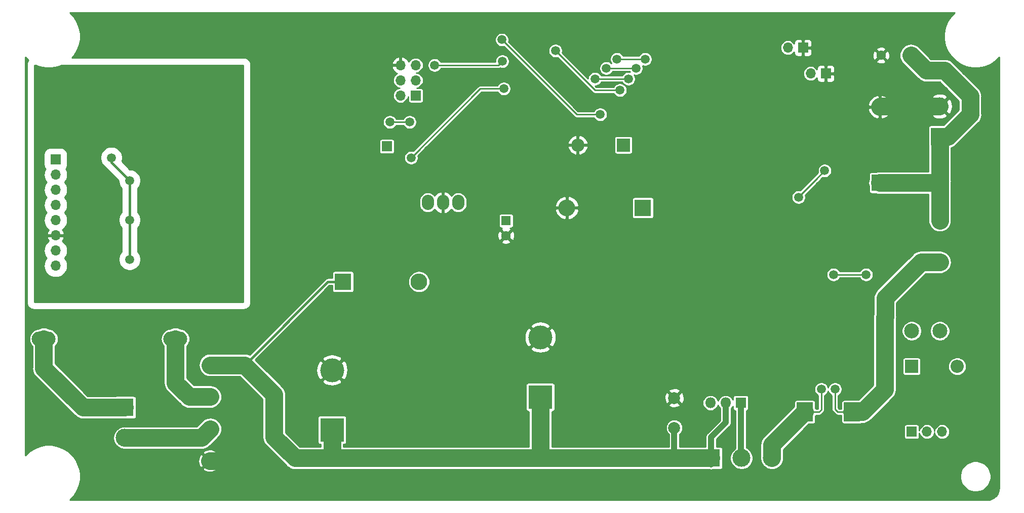
<source format=gbl>
G04 #@! TF.GenerationSoftware,KiCad,Pcbnew,(5.1.4)-1*
G04 #@! TF.CreationDate,2019-11-19T00:16:11+02:00*
G04 #@! TF.ProjectId,pcb_1,7063625f-312e-46b6-9963-61645f706362,rev?*
G04 #@! TF.SameCoordinates,Original*
G04 #@! TF.FileFunction,Copper,L2,Bot*
G04 #@! TF.FilePolarity,Positive*
%FSLAX46Y46*%
G04 Gerber Fmt 4.6, Leading zero omitted, Abs format (unit mm)*
G04 Created by KiCad (PCBNEW (5.1.4)-1) date 2019-11-19 00:16:11*
%MOMM*%
%LPD*%
G04 APERTURE LIST*
%ADD10R,1.700000X1.700000*%
%ADD11C,1.600000*%
%ADD12R,1.600000X1.600000*%
%ADD13O,4.000000X2.500000*%
%ADD14R,3.000000X3.000000*%
%ADD15C,3.000000*%
%ADD16C,4.000000*%
%ADD17R,4.000000X4.000000*%
%ADD18C,2.000000*%
%ADD19O,2.032000X2.540000*%
%ADD20O,1.700000X1.700000*%
%ADD21O,2.800000X2.800000*%
%ADD22R,2.800000X2.800000*%
%ADD23R,2.700000X3.200000*%
%ADD24R,2.200000X2.200000*%
%ADD25O,2.200000X2.200000*%
%ADD26C,2.524000*%
%ADD27C,2.500000*%
%ADD28R,1.800000X1.800000*%
%ADD29O,1.800000X1.800000*%
%ADD30C,1.500000*%
%ADD31C,3.000000*%
%ADD32C,1.000000*%
%ADD33C,0.250000*%
%ADD34C,0.400000*%
%ADD35C,0.254000*%
G04 APERTURE END LIST*
D10*
X96520000Y-52070000D03*
D11*
X116459000Y-67016000D03*
D12*
X116459000Y-64516000D03*
D13*
X61163200Y-84277200D03*
X39163200Y-84277200D03*
D14*
X52705000Y-95758000D03*
D15*
X52705000Y-100838000D03*
D16*
X87376000Y-89517200D03*
D17*
X87376000Y-99517200D03*
D18*
X144589500Y-99170500D03*
X144589500Y-94170500D03*
D12*
X184150000Y-36830000D03*
D11*
X179150000Y-36830000D03*
D19*
X103378000Y-61468000D03*
X108458000Y-61468000D03*
X105918000Y-61468000D03*
D20*
X41160700Y-72041001D03*
X41160700Y-69501001D03*
X41160700Y-66961001D03*
X41160700Y-64421001D03*
X41160700Y-61881001D03*
X41160700Y-59341001D03*
X41160700Y-56801001D03*
D10*
X41160700Y-54261001D03*
D20*
X98806000Y-38481000D03*
X101346000Y-38481000D03*
X98806000Y-41021000D03*
X101346000Y-41021000D03*
X98806000Y-43561000D03*
D10*
X101346000Y-43561000D03*
D21*
X178943000Y-45466000D03*
D22*
X178943000Y-58166000D03*
D23*
X166407800Y-96520000D03*
X174307800Y-96520000D03*
D10*
X184277000Y-99822000D03*
D20*
X186817000Y-99822000D03*
X189357000Y-99822000D03*
D24*
X184277000Y-88900000D03*
D25*
X191897000Y-88900000D03*
D16*
X122199400Y-84030800D03*
D17*
X122199400Y-94030800D03*
D26*
X67005200Y-88672400D03*
X67005200Y-93972400D03*
X67005200Y-99372400D03*
X66905200Y-104672400D03*
D25*
X128460500Y-51841400D03*
D24*
X136080500Y-51841400D03*
D21*
X126619000Y-62357000D03*
D22*
X139319000Y-62357000D03*
X89204800Y-74726800D03*
D21*
X101904800Y-74726800D03*
D20*
X163576000Y-35560000D03*
D10*
X166116000Y-35560000D03*
X169926000Y-39878000D03*
D20*
X167386000Y-39878000D03*
D27*
X188976000Y-82956400D03*
X184276000Y-82956400D03*
X188976000Y-71456400D03*
X188976000Y-64456400D03*
D28*
X155702000Y-94996000D03*
D29*
X153162000Y-94996000D03*
X150622000Y-94996000D03*
D15*
X188950600Y-45364400D03*
D14*
X188950600Y-50444400D03*
D15*
X160909000Y-104241600D03*
X155829000Y-104241600D03*
D14*
X150749000Y-104241600D03*
D30*
X176657000Y-73533000D03*
X171196000Y-73533000D03*
X113919000Y-41148000D03*
X118618000Y-39878000D03*
X171196000Y-69088000D03*
X79692500Y-61214000D03*
X79629000Y-74739500D03*
X132207000Y-46736000D03*
X115760496Y-34222010D03*
X104521000Y-38481000D03*
X115824000Y-37846000D03*
X100330000Y-48006000D03*
X97028000Y-48006000D03*
X171450000Y-92710000D03*
X165354000Y-60579000D03*
X169731000Y-56134000D03*
X135509000Y-42672000D03*
X124714000Y-36068000D03*
X133223012Y-38989000D03*
X138175992Y-38989000D03*
X139700000Y-37465000D03*
X135001000Y-37465000D03*
X131318000Y-40767000D03*
X136906000Y-40766990D03*
X100584000Y-53975000D03*
X116078000Y-42418000D03*
X169164000Y-92710000D03*
X53530500Y-70993000D03*
X50482500Y-53975000D03*
X53530500Y-57785000D03*
X53530500Y-64389000D03*
D31*
X61163200Y-84277200D02*
X61163200Y-91643200D01*
X63492400Y-93972400D02*
X67005200Y-93972400D01*
X61163200Y-91643200D02*
X63492400Y-93972400D01*
X39163200Y-84277200D02*
X39163200Y-89201200D01*
X45720000Y-95758000D02*
X52705000Y-95758000D01*
X39163200Y-89201200D02*
X45720000Y-95758000D01*
D32*
X155702000Y-104114600D02*
X155829000Y-104241600D01*
X155702000Y-94996000D02*
X155702000Y-104114600D01*
D33*
X176657000Y-73533000D02*
X171196000Y-73533000D01*
D31*
X68689937Y-104672400D02*
X68714337Y-104648000D01*
X66905200Y-104672400D02*
X68689937Y-104672400D01*
X179044600Y-45364400D02*
X178943000Y-45466000D01*
X188950600Y-45364400D02*
X179044600Y-45364400D01*
X65539600Y-100838000D02*
X67005200Y-99372400D01*
X52705000Y-100838000D02*
X65539600Y-100838000D01*
D33*
X116510495Y-34972009D02*
X115760496Y-34222010D01*
X132207000Y-46736000D02*
X128274486Y-46736000D01*
X128274486Y-46736000D02*
X116510495Y-34972009D01*
X104521000Y-38481000D02*
X115189000Y-38481000D01*
X115189000Y-38481000D02*
X115824000Y-37846000D01*
X100330000Y-48006000D02*
X97028000Y-48006000D01*
X171450000Y-94124213D02*
X171450000Y-92710000D01*
X171450000Y-96037200D02*
X171450000Y-94124213D01*
X171932800Y-96520000D02*
X171450000Y-96037200D01*
X173407800Y-96520000D02*
X171932800Y-96520000D01*
D31*
X174307800Y-96520000D02*
X176022000Y-96520000D01*
X176022000Y-96520000D02*
X179755800Y-92786200D01*
X179755800Y-80676600D02*
X179832000Y-80600400D01*
X179755800Y-92786200D02*
X179755800Y-80676600D01*
X179832000Y-80600400D02*
X179832000Y-77470000D01*
X179832000Y-77470000D02*
X185845600Y-71456400D01*
X185845600Y-71456400D02*
X188976000Y-71456400D01*
D33*
X165354000Y-60579000D02*
X168529000Y-57404000D01*
X165354000Y-60511000D02*
X165354000Y-60579000D01*
X169731000Y-56134000D02*
X165354000Y-60511000D01*
X135509000Y-42672000D02*
X131318000Y-42672000D01*
X131318000Y-42672000D02*
X124714000Y-36068000D01*
X133223012Y-38989000D02*
X138175992Y-38989000D01*
X139700000Y-37465000D02*
X135255000Y-37465000D01*
X135255000Y-37465000D02*
X135001000Y-37465000D01*
X131318000Y-40767000D02*
X136905990Y-40767000D01*
X136905990Y-40767000D02*
X136906000Y-40766990D01*
X100584000Y-53975000D02*
X112141000Y-42418000D01*
X112141000Y-42418000D02*
X116078000Y-42418000D01*
X169164000Y-94124213D02*
X169164000Y-92710000D01*
X169164000Y-96138800D02*
X169164000Y-94124213D01*
X168782800Y-96520000D02*
X169164000Y-96138800D01*
X167307800Y-96520000D02*
X168782800Y-96520000D01*
D31*
X160909000Y-102018800D02*
X166407800Y-96520000D01*
X160909000Y-104241600D02*
X160909000Y-102018800D01*
D34*
X184404000Y-83032600D02*
X184327800Y-82956400D01*
X50482500Y-54737000D02*
X50482500Y-53975000D01*
X53530500Y-57785000D02*
X50482500Y-54737000D01*
X53530500Y-70993000D02*
X53530500Y-64389000D01*
X53530500Y-64389000D02*
X53530500Y-57785000D01*
D31*
X188976000Y-50469800D02*
X188950600Y-50444400D01*
X188976000Y-64456400D02*
X188976000Y-57912000D01*
X188976000Y-57912000D02*
X188976000Y-50469800D01*
X188722000Y-58166000D02*
X188976000Y-57912000D01*
X178943000Y-58166000D02*
X188722000Y-58166000D01*
X190347600Y-50444400D02*
X188950600Y-50444400D01*
X184150000Y-36830000D02*
X186690000Y-39370000D01*
X186690000Y-39370000D02*
X189769998Y-39370000D01*
X191189999Y-40790001D02*
X191189999Y-40821999D01*
X189769998Y-39370000D02*
X191189999Y-40790001D01*
X191189999Y-40821999D02*
X194056000Y-43688000D01*
X194056000Y-46736000D02*
X190347600Y-50444400D01*
X194056000Y-43688000D02*
X194056000Y-46736000D01*
D32*
X153162000Y-94996000D02*
X153162000Y-96268792D01*
X153162000Y-96268792D02*
X153162000Y-98298000D01*
X150749000Y-100711000D02*
X150749000Y-105283000D01*
X153162000Y-98298000D02*
X150749000Y-100711000D01*
D31*
X67005200Y-88672400D02*
X72721200Y-88672400D01*
D34*
X86666800Y-74726800D02*
X89204800Y-74726800D01*
X72721200Y-88672400D02*
X86666800Y-74726800D01*
D32*
X144589500Y-103898700D02*
X144246600Y-104241600D01*
X144589500Y-99170500D02*
X144589500Y-103898700D01*
D31*
X144246600Y-104241600D02*
X150749000Y-104241600D01*
X77673200Y-93624400D02*
X72721200Y-88672400D01*
X77673200Y-100736400D02*
X77673200Y-93624400D01*
X81178400Y-104241600D02*
X77673200Y-100736400D01*
X87376000Y-103632000D02*
X87985600Y-104241600D01*
X87376000Y-99517200D02*
X87376000Y-103632000D01*
X87985600Y-104241600D02*
X81178400Y-104241600D01*
X122199400Y-103543100D02*
X121500900Y-104241600D01*
X122199400Y-94030800D02*
X122199400Y-103543100D01*
X144246600Y-104241600D02*
X121500900Y-104241600D01*
X121500900Y-104241600D02*
X87985600Y-104241600D01*
D35*
G36*
X38465756Y-38729208D02*
G01*
X39485261Y-38932000D01*
X40524739Y-38932000D01*
X41544244Y-38729208D01*
X42143471Y-38481000D01*
X72517000Y-38481000D01*
X72517000Y-78105000D01*
X37592000Y-78105000D01*
X37592000Y-69501001D01*
X39174135Y-69501001D01*
X39212306Y-69888561D01*
X39325353Y-70261227D01*
X39508932Y-70604677D01*
X39645430Y-70771001D01*
X39508932Y-70937325D01*
X39325353Y-71280775D01*
X39212306Y-71653441D01*
X39174135Y-72041001D01*
X39212306Y-72428561D01*
X39325353Y-72801227D01*
X39508932Y-73144677D01*
X39755986Y-73445715D01*
X40057024Y-73692769D01*
X40400474Y-73876348D01*
X40773140Y-73989395D01*
X41063584Y-74018001D01*
X41257816Y-74018001D01*
X41548260Y-73989395D01*
X41920926Y-73876348D01*
X42264376Y-73692769D01*
X42565414Y-73445715D01*
X42812468Y-73144677D01*
X42996047Y-72801227D01*
X43109094Y-72428561D01*
X43147265Y-72041001D01*
X43109094Y-71653441D01*
X42996047Y-71280775D01*
X42812468Y-70937325D01*
X42675970Y-70771001D01*
X42812468Y-70604677D01*
X42996047Y-70261227D01*
X43109094Y-69888561D01*
X43147265Y-69501001D01*
X43109094Y-69113441D01*
X42996047Y-68740775D01*
X42812468Y-68397325D01*
X42565414Y-68096287D01*
X42312436Y-67888675D01*
X42432341Y-67727921D01*
X42557525Y-67465100D01*
X42602176Y-67317891D01*
X42480855Y-67088001D01*
X41287700Y-67088001D01*
X41287700Y-67108001D01*
X41033700Y-67108001D01*
X41033700Y-67088001D01*
X39840545Y-67088001D01*
X39719224Y-67317891D01*
X39763875Y-67465100D01*
X39889059Y-67727921D01*
X40008964Y-67888675D01*
X39755986Y-68096287D01*
X39508932Y-68397325D01*
X39325353Y-68740775D01*
X39212306Y-69113441D01*
X39174135Y-69501001D01*
X37592000Y-69501001D01*
X37592000Y-56801001D01*
X39174135Y-56801001D01*
X39212306Y-57188561D01*
X39325353Y-57561227D01*
X39508932Y-57904677D01*
X39645430Y-58071001D01*
X39508932Y-58237325D01*
X39325353Y-58580775D01*
X39212306Y-58953441D01*
X39174135Y-59341001D01*
X39212306Y-59728561D01*
X39325353Y-60101227D01*
X39508932Y-60444677D01*
X39645430Y-60611001D01*
X39508932Y-60777325D01*
X39325353Y-61120775D01*
X39212306Y-61493441D01*
X39174135Y-61881001D01*
X39212306Y-62268561D01*
X39325353Y-62641227D01*
X39508932Y-62984677D01*
X39645430Y-63151001D01*
X39508932Y-63317325D01*
X39325353Y-63660775D01*
X39212306Y-64033441D01*
X39174135Y-64421001D01*
X39212306Y-64808561D01*
X39325353Y-65181227D01*
X39508932Y-65524677D01*
X39755986Y-65825715D01*
X40008964Y-66033327D01*
X39889059Y-66194081D01*
X39763875Y-66456902D01*
X39719224Y-66604111D01*
X39840545Y-66834001D01*
X41033700Y-66834001D01*
X41033700Y-66814001D01*
X41287700Y-66814001D01*
X41287700Y-66834001D01*
X42480855Y-66834001D01*
X42602176Y-66604111D01*
X42557525Y-66456902D01*
X42432341Y-66194081D01*
X42312436Y-66033327D01*
X42565414Y-65825715D01*
X42812468Y-65524677D01*
X42996047Y-65181227D01*
X43109094Y-64808561D01*
X43147265Y-64421001D01*
X43109094Y-64033441D01*
X42996047Y-63660775D01*
X42812468Y-63317325D01*
X42675970Y-63151001D01*
X42812468Y-62984677D01*
X42996047Y-62641227D01*
X43109094Y-62268561D01*
X43147265Y-61881001D01*
X43109094Y-61493441D01*
X42996047Y-61120775D01*
X42812468Y-60777325D01*
X42675970Y-60611001D01*
X42812468Y-60444677D01*
X42996047Y-60101227D01*
X43109094Y-59728561D01*
X43147265Y-59341001D01*
X43109094Y-58953441D01*
X42996047Y-58580775D01*
X42812468Y-58237325D01*
X42675970Y-58071001D01*
X42812468Y-57904677D01*
X42996047Y-57561227D01*
X43109094Y-57188561D01*
X43147265Y-56801001D01*
X43109094Y-56413441D01*
X42996047Y-56040775D01*
X42881485Y-55826446D01*
X42952300Y-55740158D01*
X43056950Y-55544372D01*
X43121393Y-55331932D01*
X43143153Y-55111001D01*
X43143153Y-53790132D01*
X48605500Y-53790132D01*
X48605500Y-54159868D01*
X48677632Y-54522501D01*
X48819124Y-54864093D01*
X49024539Y-55171518D01*
X49285982Y-55432961D01*
X49398937Y-55508435D01*
X49428430Y-55544372D01*
X49539630Y-55679870D01*
X49590265Y-55721425D01*
X51653500Y-57784661D01*
X51653500Y-57969868D01*
X51725632Y-58332501D01*
X51867124Y-58674093D01*
X52072539Y-58981518D01*
X52203501Y-59112480D01*
X52203500Y-63061521D01*
X52072539Y-63192482D01*
X51867124Y-63499907D01*
X51725632Y-63841499D01*
X51653500Y-64204132D01*
X51653500Y-64573868D01*
X51725632Y-64936501D01*
X51867124Y-65278093D01*
X52072539Y-65585518D01*
X52203501Y-65716480D01*
X52203500Y-69665521D01*
X52072539Y-69796482D01*
X51867124Y-70103907D01*
X51725632Y-70445499D01*
X51653500Y-70808132D01*
X51653500Y-71177868D01*
X51725632Y-71540501D01*
X51867124Y-71882093D01*
X52072539Y-72189518D01*
X52333982Y-72450961D01*
X52641407Y-72656376D01*
X52982999Y-72797868D01*
X53345632Y-72870000D01*
X53715368Y-72870000D01*
X54078001Y-72797868D01*
X54419593Y-72656376D01*
X54727018Y-72450961D01*
X54988461Y-72189518D01*
X55193876Y-71882093D01*
X55335368Y-71540501D01*
X55407500Y-71177868D01*
X55407500Y-70808132D01*
X55335368Y-70445499D01*
X55193876Y-70103907D01*
X54988461Y-69796482D01*
X54857500Y-69665521D01*
X54857500Y-65716479D01*
X54988461Y-65585518D01*
X55193876Y-65278093D01*
X55335368Y-64936501D01*
X55407500Y-64573868D01*
X55407500Y-64204132D01*
X55335368Y-63841499D01*
X55193876Y-63499907D01*
X54988461Y-63192482D01*
X54857500Y-63061521D01*
X54857500Y-59112479D01*
X54988461Y-58981518D01*
X55193876Y-58674093D01*
X55335368Y-58332501D01*
X55407500Y-57969868D01*
X55407500Y-57600132D01*
X55335368Y-57237499D01*
X55193876Y-56895907D01*
X54988461Y-56588482D01*
X54727018Y-56327039D01*
X54419593Y-56121624D01*
X54078001Y-55980132D01*
X53715368Y-55908000D01*
X53530161Y-55908000D01*
X52245570Y-54623410D01*
X52287368Y-54522501D01*
X52359500Y-54159868D01*
X52359500Y-53790132D01*
X52287368Y-53427499D01*
X52145876Y-53085907D01*
X51940461Y-52778482D01*
X51679018Y-52517039D01*
X51371593Y-52311624D01*
X51030001Y-52170132D01*
X50667368Y-52098000D01*
X50297632Y-52098000D01*
X49934999Y-52170132D01*
X49593407Y-52311624D01*
X49285982Y-52517039D01*
X49024539Y-52778482D01*
X48819124Y-53085907D01*
X48677632Y-53427499D01*
X48605500Y-53790132D01*
X43143153Y-53790132D01*
X43143153Y-53411001D01*
X43121393Y-53190070D01*
X43056950Y-52977630D01*
X42952300Y-52781844D01*
X42811465Y-52610236D01*
X42639857Y-52469401D01*
X42444071Y-52364751D01*
X42231631Y-52300308D01*
X42010700Y-52278548D01*
X40310700Y-52278548D01*
X40089769Y-52300308D01*
X39877329Y-52364751D01*
X39681543Y-52469401D01*
X39509935Y-52610236D01*
X39369100Y-52781844D01*
X39264450Y-52977630D01*
X39200007Y-53190070D01*
X39178247Y-53411001D01*
X39178247Y-55111001D01*
X39200007Y-55331932D01*
X39264450Y-55544372D01*
X39369100Y-55740158D01*
X39439915Y-55826446D01*
X39325353Y-56040775D01*
X39212306Y-56413441D01*
X39174135Y-56801001D01*
X37592000Y-56801001D01*
X37592000Y-38481000D01*
X37866529Y-38481000D01*
X38465756Y-38729208D01*
X38465756Y-38729208D01*
G37*
X38465756Y-38729208D02*
X39485261Y-38932000D01*
X40524739Y-38932000D01*
X41544244Y-38729208D01*
X42143471Y-38481000D01*
X72517000Y-38481000D01*
X72517000Y-78105000D01*
X37592000Y-78105000D01*
X37592000Y-69501001D01*
X39174135Y-69501001D01*
X39212306Y-69888561D01*
X39325353Y-70261227D01*
X39508932Y-70604677D01*
X39645430Y-70771001D01*
X39508932Y-70937325D01*
X39325353Y-71280775D01*
X39212306Y-71653441D01*
X39174135Y-72041001D01*
X39212306Y-72428561D01*
X39325353Y-72801227D01*
X39508932Y-73144677D01*
X39755986Y-73445715D01*
X40057024Y-73692769D01*
X40400474Y-73876348D01*
X40773140Y-73989395D01*
X41063584Y-74018001D01*
X41257816Y-74018001D01*
X41548260Y-73989395D01*
X41920926Y-73876348D01*
X42264376Y-73692769D01*
X42565414Y-73445715D01*
X42812468Y-73144677D01*
X42996047Y-72801227D01*
X43109094Y-72428561D01*
X43147265Y-72041001D01*
X43109094Y-71653441D01*
X42996047Y-71280775D01*
X42812468Y-70937325D01*
X42675970Y-70771001D01*
X42812468Y-70604677D01*
X42996047Y-70261227D01*
X43109094Y-69888561D01*
X43147265Y-69501001D01*
X43109094Y-69113441D01*
X42996047Y-68740775D01*
X42812468Y-68397325D01*
X42565414Y-68096287D01*
X42312436Y-67888675D01*
X42432341Y-67727921D01*
X42557525Y-67465100D01*
X42602176Y-67317891D01*
X42480855Y-67088001D01*
X41287700Y-67088001D01*
X41287700Y-67108001D01*
X41033700Y-67108001D01*
X41033700Y-67088001D01*
X39840545Y-67088001D01*
X39719224Y-67317891D01*
X39763875Y-67465100D01*
X39889059Y-67727921D01*
X40008964Y-67888675D01*
X39755986Y-68096287D01*
X39508932Y-68397325D01*
X39325353Y-68740775D01*
X39212306Y-69113441D01*
X39174135Y-69501001D01*
X37592000Y-69501001D01*
X37592000Y-56801001D01*
X39174135Y-56801001D01*
X39212306Y-57188561D01*
X39325353Y-57561227D01*
X39508932Y-57904677D01*
X39645430Y-58071001D01*
X39508932Y-58237325D01*
X39325353Y-58580775D01*
X39212306Y-58953441D01*
X39174135Y-59341001D01*
X39212306Y-59728561D01*
X39325353Y-60101227D01*
X39508932Y-60444677D01*
X39645430Y-60611001D01*
X39508932Y-60777325D01*
X39325353Y-61120775D01*
X39212306Y-61493441D01*
X39174135Y-61881001D01*
X39212306Y-62268561D01*
X39325353Y-62641227D01*
X39508932Y-62984677D01*
X39645430Y-63151001D01*
X39508932Y-63317325D01*
X39325353Y-63660775D01*
X39212306Y-64033441D01*
X39174135Y-64421001D01*
X39212306Y-64808561D01*
X39325353Y-65181227D01*
X39508932Y-65524677D01*
X39755986Y-65825715D01*
X40008964Y-66033327D01*
X39889059Y-66194081D01*
X39763875Y-66456902D01*
X39719224Y-66604111D01*
X39840545Y-66834001D01*
X41033700Y-66834001D01*
X41033700Y-66814001D01*
X41287700Y-66814001D01*
X41287700Y-66834001D01*
X42480855Y-66834001D01*
X42602176Y-66604111D01*
X42557525Y-66456902D01*
X42432341Y-66194081D01*
X42312436Y-66033327D01*
X42565414Y-65825715D01*
X42812468Y-65524677D01*
X42996047Y-65181227D01*
X43109094Y-64808561D01*
X43147265Y-64421001D01*
X43109094Y-64033441D01*
X42996047Y-63660775D01*
X42812468Y-63317325D01*
X42675970Y-63151001D01*
X42812468Y-62984677D01*
X42996047Y-62641227D01*
X43109094Y-62268561D01*
X43147265Y-61881001D01*
X43109094Y-61493441D01*
X42996047Y-61120775D01*
X42812468Y-60777325D01*
X42675970Y-60611001D01*
X42812468Y-60444677D01*
X42996047Y-60101227D01*
X43109094Y-59728561D01*
X43147265Y-59341001D01*
X43109094Y-58953441D01*
X42996047Y-58580775D01*
X42812468Y-58237325D01*
X42675970Y-58071001D01*
X42812468Y-57904677D01*
X42996047Y-57561227D01*
X43109094Y-57188561D01*
X43147265Y-56801001D01*
X43109094Y-56413441D01*
X42996047Y-56040775D01*
X42881485Y-55826446D01*
X42952300Y-55740158D01*
X43056950Y-55544372D01*
X43121393Y-55331932D01*
X43143153Y-55111001D01*
X43143153Y-53790132D01*
X48605500Y-53790132D01*
X48605500Y-54159868D01*
X48677632Y-54522501D01*
X48819124Y-54864093D01*
X49024539Y-55171518D01*
X49285982Y-55432961D01*
X49398937Y-55508435D01*
X49428430Y-55544372D01*
X49539630Y-55679870D01*
X49590265Y-55721425D01*
X51653500Y-57784661D01*
X51653500Y-57969868D01*
X51725632Y-58332501D01*
X51867124Y-58674093D01*
X52072539Y-58981518D01*
X52203501Y-59112480D01*
X52203500Y-63061521D01*
X52072539Y-63192482D01*
X51867124Y-63499907D01*
X51725632Y-63841499D01*
X51653500Y-64204132D01*
X51653500Y-64573868D01*
X51725632Y-64936501D01*
X51867124Y-65278093D01*
X52072539Y-65585518D01*
X52203501Y-65716480D01*
X52203500Y-69665521D01*
X52072539Y-69796482D01*
X51867124Y-70103907D01*
X51725632Y-70445499D01*
X51653500Y-70808132D01*
X51653500Y-71177868D01*
X51725632Y-71540501D01*
X51867124Y-71882093D01*
X52072539Y-72189518D01*
X52333982Y-72450961D01*
X52641407Y-72656376D01*
X52982999Y-72797868D01*
X53345632Y-72870000D01*
X53715368Y-72870000D01*
X54078001Y-72797868D01*
X54419593Y-72656376D01*
X54727018Y-72450961D01*
X54988461Y-72189518D01*
X55193876Y-71882093D01*
X55335368Y-71540501D01*
X55407500Y-71177868D01*
X55407500Y-70808132D01*
X55335368Y-70445499D01*
X55193876Y-70103907D01*
X54988461Y-69796482D01*
X54857500Y-69665521D01*
X54857500Y-65716479D01*
X54988461Y-65585518D01*
X55193876Y-65278093D01*
X55335368Y-64936501D01*
X55407500Y-64573868D01*
X55407500Y-64204132D01*
X55335368Y-63841499D01*
X55193876Y-63499907D01*
X54988461Y-63192482D01*
X54857500Y-63061521D01*
X54857500Y-59112479D01*
X54988461Y-58981518D01*
X55193876Y-58674093D01*
X55335368Y-58332501D01*
X55407500Y-57969868D01*
X55407500Y-57600132D01*
X55335368Y-57237499D01*
X55193876Y-56895907D01*
X54988461Y-56588482D01*
X54727018Y-56327039D01*
X54419593Y-56121624D01*
X54078001Y-55980132D01*
X53715368Y-55908000D01*
X53530161Y-55908000D01*
X52245570Y-54623410D01*
X52287368Y-54522501D01*
X52359500Y-54159868D01*
X52359500Y-53790132D01*
X52287368Y-53427499D01*
X52145876Y-53085907D01*
X51940461Y-52778482D01*
X51679018Y-52517039D01*
X51371593Y-52311624D01*
X51030001Y-52170132D01*
X50667368Y-52098000D01*
X50297632Y-52098000D01*
X49934999Y-52170132D01*
X49593407Y-52311624D01*
X49285982Y-52517039D01*
X49024539Y-52778482D01*
X48819124Y-53085907D01*
X48677632Y-53427499D01*
X48605500Y-53790132D01*
X43143153Y-53790132D01*
X43143153Y-53411001D01*
X43121393Y-53190070D01*
X43056950Y-52977630D01*
X42952300Y-52781844D01*
X42811465Y-52610236D01*
X42639857Y-52469401D01*
X42444071Y-52364751D01*
X42231631Y-52300308D01*
X42010700Y-52278548D01*
X40310700Y-52278548D01*
X40089769Y-52300308D01*
X39877329Y-52364751D01*
X39681543Y-52469401D01*
X39509935Y-52610236D01*
X39369100Y-52781844D01*
X39264450Y-52977630D01*
X39200007Y-53190070D01*
X39178247Y-53411001D01*
X39178247Y-55111001D01*
X39200007Y-55331932D01*
X39264450Y-55544372D01*
X39369100Y-55740158D01*
X39439915Y-55826446D01*
X39325353Y-56040775D01*
X39212306Y-56413441D01*
X39174135Y-56801001D01*
X37592000Y-56801001D01*
X37592000Y-38481000D01*
X37866529Y-38481000D01*
X38465756Y-38729208D01*
G36*
X190846087Y-30291109D02*
G01*
X190268583Y-31155403D01*
X189870792Y-32115756D01*
X189668000Y-33135261D01*
X189668000Y-34174739D01*
X189870792Y-35194244D01*
X190268583Y-36154597D01*
X190846087Y-37018891D01*
X191581109Y-37753913D01*
X192445403Y-38331417D01*
X193405756Y-38729208D01*
X194425261Y-38932000D01*
X195464739Y-38932000D01*
X196484244Y-38729208D01*
X197444597Y-38331417D01*
X198308891Y-37753913D01*
X198888001Y-37174803D01*
X198888000Y-109195449D01*
X198846825Y-109615383D01*
X198732000Y-109995703D01*
X198545487Y-110346481D01*
X198294396Y-110654349D01*
X197988291Y-110907581D01*
X197638826Y-111096537D01*
X197259311Y-111214016D01*
X196840834Y-111258000D01*
X43524804Y-111258000D01*
X44103913Y-110678891D01*
X44681417Y-109814597D01*
X45079208Y-108854244D01*
X45282000Y-107834739D01*
X45282000Y-107061188D01*
X192368000Y-107061188D01*
X192368000Y-107568812D01*
X192467033Y-108066683D01*
X192661292Y-108535667D01*
X192943313Y-108957742D01*
X193302258Y-109316687D01*
X193724333Y-109598708D01*
X194193317Y-109792967D01*
X194691188Y-109892000D01*
X195198812Y-109892000D01*
X195696683Y-109792967D01*
X196165667Y-109598708D01*
X196587742Y-109316687D01*
X196946687Y-108957742D01*
X197228708Y-108535667D01*
X197422967Y-108066683D01*
X197522000Y-107568812D01*
X197522000Y-107061188D01*
X197422967Y-106563317D01*
X197228708Y-106094333D01*
X196946687Y-105672258D01*
X196587742Y-105313313D01*
X196165667Y-105031292D01*
X195696683Y-104837033D01*
X195198812Y-104738000D01*
X194691188Y-104738000D01*
X194193317Y-104837033D01*
X193724333Y-105031292D01*
X193302258Y-105313313D01*
X192943313Y-105672258D01*
X192661292Y-106094333D01*
X192467033Y-106563317D01*
X192368000Y-107061188D01*
X45282000Y-107061188D01*
X45282000Y-106795261D01*
X45122730Y-105994554D01*
X65762651Y-105994554D01*
X65890010Y-106285754D01*
X66224267Y-106452808D01*
X66584691Y-106551442D01*
X66957433Y-106577865D01*
X67328167Y-106531062D01*
X67682647Y-106412832D01*
X67920390Y-106285754D01*
X68047749Y-105994554D01*
X66905200Y-104852005D01*
X65762651Y-105994554D01*
X45122730Y-105994554D01*
X45079208Y-105775756D01*
X44681417Y-104815403D01*
X44620767Y-104724633D01*
X64999735Y-104724633D01*
X65046538Y-105095367D01*
X65164768Y-105449847D01*
X65291846Y-105687590D01*
X65583046Y-105814949D01*
X66725595Y-104672400D01*
X67084805Y-104672400D01*
X68227354Y-105814949D01*
X68518554Y-105687590D01*
X68685608Y-105353333D01*
X68784242Y-104992909D01*
X68810665Y-104620167D01*
X68763862Y-104249433D01*
X68645632Y-103894953D01*
X68518554Y-103657210D01*
X68227354Y-103529851D01*
X67084805Y-104672400D01*
X66725595Y-104672400D01*
X65583046Y-103529851D01*
X65291846Y-103657210D01*
X65124792Y-103991467D01*
X65026158Y-104351891D01*
X64999735Y-104724633D01*
X44620767Y-104724633D01*
X44103913Y-103951109D01*
X43503050Y-103350246D01*
X65762651Y-103350246D01*
X66905200Y-104492795D01*
X68047749Y-103350246D01*
X67920390Y-103059046D01*
X67586133Y-102891992D01*
X67225709Y-102793358D01*
X66852967Y-102766935D01*
X66482233Y-102813738D01*
X66127753Y-102931968D01*
X65890010Y-103059046D01*
X65762651Y-103350246D01*
X43503050Y-103350246D01*
X43368891Y-103216087D01*
X42504597Y-102638583D01*
X41544244Y-102240792D01*
X40524739Y-102038000D01*
X39485261Y-102038000D01*
X38465756Y-102240792D01*
X37505403Y-102638583D01*
X36641109Y-103216087D01*
X36062000Y-103795196D01*
X36062000Y-100838000D01*
X50768677Y-100838000D01*
X50778000Y-100932658D01*
X50778000Y-101027793D01*
X50796560Y-101121102D01*
X50805883Y-101215758D01*
X50833492Y-101306774D01*
X50852053Y-101400085D01*
X50888461Y-101487982D01*
X50916071Y-101578999D01*
X50960908Y-101662883D01*
X50997315Y-101750777D01*
X51050169Y-101829879D01*
X51095006Y-101913763D01*
X51155345Y-101987286D01*
X51208201Y-102066391D01*
X51275475Y-102133665D01*
X51335813Y-102207187D01*
X51409335Y-102267525D01*
X51476609Y-102334799D01*
X51555714Y-102387655D01*
X51629237Y-102447994D01*
X51713121Y-102492831D01*
X51792223Y-102545685D01*
X51880117Y-102582092D01*
X51964001Y-102626929D01*
X52055018Y-102654539D01*
X52142915Y-102690947D01*
X52236226Y-102709508D01*
X52327242Y-102737117D01*
X52421898Y-102746440D01*
X52515207Y-102765000D01*
X65444952Y-102765000D01*
X65539600Y-102774322D01*
X65634248Y-102765000D01*
X65634258Y-102765000D01*
X65917358Y-102737117D01*
X66280599Y-102626929D01*
X66615363Y-102447994D01*
X66908787Y-102207187D01*
X66969129Y-102133660D01*
X68434727Y-100668062D01*
X68615193Y-100448164D01*
X68794128Y-100113399D01*
X68904316Y-99750159D01*
X68941522Y-99372401D01*
X68904316Y-98994642D01*
X68794128Y-98631402D01*
X68615193Y-98296638D01*
X68374386Y-98003214D01*
X68080962Y-97762407D01*
X67746198Y-97583472D01*
X67382958Y-97473284D01*
X67005199Y-97436078D01*
X66627441Y-97473284D01*
X66264201Y-97583472D01*
X65929436Y-97762407D01*
X65709538Y-97942873D01*
X64741411Y-98911000D01*
X52515207Y-98911000D01*
X52421898Y-98929560D01*
X52327242Y-98938883D01*
X52236226Y-98966492D01*
X52142915Y-98985053D01*
X52055018Y-99021461D01*
X51964001Y-99049071D01*
X51880117Y-99093908D01*
X51792223Y-99130315D01*
X51713121Y-99183169D01*
X51629237Y-99228006D01*
X51555714Y-99288345D01*
X51476609Y-99341201D01*
X51409335Y-99408475D01*
X51335813Y-99468813D01*
X51275475Y-99542335D01*
X51208201Y-99609609D01*
X51155345Y-99688714D01*
X51095006Y-99762237D01*
X51050169Y-99846121D01*
X50997315Y-99925223D01*
X50960908Y-100013117D01*
X50916071Y-100097001D01*
X50888461Y-100188018D01*
X50852053Y-100275915D01*
X50833492Y-100369226D01*
X50805883Y-100460242D01*
X50796560Y-100554898D01*
X50778000Y-100648207D01*
X50778000Y-100743342D01*
X50768677Y-100838000D01*
X36062000Y-100838000D01*
X36062000Y-84277200D01*
X36728086Y-84277200D01*
X36760465Y-84605949D01*
X36856358Y-84922065D01*
X37012079Y-85213399D01*
X37221644Y-85468756D01*
X37236200Y-85480702D01*
X37236201Y-89106543D01*
X37226878Y-89201200D01*
X37264084Y-89578958D01*
X37374271Y-89942198D01*
X37553207Y-90276963D01*
X37733672Y-90496861D01*
X37733676Y-90496865D01*
X37794014Y-90570387D01*
X37867536Y-90630725D01*
X44290471Y-97053660D01*
X44350813Y-97127187D01*
X44644237Y-97367994D01*
X44979001Y-97546929D01*
X45342242Y-97657117D01*
X45625342Y-97685000D01*
X45625351Y-97685000D01*
X45719999Y-97694322D01*
X45814647Y-97685000D01*
X51184022Y-97685000D01*
X51205000Y-97687066D01*
X54205000Y-97687066D01*
X54288707Y-97678822D01*
X54369196Y-97654405D01*
X54443376Y-97614755D01*
X54508395Y-97561395D01*
X54561755Y-97496376D01*
X54601405Y-97422196D01*
X54625822Y-97341707D01*
X54634066Y-97258000D01*
X54634066Y-95831681D01*
X54641323Y-95758000D01*
X54634066Y-95684319D01*
X54634066Y-94258000D01*
X54625822Y-94174293D01*
X54601405Y-94093804D01*
X54561755Y-94019624D01*
X54508395Y-93954605D01*
X54443376Y-93901245D01*
X54369196Y-93861595D01*
X54288707Y-93837178D01*
X54205000Y-93828934D01*
X51205000Y-93828934D01*
X51184022Y-93831000D01*
X46518189Y-93831000D01*
X41090200Y-88403011D01*
X41090200Y-85480702D01*
X41104756Y-85468756D01*
X41314321Y-85213399D01*
X41470042Y-84922065D01*
X41565935Y-84605949D01*
X41598314Y-84277200D01*
X58728086Y-84277200D01*
X58760465Y-84605949D01*
X58856358Y-84922065D01*
X59012079Y-85213399D01*
X59221644Y-85468756D01*
X59236200Y-85480702D01*
X59236201Y-91548542D01*
X59226878Y-91643200D01*
X59264084Y-92020958D01*
X59374271Y-92384198D01*
X59553207Y-92718963D01*
X59733672Y-92938861D01*
X59733676Y-92938865D01*
X59794014Y-93012387D01*
X59867536Y-93072725D01*
X62062871Y-95268060D01*
X62123213Y-95341587D01*
X62416637Y-95582394D01*
X62751401Y-95761329D01*
X63114642Y-95871517D01*
X63397742Y-95899400D01*
X63397751Y-95899400D01*
X63492399Y-95908722D01*
X63587047Y-95899400D01*
X67099858Y-95899400D01*
X67382958Y-95871517D01*
X67746199Y-95761329D01*
X68080963Y-95582394D01*
X68374387Y-95341587D01*
X68615194Y-95048163D01*
X68794129Y-94713399D01*
X68904317Y-94350158D01*
X68941523Y-93972400D01*
X68904317Y-93594642D01*
X68794129Y-93231401D01*
X68615194Y-92896637D01*
X68374387Y-92603213D01*
X68080963Y-92362406D01*
X67746199Y-92183471D01*
X67382958Y-92073283D01*
X67099858Y-92045400D01*
X64290589Y-92045400D01*
X63090200Y-90845011D01*
X63090200Y-88672400D01*
X65068877Y-88672400D01*
X65106083Y-89050158D01*
X65216271Y-89413399D01*
X65395206Y-89748163D01*
X65636013Y-90041587D01*
X65929437Y-90282394D01*
X66264201Y-90461329D01*
X66627442Y-90571517D01*
X66910542Y-90599400D01*
X71923011Y-90599400D01*
X75746201Y-94422591D01*
X75746200Y-100641752D01*
X75736878Y-100736400D01*
X75746200Y-100831048D01*
X75746200Y-100831057D01*
X75774083Y-101114157D01*
X75884271Y-101477398D01*
X76063206Y-101812163D01*
X76304013Y-102105587D01*
X76377540Y-102165929D01*
X79748871Y-105537260D01*
X79809213Y-105610787D01*
X80102637Y-105851594D01*
X80437401Y-106030529D01*
X80800642Y-106140717D01*
X81083742Y-106168600D01*
X81083751Y-106168600D01*
X81178399Y-106177922D01*
X81273047Y-106168600D01*
X87890942Y-106168600D01*
X87985600Y-106177923D01*
X88080258Y-106168600D01*
X121406252Y-106168600D01*
X121500900Y-106177922D01*
X121595548Y-106168600D01*
X149228022Y-106168600D01*
X149249000Y-106170666D01*
X150481827Y-106170666D01*
X150567277Y-106196587D01*
X150749000Y-106214485D01*
X150930724Y-106196587D01*
X151016174Y-106170666D01*
X152249000Y-106170666D01*
X152332707Y-106162422D01*
X152413196Y-106138005D01*
X152487376Y-106098355D01*
X152552395Y-106044995D01*
X152605755Y-105979976D01*
X152645405Y-105905796D01*
X152669822Y-105825307D01*
X152678066Y-105741600D01*
X152678066Y-104315281D01*
X152685323Y-104241600D01*
X152678066Y-104167919D01*
X152678066Y-102741600D01*
X152669822Y-102657893D01*
X152645405Y-102577404D01*
X152605755Y-102503224D01*
X152552395Y-102438205D01*
X152487376Y-102384845D01*
X152413196Y-102345195D01*
X152332707Y-102320778D01*
X152249000Y-102312534D01*
X151676000Y-102312534D01*
X151676000Y-101094975D01*
X153785287Y-98985688D01*
X153820659Y-98956659D01*
X153867102Y-98900068D01*
X153936501Y-98815506D01*
X154022579Y-98654465D01*
X154022580Y-98654464D01*
X154075587Y-98479724D01*
X154089000Y-98343538D01*
X154089000Y-98343526D01*
X154093484Y-98298001D01*
X154089000Y-98252476D01*
X154089000Y-95951894D01*
X154104870Y-95938870D01*
X154270698Y-95736808D01*
X154372934Y-95545538D01*
X154372934Y-95896000D01*
X154381178Y-95979707D01*
X154405595Y-96060196D01*
X154445245Y-96134376D01*
X154498605Y-96199395D01*
X154563624Y-96252755D01*
X154637804Y-96292405D01*
X154718293Y-96316822D01*
X154775000Y-96322407D01*
X154775001Y-102628276D01*
X154600609Y-102744801D01*
X154332201Y-103013209D01*
X154121315Y-103328823D01*
X153976053Y-103679515D01*
X153902000Y-104051807D01*
X153902000Y-104431393D01*
X153976053Y-104803685D01*
X154121315Y-105154377D01*
X154332201Y-105469991D01*
X154600609Y-105738399D01*
X154916223Y-105949285D01*
X155266915Y-106094547D01*
X155639207Y-106168600D01*
X156018793Y-106168600D01*
X156391085Y-106094547D01*
X156741777Y-105949285D01*
X157057391Y-105738399D01*
X157325799Y-105469991D01*
X157536685Y-105154377D01*
X157681947Y-104803685D01*
X157756000Y-104431393D01*
X157756000Y-104051807D01*
X157681947Y-103679515D01*
X157536685Y-103328823D01*
X157325799Y-103013209D01*
X157057391Y-102744801D01*
X156741777Y-102533915D01*
X156629000Y-102487201D01*
X156629000Y-102018800D01*
X158972678Y-102018800D01*
X158982001Y-102113457D01*
X158982000Y-104051806D01*
X158982000Y-104431393D01*
X159000560Y-104524703D01*
X159009883Y-104619357D01*
X159037492Y-104710371D01*
X159056053Y-104803685D01*
X159092462Y-104891585D01*
X159120071Y-104982598D01*
X159164907Y-105066480D01*
X159201315Y-105154377D01*
X159254170Y-105233480D01*
X159299006Y-105317363D01*
X159359345Y-105390886D01*
X159412201Y-105469991D01*
X159479475Y-105537265D01*
X159539813Y-105610787D01*
X159613335Y-105671125D01*
X159680609Y-105738399D01*
X159759714Y-105791255D01*
X159833237Y-105851594D01*
X159917121Y-105896431D01*
X159996223Y-105949285D01*
X160084117Y-105985692D01*
X160168001Y-106030529D01*
X160259018Y-106058139D01*
X160346915Y-106094547D01*
X160440226Y-106113108D01*
X160531242Y-106140717D01*
X160625898Y-106150040D01*
X160719207Y-106168600D01*
X160814342Y-106168600D01*
X160909000Y-106177923D01*
X161003658Y-106168600D01*
X161098793Y-106168600D01*
X161192103Y-106150040D01*
X161286757Y-106140717D01*
X161377771Y-106113108D01*
X161471085Y-106094547D01*
X161558985Y-106058138D01*
X161649998Y-106030529D01*
X161733880Y-105985693D01*
X161821777Y-105949285D01*
X161900880Y-105896430D01*
X161984763Y-105851594D01*
X162058286Y-105791255D01*
X162137391Y-105738399D01*
X162204665Y-105671125D01*
X162278187Y-105610787D01*
X162338525Y-105537265D01*
X162405799Y-105469991D01*
X162458655Y-105390886D01*
X162518994Y-105317363D01*
X162563831Y-105233479D01*
X162616685Y-105154377D01*
X162653092Y-105066483D01*
X162697929Y-104982599D01*
X162725539Y-104891582D01*
X162761947Y-104803685D01*
X162780508Y-104710374D01*
X162808117Y-104619358D01*
X162817440Y-104524702D01*
X162836000Y-104431393D01*
X162836000Y-102816989D01*
X166680989Y-98972000D01*
X182997934Y-98972000D01*
X182997934Y-100672000D01*
X183006178Y-100755707D01*
X183030595Y-100836196D01*
X183070245Y-100910376D01*
X183123605Y-100975395D01*
X183188624Y-101028755D01*
X183262804Y-101068405D01*
X183343293Y-101092822D01*
X183427000Y-101101066D01*
X185127000Y-101101066D01*
X185210707Y-101092822D01*
X185291196Y-101068405D01*
X185365376Y-101028755D01*
X185430395Y-100975395D01*
X185483755Y-100910376D01*
X185523405Y-100836196D01*
X185547822Y-100755707D01*
X185556066Y-100672000D01*
X185556066Y-100047847D01*
X185558478Y-100072336D01*
X185631498Y-100313051D01*
X185750076Y-100534896D01*
X185909656Y-100729344D01*
X186104104Y-100888924D01*
X186325949Y-101007502D01*
X186566664Y-101080522D01*
X186754274Y-101099000D01*
X186879726Y-101099000D01*
X187067336Y-101080522D01*
X187308051Y-101007502D01*
X187529896Y-100888924D01*
X187724344Y-100729344D01*
X187883924Y-100534896D01*
X188002502Y-100313051D01*
X188075522Y-100072336D01*
X188087000Y-99955798D01*
X188098478Y-100072336D01*
X188171498Y-100313051D01*
X188290076Y-100534896D01*
X188449656Y-100729344D01*
X188644104Y-100888924D01*
X188865949Y-101007502D01*
X189106664Y-101080522D01*
X189294274Y-101099000D01*
X189419726Y-101099000D01*
X189607336Y-101080522D01*
X189848051Y-101007502D01*
X190069896Y-100888924D01*
X190264344Y-100729344D01*
X190423924Y-100534896D01*
X190542502Y-100313051D01*
X190615522Y-100072336D01*
X190640178Y-99822000D01*
X190615522Y-99571664D01*
X190542502Y-99330949D01*
X190423924Y-99109104D01*
X190264344Y-98914656D01*
X190069896Y-98755076D01*
X189848051Y-98636498D01*
X189607336Y-98563478D01*
X189419726Y-98545000D01*
X189294274Y-98545000D01*
X189106664Y-98563478D01*
X188865949Y-98636498D01*
X188644104Y-98755076D01*
X188449656Y-98914656D01*
X188290076Y-99109104D01*
X188171498Y-99330949D01*
X188098478Y-99571664D01*
X188087000Y-99688202D01*
X188075522Y-99571664D01*
X188002502Y-99330949D01*
X187883924Y-99109104D01*
X187724344Y-98914656D01*
X187529896Y-98755076D01*
X187308051Y-98636498D01*
X187067336Y-98563478D01*
X186879726Y-98545000D01*
X186754274Y-98545000D01*
X186566664Y-98563478D01*
X186325949Y-98636498D01*
X186104104Y-98755076D01*
X185909656Y-98914656D01*
X185750076Y-99109104D01*
X185631498Y-99330949D01*
X185558478Y-99571664D01*
X185556066Y-99596153D01*
X185556066Y-98972000D01*
X185547822Y-98888293D01*
X185523405Y-98807804D01*
X185483755Y-98733624D01*
X185430395Y-98668605D01*
X185365376Y-98615245D01*
X185291196Y-98575595D01*
X185210707Y-98551178D01*
X185127000Y-98542934D01*
X183427000Y-98542934D01*
X183343293Y-98551178D01*
X183262804Y-98575595D01*
X183188624Y-98615245D01*
X183123605Y-98668605D01*
X183070245Y-98733624D01*
X183030595Y-98807804D01*
X183006178Y-98888293D01*
X182997934Y-98972000D01*
X166680989Y-98972000D01*
X167103924Y-98549066D01*
X167757800Y-98549066D01*
X167841507Y-98540822D01*
X167921996Y-98516405D01*
X167996176Y-98476755D01*
X168061195Y-98423395D01*
X168114555Y-98358376D01*
X168154205Y-98284196D01*
X168178622Y-98203707D01*
X168186866Y-98120000D01*
X168186866Y-97279451D01*
X168196729Y-97260999D01*
X168254061Y-97072000D01*
X168755694Y-97072000D01*
X168782800Y-97074670D01*
X168809906Y-97072000D01*
X168809909Y-97072000D01*
X168891011Y-97064012D01*
X168995063Y-97032448D01*
X169090958Y-96981191D01*
X169175011Y-96912211D01*
X169192300Y-96891144D01*
X169535154Y-96548292D01*
X169556211Y-96531011D01*
X169625191Y-96446958D01*
X169676448Y-96351063D01*
X169708012Y-96247011D01*
X169716000Y-96165909D01*
X169716000Y-96165899D01*
X169718669Y-96138801D01*
X169716000Y-96111703D01*
X169716000Y-93755330D01*
X169721519Y-93753044D01*
X169914294Y-93624236D01*
X170078236Y-93460294D01*
X170207044Y-93267519D01*
X170295769Y-93053318D01*
X170307000Y-92996855D01*
X170318231Y-93053318D01*
X170406956Y-93267519D01*
X170535764Y-93460294D01*
X170699706Y-93624236D01*
X170892481Y-93753044D01*
X170898000Y-93755330D01*
X170898000Y-94151321D01*
X170898001Y-94151331D01*
X170898000Y-96010094D01*
X170895330Y-96037200D01*
X170898000Y-96064306D01*
X170898000Y-96064308D01*
X170905988Y-96145410D01*
X170937552Y-96249462D01*
X170988809Y-96345358D01*
X171057789Y-96429411D01*
X171078856Y-96446700D01*
X171523308Y-96891154D01*
X171540589Y-96912211D01*
X171561645Y-96929491D01*
X171624641Y-96981191D01*
X171675898Y-97008588D01*
X171720537Y-97032448D01*
X171824589Y-97064012D01*
X171905691Y-97072000D01*
X171905701Y-97072000D01*
X171932799Y-97074669D01*
X171959897Y-97072000D01*
X172461539Y-97072000D01*
X172518871Y-97260999D01*
X172528734Y-97279451D01*
X172528734Y-98120000D01*
X172536978Y-98203707D01*
X172561395Y-98284196D01*
X172601045Y-98358376D01*
X172654405Y-98423395D01*
X172719424Y-98476755D01*
X172793604Y-98516405D01*
X172874093Y-98540822D01*
X172957800Y-98549066D01*
X175657800Y-98549066D01*
X175741507Y-98540822D01*
X175821996Y-98516405D01*
X175896176Y-98476755D01*
X175931888Y-98447447D01*
X176022000Y-98456322D01*
X176116648Y-98447000D01*
X176116658Y-98447000D01*
X176399758Y-98419117D01*
X176762999Y-98308929D01*
X177097763Y-98129994D01*
X177391187Y-97889187D01*
X177451529Y-97815660D01*
X181051465Y-94215725D01*
X181124987Y-94155387D01*
X181185325Y-94081865D01*
X181185328Y-94081862D01*
X181365794Y-93861963D01*
X181544729Y-93527199D01*
X181654917Y-93163959D01*
X181692123Y-92786200D01*
X181682800Y-92691542D01*
X181682800Y-87800000D01*
X182747934Y-87800000D01*
X182747934Y-90000000D01*
X182756178Y-90083707D01*
X182780595Y-90164196D01*
X182820245Y-90238376D01*
X182873605Y-90303395D01*
X182938624Y-90356755D01*
X183012804Y-90396405D01*
X183093293Y-90420822D01*
X183177000Y-90429066D01*
X185377000Y-90429066D01*
X185460707Y-90420822D01*
X185541196Y-90396405D01*
X185615376Y-90356755D01*
X185680395Y-90303395D01*
X185733755Y-90238376D01*
X185773405Y-90164196D01*
X185797822Y-90083707D01*
X185806066Y-90000000D01*
X185806066Y-88900000D01*
X190362612Y-88900000D01*
X190392095Y-89199344D01*
X190479410Y-89487185D01*
X190621203Y-89752460D01*
X190812024Y-89984976D01*
X191044540Y-90175797D01*
X191309815Y-90317590D01*
X191597656Y-90404905D01*
X191821989Y-90427000D01*
X191972011Y-90427000D01*
X192196344Y-90404905D01*
X192484185Y-90317590D01*
X192749460Y-90175797D01*
X192981976Y-89984976D01*
X193172797Y-89752460D01*
X193314590Y-89487185D01*
X193401905Y-89199344D01*
X193431388Y-88900000D01*
X193401905Y-88600656D01*
X193314590Y-88312815D01*
X193172797Y-88047540D01*
X192981976Y-87815024D01*
X192749460Y-87624203D01*
X192484185Y-87482410D01*
X192196344Y-87395095D01*
X191972011Y-87373000D01*
X191821989Y-87373000D01*
X191597656Y-87395095D01*
X191309815Y-87482410D01*
X191044540Y-87624203D01*
X190812024Y-87815024D01*
X190621203Y-88047540D01*
X190479410Y-88312815D01*
X190392095Y-88600656D01*
X190362612Y-88900000D01*
X185806066Y-88900000D01*
X185806066Y-87800000D01*
X185797822Y-87716293D01*
X185773405Y-87635804D01*
X185733755Y-87561624D01*
X185680395Y-87496605D01*
X185615376Y-87443245D01*
X185541196Y-87403595D01*
X185460707Y-87379178D01*
X185377000Y-87370934D01*
X183177000Y-87370934D01*
X183093293Y-87379178D01*
X183012804Y-87403595D01*
X182938624Y-87443245D01*
X182873605Y-87496605D01*
X182820245Y-87561624D01*
X182780595Y-87635804D01*
X182756178Y-87716293D01*
X182747934Y-87800000D01*
X181682800Y-87800000D01*
X181682800Y-82791230D01*
X182599000Y-82791230D01*
X182599000Y-83121570D01*
X182663446Y-83445563D01*
X182789862Y-83750757D01*
X182973389Y-84025425D01*
X183206975Y-84259011D01*
X183481643Y-84442538D01*
X183786837Y-84568954D01*
X184110830Y-84633400D01*
X184441170Y-84633400D01*
X184765163Y-84568954D01*
X185070357Y-84442538D01*
X185345025Y-84259011D01*
X185578611Y-84025425D01*
X185762138Y-83750757D01*
X185888554Y-83445563D01*
X185953000Y-83121570D01*
X185953000Y-82791230D01*
X187299000Y-82791230D01*
X187299000Y-83121570D01*
X187363446Y-83445563D01*
X187489862Y-83750757D01*
X187673389Y-84025425D01*
X187906975Y-84259011D01*
X188181643Y-84442538D01*
X188486837Y-84568954D01*
X188810830Y-84633400D01*
X189141170Y-84633400D01*
X189465163Y-84568954D01*
X189770357Y-84442538D01*
X190045025Y-84259011D01*
X190278611Y-84025425D01*
X190462138Y-83750757D01*
X190588554Y-83445563D01*
X190653000Y-83121570D01*
X190653000Y-82791230D01*
X190588554Y-82467237D01*
X190462138Y-82162043D01*
X190278611Y-81887375D01*
X190045025Y-81653789D01*
X189770357Y-81470262D01*
X189465163Y-81343846D01*
X189141170Y-81279400D01*
X188810830Y-81279400D01*
X188486837Y-81343846D01*
X188181643Y-81470262D01*
X187906975Y-81653789D01*
X187673389Y-81887375D01*
X187489862Y-82162043D01*
X187363446Y-82467237D01*
X187299000Y-82791230D01*
X185953000Y-82791230D01*
X185888554Y-82467237D01*
X185762138Y-82162043D01*
X185578611Y-81887375D01*
X185345025Y-81653789D01*
X185070357Y-81470262D01*
X184765163Y-81343846D01*
X184441170Y-81279400D01*
X184110830Y-81279400D01*
X183786837Y-81343846D01*
X183481643Y-81470262D01*
X183206975Y-81653789D01*
X182973389Y-81887375D01*
X182789862Y-82162043D01*
X182663446Y-82467237D01*
X182599000Y-82791230D01*
X181682800Y-82791230D01*
X181682800Y-81137438D01*
X181731117Y-80978158D01*
X181759000Y-80695058D01*
X181759000Y-80695048D01*
X181768322Y-80600401D01*
X181759000Y-80505753D01*
X181759000Y-78268189D01*
X186643790Y-73383400D01*
X189070658Y-73383400D01*
X189353758Y-73355517D01*
X189716999Y-73245329D01*
X190051763Y-73066394D01*
X190345187Y-72825587D01*
X190585994Y-72532163D01*
X190764929Y-72197399D01*
X190875117Y-71834158D01*
X190912323Y-71456400D01*
X190875117Y-71078642D01*
X190764929Y-70715401D01*
X190585994Y-70380637D01*
X190345187Y-70087213D01*
X190051763Y-69846406D01*
X189716999Y-69667471D01*
X189353758Y-69557283D01*
X189070658Y-69529400D01*
X185940258Y-69529400D01*
X185845600Y-69520077D01*
X185467841Y-69557283D01*
X185104601Y-69667471D01*
X184769837Y-69846406D01*
X184769835Y-69846407D01*
X184769836Y-69846407D01*
X184549938Y-70026872D01*
X184549935Y-70026875D01*
X184476413Y-70087213D01*
X184416075Y-70160735D01*
X178536336Y-76040475D01*
X178462814Y-76100813D01*
X178402476Y-76174335D01*
X178402472Y-76174339D01*
X178222007Y-76394237D01*
X178043071Y-76729002D01*
X177932884Y-77092242D01*
X177895678Y-77470000D01*
X177905001Y-77564657D01*
X177905000Y-80139564D01*
X177856684Y-80298842D01*
X177819478Y-80676600D01*
X177828801Y-80771258D01*
X177828800Y-91988010D01*
X175325877Y-94490934D01*
X172957800Y-94490934D01*
X172874093Y-94499178D01*
X172793604Y-94523595D01*
X172719424Y-94563245D01*
X172654405Y-94616605D01*
X172601045Y-94681624D01*
X172561395Y-94755804D01*
X172536978Y-94836293D01*
X172528734Y-94920000D01*
X172528734Y-95760549D01*
X172518871Y-95779001D01*
X172461539Y-95968000D01*
X172161445Y-95968000D01*
X172002000Y-95808555D01*
X172002000Y-93755330D01*
X172007519Y-93753044D01*
X172200294Y-93624236D01*
X172364236Y-93460294D01*
X172493044Y-93267519D01*
X172581769Y-93053318D01*
X172627000Y-92825924D01*
X172627000Y-92594076D01*
X172581769Y-92366682D01*
X172493044Y-92152481D01*
X172364236Y-91959706D01*
X172200294Y-91795764D01*
X172007519Y-91666956D01*
X171793318Y-91578231D01*
X171565924Y-91533000D01*
X171334076Y-91533000D01*
X171106682Y-91578231D01*
X170892481Y-91666956D01*
X170699706Y-91795764D01*
X170535764Y-91959706D01*
X170406956Y-92152481D01*
X170318231Y-92366682D01*
X170307000Y-92423145D01*
X170295769Y-92366682D01*
X170207044Y-92152481D01*
X170078236Y-91959706D01*
X169914294Y-91795764D01*
X169721519Y-91666956D01*
X169507318Y-91578231D01*
X169279924Y-91533000D01*
X169048076Y-91533000D01*
X168820682Y-91578231D01*
X168606481Y-91666956D01*
X168413706Y-91795764D01*
X168249764Y-91959706D01*
X168120956Y-92152481D01*
X168032231Y-92366682D01*
X167987000Y-92594076D01*
X167987000Y-92825924D01*
X168032231Y-93053318D01*
X168120956Y-93267519D01*
X168249764Y-93460294D01*
X168413706Y-93624236D01*
X168606481Y-93753044D01*
X168612000Y-93755330D01*
X168612000Y-94151321D01*
X168612001Y-94151331D01*
X168612000Y-95910155D01*
X168554155Y-95968000D01*
X168254061Y-95968000D01*
X168196729Y-95779002D01*
X168186866Y-95760550D01*
X168186866Y-94920000D01*
X168178622Y-94836293D01*
X168154205Y-94755804D01*
X168114555Y-94681624D01*
X168061195Y-94616605D01*
X167996176Y-94563245D01*
X167921996Y-94523595D01*
X167841507Y-94499178D01*
X167757800Y-94490934D01*
X165057800Y-94490934D01*
X164974093Y-94499178D01*
X164893604Y-94523595D01*
X164819424Y-94563245D01*
X164754405Y-94616605D01*
X164701045Y-94681624D01*
X164661395Y-94755804D01*
X164636978Y-94836293D01*
X164628734Y-94920000D01*
X164628734Y-95573876D01*
X159613336Y-100589275D01*
X159539814Y-100649613D01*
X159479476Y-100723135D01*
X159479472Y-100723139D01*
X159299007Y-100943037D01*
X159120071Y-101277802D01*
X159009884Y-101641042D01*
X158972678Y-102018800D01*
X156629000Y-102018800D01*
X156629000Y-96322407D01*
X156685707Y-96316822D01*
X156766196Y-96292405D01*
X156840376Y-96252755D01*
X156905395Y-96199395D01*
X156958755Y-96134376D01*
X156998405Y-96060196D01*
X157022822Y-95979707D01*
X157031066Y-95896000D01*
X157031066Y-94096000D01*
X157022822Y-94012293D01*
X156998405Y-93931804D01*
X156958755Y-93857624D01*
X156905395Y-93792605D01*
X156840376Y-93739245D01*
X156766196Y-93699595D01*
X156685707Y-93675178D01*
X156602000Y-93666934D01*
X154802000Y-93666934D01*
X154718293Y-93675178D01*
X154637804Y-93699595D01*
X154563624Y-93739245D01*
X154498605Y-93792605D01*
X154445245Y-93857624D01*
X154405595Y-93931804D01*
X154381178Y-94012293D01*
X154372934Y-94096000D01*
X154372934Y-94446462D01*
X154270698Y-94255192D01*
X154104870Y-94053130D01*
X153902808Y-93887302D01*
X153672278Y-93764081D01*
X153422137Y-93688201D01*
X153227184Y-93669000D01*
X153096816Y-93669000D01*
X152901863Y-93688201D01*
X152651722Y-93764081D01*
X152421192Y-93887302D01*
X152219130Y-94053130D01*
X152053302Y-94255192D01*
X151930081Y-94485722D01*
X151892000Y-94611257D01*
X151853919Y-94485722D01*
X151730698Y-94255192D01*
X151564870Y-94053130D01*
X151362808Y-93887302D01*
X151132278Y-93764081D01*
X150882137Y-93688201D01*
X150687184Y-93669000D01*
X150556816Y-93669000D01*
X150361863Y-93688201D01*
X150111722Y-93764081D01*
X149881192Y-93887302D01*
X149679130Y-94053130D01*
X149513302Y-94255192D01*
X149390081Y-94485722D01*
X149314201Y-94735863D01*
X149288580Y-94996000D01*
X149314201Y-95256137D01*
X149390081Y-95506278D01*
X149513302Y-95736808D01*
X149679130Y-95938870D01*
X149881192Y-96104698D01*
X150111722Y-96227919D01*
X150361863Y-96303799D01*
X150556816Y-96323000D01*
X150687184Y-96323000D01*
X150882137Y-96303799D01*
X151132278Y-96227919D01*
X151362808Y-96104698D01*
X151564870Y-95938870D01*
X151730698Y-95736808D01*
X151853919Y-95506278D01*
X151892000Y-95380743D01*
X151930081Y-95506278D01*
X152053302Y-95736808D01*
X152219130Y-95938870D01*
X152235001Y-95951895D01*
X152235001Y-96223246D01*
X152235000Y-96223255D01*
X152235001Y-97914024D01*
X150125713Y-100023312D01*
X150090341Y-100052341D01*
X150061313Y-100087712D01*
X150061312Y-100087713D01*
X149974499Y-100193495D01*
X149928836Y-100278924D01*
X149888420Y-100354537D01*
X149835413Y-100529277D01*
X149822000Y-100665463D01*
X149822000Y-100665473D01*
X149817516Y-100711000D01*
X149822000Y-100756527D01*
X149822000Y-102312534D01*
X149249000Y-102312534D01*
X149228022Y-102314600D01*
X145516500Y-102314600D01*
X145516500Y-100261584D01*
X145697924Y-100080160D01*
X145854091Y-99846438D01*
X145961662Y-99586741D01*
X146016500Y-99311047D01*
X146016500Y-99029953D01*
X145961662Y-98754259D01*
X145854091Y-98494562D01*
X145697924Y-98260840D01*
X145499160Y-98062076D01*
X145265438Y-97905909D01*
X145005741Y-97798338D01*
X144730047Y-97743500D01*
X144448953Y-97743500D01*
X144173259Y-97798338D01*
X143913562Y-97905909D01*
X143679840Y-98062076D01*
X143481076Y-98260840D01*
X143324909Y-98494562D01*
X143217338Y-98754259D01*
X143162500Y-99029953D01*
X143162500Y-99311047D01*
X143217338Y-99586741D01*
X143324909Y-99846438D01*
X143481076Y-100080160D01*
X143662500Y-100261584D01*
X143662501Y-102314600D01*
X124126400Y-102314600D01*
X124126400Y-96459866D01*
X124199400Y-96459866D01*
X124283107Y-96451622D01*
X124363596Y-96427205D01*
X124437776Y-96387555D01*
X124502795Y-96334195D01*
X124556155Y-96269176D01*
X124595805Y-96194996D01*
X124620222Y-96114507D01*
X124628466Y-96030800D01*
X124628466Y-95305913D01*
X143633692Y-95305913D01*
X143729456Y-95570314D01*
X144019071Y-95711204D01*
X144330608Y-95792884D01*
X144652095Y-95812218D01*
X144971175Y-95768461D01*
X145275588Y-95663295D01*
X145449544Y-95570314D01*
X145545308Y-95305913D01*
X144589500Y-94350105D01*
X143633692Y-95305913D01*
X124628466Y-95305913D01*
X124628466Y-94233095D01*
X142947782Y-94233095D01*
X142991539Y-94552175D01*
X143096705Y-94856588D01*
X143189686Y-95030544D01*
X143454087Y-95126308D01*
X144409895Y-94170500D01*
X144769105Y-94170500D01*
X145724913Y-95126308D01*
X145989314Y-95030544D01*
X146130204Y-94740929D01*
X146211884Y-94429392D01*
X146231218Y-94107905D01*
X146187461Y-93788825D01*
X146082295Y-93484412D01*
X145989314Y-93310456D01*
X145724913Y-93214692D01*
X144769105Y-94170500D01*
X144409895Y-94170500D01*
X143454087Y-93214692D01*
X143189686Y-93310456D01*
X143048796Y-93600071D01*
X142967116Y-93911608D01*
X142947782Y-94233095D01*
X124628466Y-94233095D01*
X124628466Y-93035087D01*
X143633692Y-93035087D01*
X144589500Y-93990895D01*
X145545308Y-93035087D01*
X145449544Y-92770686D01*
X145159929Y-92629796D01*
X144848392Y-92548116D01*
X144526905Y-92528782D01*
X144207825Y-92572539D01*
X143903412Y-92677705D01*
X143729456Y-92770686D01*
X143633692Y-93035087D01*
X124628466Y-93035087D01*
X124628466Y-92030800D01*
X124620222Y-91947093D01*
X124595805Y-91866604D01*
X124556155Y-91792424D01*
X124502795Y-91727405D01*
X124437776Y-91674045D01*
X124363596Y-91634395D01*
X124283107Y-91609978D01*
X124199400Y-91601734D01*
X120199400Y-91601734D01*
X120115693Y-91609978D01*
X120035204Y-91634395D01*
X119961024Y-91674045D01*
X119896005Y-91727405D01*
X119842645Y-91792424D01*
X119802995Y-91866604D01*
X119778578Y-91947093D01*
X119770334Y-92030800D01*
X119770334Y-96030800D01*
X119778578Y-96114507D01*
X119802995Y-96194996D01*
X119842645Y-96269176D01*
X119896005Y-96334195D01*
X119961024Y-96387555D01*
X120035204Y-96427205D01*
X120115693Y-96451622D01*
X120199400Y-96459866D01*
X120272400Y-96459866D01*
X120272401Y-102314600D01*
X89303000Y-102314600D01*
X89303000Y-101946266D01*
X89376000Y-101946266D01*
X89459707Y-101938022D01*
X89540196Y-101913605D01*
X89614376Y-101873955D01*
X89679395Y-101820595D01*
X89732755Y-101755576D01*
X89772405Y-101681396D01*
X89796822Y-101600907D01*
X89805066Y-101517200D01*
X89805066Y-97517200D01*
X89796822Y-97433493D01*
X89772405Y-97353004D01*
X89732755Y-97278824D01*
X89679395Y-97213805D01*
X89614376Y-97160445D01*
X89540196Y-97120795D01*
X89459707Y-97096378D01*
X89376000Y-97088134D01*
X85376000Y-97088134D01*
X85292293Y-97096378D01*
X85211804Y-97120795D01*
X85137624Y-97160445D01*
X85072605Y-97213805D01*
X85019245Y-97278824D01*
X84979595Y-97353004D01*
X84955178Y-97433493D01*
X84946934Y-97517200D01*
X84946934Y-101517200D01*
X84955178Y-101600907D01*
X84979595Y-101681396D01*
X85019245Y-101755576D01*
X85072605Y-101820595D01*
X85137624Y-101873955D01*
X85211804Y-101913605D01*
X85292293Y-101938022D01*
X85376000Y-101946266D01*
X85449001Y-101946266D01*
X85449001Y-102314600D01*
X81976589Y-102314600D01*
X79600200Y-99938211D01*
X79600200Y-93719058D01*
X79609523Y-93624400D01*
X79572317Y-93246641D01*
X79462129Y-92883401D01*
X79283194Y-92548637D01*
X79102728Y-92328738D01*
X79102725Y-92328735D01*
X79042387Y-92255213D01*
X78968865Y-92194875D01*
X78138689Y-91364699D01*
X85708106Y-91364699D01*
X85924228Y-91731458D01*
X86384105Y-91972138D01*
X86882098Y-92118475D01*
X87399071Y-92164848D01*
X87915159Y-92109473D01*
X88410526Y-91954479D01*
X88827772Y-91731458D01*
X89043894Y-91364699D01*
X87376000Y-89696805D01*
X85708106Y-91364699D01*
X78138689Y-91364699D01*
X76314261Y-89540271D01*
X84728352Y-89540271D01*
X84783727Y-90056359D01*
X84938721Y-90551726D01*
X85161742Y-90968972D01*
X85528501Y-91185094D01*
X87196395Y-89517200D01*
X87555605Y-89517200D01*
X89223499Y-91185094D01*
X89590258Y-90968972D01*
X89830938Y-90509095D01*
X89977275Y-90011102D01*
X90023648Y-89494129D01*
X89968273Y-88978041D01*
X89813279Y-88482674D01*
X89590258Y-88065428D01*
X89223499Y-87849306D01*
X87555605Y-89517200D01*
X87196395Y-89517200D01*
X85528501Y-87849306D01*
X85161742Y-88065428D01*
X84921062Y-88525305D01*
X84774725Y-89023298D01*
X84728352Y-89540271D01*
X76314261Y-89540271D01*
X74527150Y-87753161D01*
X74610610Y-87669701D01*
X85708106Y-87669701D01*
X87376000Y-89337595D01*
X89043894Y-87669701D01*
X88827772Y-87302942D01*
X88367895Y-87062262D01*
X87869902Y-86915925D01*
X87352929Y-86869552D01*
X86836841Y-86924927D01*
X86341474Y-87079921D01*
X85924228Y-87302942D01*
X85708106Y-87669701D01*
X74610610Y-87669701D01*
X76402012Y-85878299D01*
X120531506Y-85878299D01*
X120747628Y-86245058D01*
X121207505Y-86485738D01*
X121705498Y-86632075D01*
X122222471Y-86678448D01*
X122738559Y-86623073D01*
X123233926Y-86468079D01*
X123651172Y-86245058D01*
X123867294Y-85878299D01*
X122199400Y-84210405D01*
X120531506Y-85878299D01*
X76402012Y-85878299D01*
X78226440Y-84053871D01*
X119551752Y-84053871D01*
X119607127Y-84569959D01*
X119762121Y-85065326D01*
X119985142Y-85482572D01*
X120351901Y-85698694D01*
X122019795Y-84030800D01*
X122379005Y-84030800D01*
X124046899Y-85698694D01*
X124413658Y-85482572D01*
X124654338Y-85022695D01*
X124800675Y-84524702D01*
X124847048Y-84007729D01*
X124791673Y-83491641D01*
X124636679Y-82996274D01*
X124413658Y-82579028D01*
X124046899Y-82362906D01*
X122379005Y-84030800D01*
X122019795Y-84030800D01*
X120351901Y-82362906D01*
X119985142Y-82579028D01*
X119744462Y-83038905D01*
X119598125Y-83536898D01*
X119551752Y-84053871D01*
X78226440Y-84053871D01*
X80097010Y-82183301D01*
X120531506Y-82183301D01*
X122199400Y-83851195D01*
X123867294Y-82183301D01*
X123651172Y-81816542D01*
X123191295Y-81575862D01*
X122693302Y-81429525D01*
X122176329Y-81383152D01*
X121660241Y-81438527D01*
X121164874Y-81593521D01*
X120747628Y-81816542D01*
X120531506Y-82183301D01*
X80097010Y-82183301D01*
X86926512Y-75353800D01*
X87375734Y-75353800D01*
X87375734Y-76126800D01*
X87383978Y-76210507D01*
X87408395Y-76290996D01*
X87448045Y-76365176D01*
X87501405Y-76430195D01*
X87566424Y-76483555D01*
X87640604Y-76523205D01*
X87721093Y-76547622D01*
X87804800Y-76555866D01*
X90604800Y-76555866D01*
X90688507Y-76547622D01*
X90768996Y-76523205D01*
X90843176Y-76483555D01*
X90908195Y-76430195D01*
X90961555Y-76365176D01*
X91001205Y-76290996D01*
X91025622Y-76210507D01*
X91033866Y-76126800D01*
X91033866Y-74726800D01*
X100068960Y-74726800D01*
X100104235Y-75084955D01*
X100208705Y-75429346D01*
X100378355Y-75746738D01*
X100606665Y-76024935D01*
X100884862Y-76253245D01*
X101202254Y-76422895D01*
X101546645Y-76527365D01*
X101815045Y-76553800D01*
X101994555Y-76553800D01*
X102262955Y-76527365D01*
X102607346Y-76422895D01*
X102924738Y-76253245D01*
X103202935Y-76024935D01*
X103431245Y-75746738D01*
X103600895Y-75429346D01*
X103705365Y-75084955D01*
X103740640Y-74726800D01*
X103705365Y-74368645D01*
X103600895Y-74024254D01*
X103431245Y-73706862D01*
X103202935Y-73428665D01*
X103188814Y-73417076D01*
X170019000Y-73417076D01*
X170019000Y-73648924D01*
X170064231Y-73876318D01*
X170152956Y-74090519D01*
X170281764Y-74283294D01*
X170445706Y-74447236D01*
X170638481Y-74576044D01*
X170852682Y-74664769D01*
X171080076Y-74710000D01*
X171311924Y-74710000D01*
X171539318Y-74664769D01*
X171753519Y-74576044D01*
X171946294Y-74447236D01*
X172110236Y-74283294D01*
X172239044Y-74090519D01*
X172241330Y-74085000D01*
X175611670Y-74085000D01*
X175613956Y-74090519D01*
X175742764Y-74283294D01*
X175906706Y-74447236D01*
X176099481Y-74576044D01*
X176313682Y-74664769D01*
X176541076Y-74710000D01*
X176772924Y-74710000D01*
X177000318Y-74664769D01*
X177214519Y-74576044D01*
X177407294Y-74447236D01*
X177571236Y-74283294D01*
X177700044Y-74090519D01*
X177788769Y-73876318D01*
X177834000Y-73648924D01*
X177834000Y-73417076D01*
X177788769Y-73189682D01*
X177700044Y-72975481D01*
X177571236Y-72782706D01*
X177407294Y-72618764D01*
X177214519Y-72489956D01*
X177000318Y-72401231D01*
X176772924Y-72356000D01*
X176541076Y-72356000D01*
X176313682Y-72401231D01*
X176099481Y-72489956D01*
X175906706Y-72618764D01*
X175742764Y-72782706D01*
X175613956Y-72975481D01*
X175611670Y-72981000D01*
X172241330Y-72981000D01*
X172239044Y-72975481D01*
X172110236Y-72782706D01*
X171946294Y-72618764D01*
X171753519Y-72489956D01*
X171539318Y-72401231D01*
X171311924Y-72356000D01*
X171080076Y-72356000D01*
X170852682Y-72401231D01*
X170638481Y-72489956D01*
X170445706Y-72618764D01*
X170281764Y-72782706D01*
X170152956Y-72975481D01*
X170064231Y-73189682D01*
X170019000Y-73417076D01*
X103188814Y-73417076D01*
X102924738Y-73200355D01*
X102607346Y-73030705D01*
X102262955Y-72926235D01*
X101994555Y-72899800D01*
X101815045Y-72899800D01*
X101546645Y-72926235D01*
X101202254Y-73030705D01*
X100884862Y-73200355D01*
X100606665Y-73428665D01*
X100378355Y-73706862D01*
X100208705Y-74024254D01*
X100104235Y-74368645D01*
X100068960Y-74726800D01*
X91033866Y-74726800D01*
X91033866Y-73326800D01*
X91025622Y-73243093D01*
X91001205Y-73162604D01*
X90961555Y-73088424D01*
X90908195Y-73023405D01*
X90843176Y-72970045D01*
X90768996Y-72930395D01*
X90688507Y-72905978D01*
X90604800Y-72897734D01*
X87804800Y-72897734D01*
X87721093Y-72905978D01*
X87640604Y-72930395D01*
X87566424Y-72970045D01*
X87501405Y-73023405D01*
X87448045Y-73088424D01*
X87408395Y-73162604D01*
X87383978Y-73243093D01*
X87375734Y-73326800D01*
X87375734Y-74099800D01*
X86697594Y-74099800D01*
X86666800Y-74096767D01*
X86636006Y-74099800D01*
X86543887Y-74108873D01*
X86425697Y-74144725D01*
X86316772Y-74202947D01*
X86221299Y-74281299D01*
X86201666Y-74305222D01*
X73567261Y-86939628D01*
X73462199Y-86883471D01*
X73098958Y-86773283D01*
X72815858Y-86745400D01*
X72815848Y-86745400D01*
X72721200Y-86736078D01*
X72626552Y-86745400D01*
X66910542Y-86745400D01*
X66627442Y-86773283D01*
X66264201Y-86883471D01*
X65929437Y-87062406D01*
X65636013Y-87303213D01*
X65395206Y-87596637D01*
X65216271Y-87931401D01*
X65106083Y-88294642D01*
X65068877Y-88672400D01*
X63090200Y-88672400D01*
X63090200Y-85480702D01*
X63104756Y-85468756D01*
X63314321Y-85213399D01*
X63470042Y-84922065D01*
X63565935Y-84605949D01*
X63598314Y-84277200D01*
X63565935Y-83948451D01*
X63470042Y-83632335D01*
X63314321Y-83341001D01*
X63104756Y-83085644D01*
X62849399Y-82876079D01*
X62558065Y-82720358D01*
X62241949Y-82624465D01*
X62140263Y-82614450D01*
X61904198Y-82488271D01*
X61540957Y-82378083D01*
X61163200Y-82340877D01*
X60785442Y-82378083D01*
X60422201Y-82488271D01*
X60186137Y-82614450D01*
X60084451Y-82624465D01*
X59768335Y-82720358D01*
X59477001Y-82876079D01*
X59221644Y-83085644D01*
X59012079Y-83341001D01*
X58856358Y-83632335D01*
X58760465Y-83948451D01*
X58728086Y-84277200D01*
X41598314Y-84277200D01*
X41565935Y-83948451D01*
X41470042Y-83632335D01*
X41314321Y-83341001D01*
X41104756Y-83085644D01*
X40849399Y-82876079D01*
X40558065Y-82720358D01*
X40241949Y-82624465D01*
X40140263Y-82614450D01*
X39904198Y-82488271D01*
X39540957Y-82378083D01*
X39163200Y-82340877D01*
X38785442Y-82378083D01*
X38422201Y-82488271D01*
X38186137Y-82614450D01*
X38084451Y-82624465D01*
X37768335Y-82720358D01*
X37477001Y-82876079D01*
X37221644Y-83085644D01*
X37012079Y-83341001D01*
X36856358Y-83632335D01*
X36760465Y-83948451D01*
X36728086Y-84277200D01*
X36062000Y-84277200D01*
X36062000Y-37174804D01*
X36567210Y-37680014D01*
X36527934Y-37727872D01*
X36423788Y-37922716D01*
X36359655Y-38134133D01*
X36338000Y-38354000D01*
X36338000Y-78232000D01*
X36359655Y-78451867D01*
X36423788Y-78663284D01*
X36527934Y-78858128D01*
X36668091Y-79028909D01*
X36838872Y-79169066D01*
X37033716Y-79273212D01*
X37245133Y-79337345D01*
X37465000Y-79359000D01*
X72644000Y-79359000D01*
X72863867Y-79337345D01*
X73075284Y-79273212D01*
X73270128Y-79169066D01*
X73440909Y-79028909D01*
X73581066Y-78858128D01*
X73685212Y-78663284D01*
X73749345Y-78451867D01*
X73771000Y-78232000D01*
X73771000Y-68008702D01*
X115645903Y-68008702D01*
X115717486Y-68252671D01*
X115972996Y-68373571D01*
X116247184Y-68442300D01*
X116529512Y-68456217D01*
X116809130Y-68414787D01*
X117075292Y-68319603D01*
X117200514Y-68252671D01*
X117272097Y-68008702D01*
X116459000Y-67195605D01*
X115645903Y-68008702D01*
X73771000Y-68008702D01*
X73771000Y-67086512D01*
X115018783Y-67086512D01*
X115060213Y-67366130D01*
X115155397Y-67632292D01*
X115222329Y-67757514D01*
X115466298Y-67829097D01*
X116279395Y-67016000D01*
X116638605Y-67016000D01*
X117451702Y-67829097D01*
X117695671Y-67757514D01*
X117816571Y-67502004D01*
X117885300Y-67227816D01*
X117899217Y-66945488D01*
X117857787Y-66665870D01*
X117762603Y-66399708D01*
X117695671Y-66274486D01*
X117451702Y-66202903D01*
X116638605Y-67016000D01*
X116279395Y-67016000D01*
X115466298Y-66202903D01*
X115222329Y-66274486D01*
X115101429Y-66529996D01*
X115032700Y-66804184D01*
X115018783Y-67086512D01*
X73771000Y-67086512D01*
X73771000Y-63716000D01*
X115229934Y-63716000D01*
X115229934Y-65316000D01*
X115238178Y-65399707D01*
X115262595Y-65480196D01*
X115302245Y-65554376D01*
X115355605Y-65619395D01*
X115420624Y-65672755D01*
X115494804Y-65712405D01*
X115575293Y-65736822D01*
X115659000Y-65745066D01*
X115781588Y-65745066D01*
X115717486Y-65779329D01*
X115645903Y-66023298D01*
X116459000Y-66836395D01*
X117272097Y-66023298D01*
X117200514Y-65779329D01*
X117128103Y-65745066D01*
X117259000Y-65745066D01*
X117342707Y-65736822D01*
X117423196Y-65712405D01*
X117497376Y-65672755D01*
X117562395Y-65619395D01*
X117615755Y-65554376D01*
X117655405Y-65480196D01*
X117679822Y-65399707D01*
X117688066Y-65316000D01*
X117688066Y-63716000D01*
X117679822Y-63632293D01*
X117655405Y-63551804D01*
X117615755Y-63477624D01*
X117562395Y-63412605D01*
X117497376Y-63359245D01*
X117423196Y-63319595D01*
X117342707Y-63295178D01*
X117259000Y-63286934D01*
X115659000Y-63286934D01*
X115575293Y-63295178D01*
X115494804Y-63319595D01*
X115420624Y-63359245D01*
X115355605Y-63412605D01*
X115302245Y-63477624D01*
X115262595Y-63551804D01*
X115238178Y-63632293D01*
X115229934Y-63716000D01*
X73771000Y-63716000D01*
X73771000Y-61143112D01*
X101935000Y-61143112D01*
X101935000Y-61792889D01*
X101955879Y-62004877D01*
X102038391Y-62276884D01*
X102172384Y-62527567D01*
X102352709Y-62747292D01*
X102572434Y-62927616D01*
X102823117Y-63061609D01*
X103095124Y-63144121D01*
X103378000Y-63171982D01*
X103660877Y-63144121D01*
X103932884Y-63061609D01*
X104183567Y-62927616D01*
X104403292Y-62747292D01*
X104523761Y-62600501D01*
X104615801Y-62744843D01*
X104840369Y-62979236D01*
X105106350Y-63165314D01*
X105403522Y-63295926D01*
X105535056Y-63327975D01*
X105791000Y-63208836D01*
X105791000Y-61595000D01*
X105771000Y-61595000D01*
X105771000Y-61341000D01*
X105791000Y-61341000D01*
X105791000Y-59727164D01*
X106045000Y-59727164D01*
X106045000Y-61341000D01*
X106065000Y-61341000D01*
X106065000Y-61595000D01*
X106045000Y-61595000D01*
X106045000Y-63208836D01*
X106300944Y-63327975D01*
X106432478Y-63295926D01*
X106729650Y-63165314D01*
X106995631Y-62979236D01*
X107220199Y-62744843D01*
X107312239Y-62600500D01*
X107432709Y-62747292D01*
X107652434Y-62927616D01*
X107903117Y-63061609D01*
X108175124Y-63144121D01*
X108458000Y-63171982D01*
X108740877Y-63144121D01*
X109012884Y-63061609D01*
X109263567Y-62927616D01*
X109418872Y-62800160D01*
X124632840Y-62800160D01*
X124721358Y-63091979D01*
X124901208Y-63448068D01*
X125147072Y-63762228D01*
X125449501Y-64022386D01*
X125796873Y-64218544D01*
X126175839Y-64343164D01*
X126492000Y-64229287D01*
X126492000Y-62484000D01*
X126746000Y-62484000D01*
X126746000Y-64229287D01*
X127062161Y-64343164D01*
X127441127Y-64218544D01*
X127788499Y-64022386D01*
X128090928Y-63762228D01*
X128336792Y-63448068D01*
X128516642Y-63091979D01*
X128605160Y-62800160D01*
X128490947Y-62484000D01*
X126746000Y-62484000D01*
X126492000Y-62484000D01*
X124747053Y-62484000D01*
X124632840Y-62800160D01*
X109418872Y-62800160D01*
X109483292Y-62747292D01*
X109663616Y-62527567D01*
X109797609Y-62276884D01*
X109880121Y-62004876D01*
X109889087Y-61913840D01*
X124632840Y-61913840D01*
X124747053Y-62230000D01*
X126492000Y-62230000D01*
X126492000Y-60484713D01*
X126746000Y-60484713D01*
X126746000Y-62230000D01*
X128490947Y-62230000D01*
X128605160Y-61913840D01*
X128516642Y-61622021D01*
X128336792Y-61265932D01*
X128095020Y-60957000D01*
X137489934Y-60957000D01*
X137489934Y-63757000D01*
X137498178Y-63840707D01*
X137522595Y-63921196D01*
X137562245Y-63995376D01*
X137615605Y-64060395D01*
X137680624Y-64113755D01*
X137754804Y-64153405D01*
X137835293Y-64177822D01*
X137919000Y-64186066D01*
X140719000Y-64186066D01*
X140802707Y-64177822D01*
X140883196Y-64153405D01*
X140957376Y-64113755D01*
X141022395Y-64060395D01*
X141075755Y-63995376D01*
X141115405Y-63921196D01*
X141139822Y-63840707D01*
X141148066Y-63757000D01*
X141148066Y-60957000D01*
X141139822Y-60873293D01*
X141115405Y-60792804D01*
X141075755Y-60718624D01*
X141022395Y-60653605D01*
X140957376Y-60600245D01*
X140883196Y-60560595D01*
X140802707Y-60536178D01*
X140719000Y-60527934D01*
X137919000Y-60527934D01*
X137835293Y-60536178D01*
X137754804Y-60560595D01*
X137680624Y-60600245D01*
X137615605Y-60653605D01*
X137562245Y-60718624D01*
X137522595Y-60792804D01*
X137498178Y-60873293D01*
X137489934Y-60957000D01*
X128095020Y-60957000D01*
X128090928Y-60951772D01*
X127788499Y-60691614D01*
X127441127Y-60495456D01*
X127342661Y-60463076D01*
X164177000Y-60463076D01*
X164177000Y-60694924D01*
X164222231Y-60922318D01*
X164310956Y-61136519D01*
X164439764Y-61329294D01*
X164603706Y-61493236D01*
X164796481Y-61622044D01*
X165010682Y-61710769D01*
X165238076Y-61756000D01*
X165469924Y-61756000D01*
X165697318Y-61710769D01*
X165911519Y-61622044D01*
X166104294Y-61493236D01*
X166268236Y-61329294D01*
X166397044Y-61136519D01*
X166485769Y-60922318D01*
X166531000Y-60694924D01*
X166531000Y-60463076D01*
X166485769Y-60235682D01*
X166483483Y-60230162D01*
X168547645Y-58166000D01*
X177006677Y-58166000D01*
X177043883Y-58543758D01*
X177113934Y-58774685D01*
X177113934Y-59566000D01*
X177122178Y-59649707D01*
X177146595Y-59730196D01*
X177186245Y-59804376D01*
X177239605Y-59869395D01*
X177304624Y-59922755D01*
X177378804Y-59962405D01*
X177459293Y-59986822D01*
X177543000Y-59995066D01*
X178334315Y-59995066D01*
X178565242Y-60065117D01*
X178848342Y-60093000D01*
X187049001Y-60093000D01*
X187049000Y-64551057D01*
X187076883Y-64834157D01*
X187187071Y-65197398D01*
X187366006Y-65532163D01*
X187606813Y-65825587D01*
X187900237Y-66066394D01*
X188235001Y-66245329D01*
X188598242Y-66355517D01*
X188976000Y-66392723D01*
X189353757Y-66355517D01*
X189716998Y-66245329D01*
X190051763Y-66066394D01*
X190345187Y-65825587D01*
X190585994Y-65532163D01*
X190764929Y-65197399D01*
X190875117Y-64834158D01*
X190903000Y-64551058D01*
X190903000Y-58006648D01*
X190912322Y-57912001D01*
X190903000Y-57817353D01*
X190903000Y-52289630D01*
X191088599Y-52233329D01*
X191423363Y-52054394D01*
X191716787Y-51813587D01*
X191777129Y-51740060D01*
X195351665Y-48165525D01*
X195425187Y-48105187D01*
X195485525Y-48031665D01*
X195485528Y-48031662D01*
X195665994Y-47811763D01*
X195844929Y-47476999D01*
X195955117Y-47113759D01*
X195992323Y-46736000D01*
X195983000Y-46641342D01*
X195983000Y-43782647D01*
X195992322Y-43687999D01*
X195983000Y-43593351D01*
X195983000Y-43593342D01*
X195955117Y-43310242D01*
X195844929Y-42947001D01*
X195665994Y-42612237D01*
X195425187Y-42318813D01*
X195351660Y-42258471D01*
X192765971Y-39672782D01*
X192728944Y-39627664D01*
X192619527Y-39494339D01*
X192619524Y-39494336D01*
X192559186Y-39420814D01*
X192485664Y-39360476D01*
X191199525Y-38074338D01*
X191139185Y-38000813D01*
X190845761Y-37760006D01*
X190510997Y-37581071D01*
X190147756Y-37470883D01*
X189864656Y-37443000D01*
X189864646Y-37443000D01*
X189769998Y-37433678D01*
X189675350Y-37443000D01*
X187488189Y-37443000D01*
X185445661Y-35400472D01*
X185225763Y-35220007D01*
X184890998Y-35041071D01*
X184527758Y-34930884D01*
X184150000Y-34893678D01*
X183772242Y-34930884D01*
X183409002Y-35041071D01*
X183074237Y-35220007D01*
X182780813Y-35460813D01*
X182540007Y-35754237D01*
X182361071Y-36089002D01*
X182250884Y-36452242D01*
X182213678Y-36830000D01*
X182250884Y-37207758D01*
X182361071Y-37570998D01*
X182540007Y-37905763D01*
X182720472Y-38125661D01*
X185260471Y-40665660D01*
X185320813Y-40739187D01*
X185614237Y-40979994D01*
X185949001Y-41158929D01*
X186312242Y-41269117D01*
X186595342Y-41297000D01*
X186595351Y-41297000D01*
X186689999Y-41306322D01*
X186784647Y-41297000D01*
X188971809Y-41297000D01*
X189614031Y-41939223D01*
X189820812Y-42191186D01*
X189894339Y-42251528D01*
X192129000Y-44486189D01*
X192129001Y-45937809D01*
X189551477Y-48515334D01*
X189024271Y-48515334D01*
X188950600Y-48508078D01*
X188876929Y-48515334D01*
X187450600Y-48515334D01*
X187366893Y-48523578D01*
X187286404Y-48547995D01*
X187212224Y-48587645D01*
X187147205Y-48641005D01*
X187093845Y-48706024D01*
X187054195Y-48780204D01*
X187029778Y-48860693D01*
X187021534Y-48944400D01*
X187021534Y-50370719D01*
X187014277Y-50444400D01*
X187021534Y-50518081D01*
X187021534Y-51944400D01*
X187029778Y-52028107D01*
X187049001Y-52091474D01*
X187049000Y-56239000D01*
X178848342Y-56239000D01*
X178565242Y-56266883D01*
X178334315Y-56336934D01*
X177543000Y-56336934D01*
X177459293Y-56345178D01*
X177378804Y-56369595D01*
X177304624Y-56409245D01*
X177239605Y-56462605D01*
X177186245Y-56527624D01*
X177146595Y-56601804D01*
X177122178Y-56682293D01*
X177113934Y-56766000D01*
X177113934Y-57557315D01*
X177043883Y-57788242D01*
X177006677Y-58166000D01*
X168547645Y-58166000D01*
X168938491Y-57775155D01*
X168990191Y-57712158D01*
X169041448Y-57616263D01*
X169046702Y-57598944D01*
X169382163Y-57263483D01*
X169387682Y-57265769D01*
X169615076Y-57311000D01*
X169846924Y-57311000D01*
X170074318Y-57265769D01*
X170288519Y-57177044D01*
X170481294Y-57048236D01*
X170645236Y-56884294D01*
X170774044Y-56691519D01*
X170862769Y-56477318D01*
X170908000Y-56249924D01*
X170908000Y-56018076D01*
X170862769Y-55790682D01*
X170774044Y-55576481D01*
X170645236Y-55383706D01*
X170481294Y-55219764D01*
X170288519Y-55090956D01*
X170074318Y-55002231D01*
X169846924Y-54957000D01*
X169615076Y-54957000D01*
X169387682Y-55002231D01*
X169173481Y-55090956D01*
X168980706Y-55219764D01*
X168816764Y-55383706D01*
X168687956Y-55576481D01*
X168599231Y-55790682D01*
X168554000Y-56018076D01*
X168554000Y-56249924D01*
X168599231Y-56477318D01*
X168601517Y-56482837D01*
X165647111Y-59437244D01*
X165469924Y-59402000D01*
X165238076Y-59402000D01*
X165010682Y-59447231D01*
X164796481Y-59535956D01*
X164603706Y-59664764D01*
X164439764Y-59828706D01*
X164310956Y-60021481D01*
X164222231Y-60235682D01*
X164177000Y-60463076D01*
X127342661Y-60463076D01*
X127062161Y-60370836D01*
X126746000Y-60484713D01*
X126492000Y-60484713D01*
X126175839Y-60370836D01*
X125796873Y-60495456D01*
X125449501Y-60691614D01*
X125147072Y-60951772D01*
X124901208Y-61265932D01*
X124721358Y-61622021D01*
X124632840Y-61913840D01*
X109889087Y-61913840D01*
X109901000Y-61792888D01*
X109901000Y-61143111D01*
X109880121Y-60931123D01*
X109797609Y-60659116D01*
X109663616Y-60408433D01*
X109483291Y-60188708D01*
X109263566Y-60008384D01*
X109012883Y-59874391D01*
X108740876Y-59791879D01*
X108458000Y-59764018D01*
X108175123Y-59791879D01*
X107903116Y-59874391D01*
X107652433Y-60008384D01*
X107432708Y-60188709D01*
X107312239Y-60335500D01*
X107220199Y-60191157D01*
X106995631Y-59956764D01*
X106729650Y-59770686D01*
X106432478Y-59640074D01*
X106300944Y-59608025D01*
X106045000Y-59727164D01*
X105791000Y-59727164D01*
X105535056Y-59608025D01*
X105403522Y-59640074D01*
X105106350Y-59770686D01*
X104840369Y-59956764D01*
X104615801Y-60191157D01*
X104523761Y-60335500D01*
X104403291Y-60188708D01*
X104183566Y-60008384D01*
X103932883Y-59874391D01*
X103660876Y-59791879D01*
X103378000Y-59764018D01*
X103095123Y-59791879D01*
X102823116Y-59874391D01*
X102572433Y-60008384D01*
X102352708Y-60188709D01*
X102172384Y-60408434D01*
X102038391Y-60659117D01*
X101955879Y-60931124D01*
X101935000Y-61143112D01*
X73771000Y-61143112D01*
X73771000Y-53859076D01*
X99407000Y-53859076D01*
X99407000Y-54090924D01*
X99452231Y-54318318D01*
X99540956Y-54532519D01*
X99669764Y-54725294D01*
X99833706Y-54889236D01*
X100026481Y-55018044D01*
X100240682Y-55106769D01*
X100468076Y-55152000D01*
X100699924Y-55152000D01*
X100927318Y-55106769D01*
X101141519Y-55018044D01*
X101334294Y-54889236D01*
X101498236Y-54725294D01*
X101627044Y-54532519D01*
X101715769Y-54318318D01*
X101761000Y-54090924D01*
X101761000Y-53859076D01*
X101715769Y-53631682D01*
X101713482Y-53626162D01*
X103102122Y-52237522D01*
X126771325Y-52237522D01*
X126835925Y-52450494D01*
X126985969Y-52755729D01*
X127192678Y-53025827D01*
X127448109Y-53250408D01*
X127742446Y-53420842D01*
X128064377Y-53530579D01*
X128333500Y-53413000D01*
X128333500Y-51968400D01*
X128587500Y-51968400D01*
X128587500Y-53413000D01*
X128856623Y-53530579D01*
X129178554Y-53420842D01*
X129472891Y-53250408D01*
X129728322Y-53025827D01*
X129935031Y-52755729D01*
X130085075Y-52450494D01*
X130149675Y-52237522D01*
X130031625Y-51968400D01*
X128587500Y-51968400D01*
X128333500Y-51968400D01*
X126889375Y-51968400D01*
X126771325Y-52237522D01*
X103102122Y-52237522D01*
X103894366Y-51445278D01*
X126771325Y-51445278D01*
X126889375Y-51714400D01*
X128333500Y-51714400D01*
X128333500Y-50269800D01*
X128587500Y-50269800D01*
X128587500Y-51714400D01*
X130031625Y-51714400D01*
X130149675Y-51445278D01*
X130085075Y-51232306D01*
X129935031Y-50927071D01*
X129792935Y-50741400D01*
X134551434Y-50741400D01*
X134551434Y-52941400D01*
X134559678Y-53025107D01*
X134584095Y-53105596D01*
X134623745Y-53179776D01*
X134677105Y-53244795D01*
X134742124Y-53298155D01*
X134816304Y-53337805D01*
X134896793Y-53362222D01*
X134980500Y-53370466D01*
X137180500Y-53370466D01*
X137264207Y-53362222D01*
X137344696Y-53337805D01*
X137418876Y-53298155D01*
X137483895Y-53244795D01*
X137537255Y-53179776D01*
X137576905Y-53105596D01*
X137601322Y-53025107D01*
X137609566Y-52941400D01*
X137609566Y-50741400D01*
X137601322Y-50657693D01*
X137576905Y-50577204D01*
X137537255Y-50503024D01*
X137483895Y-50438005D01*
X137418876Y-50384645D01*
X137344696Y-50344995D01*
X137264207Y-50320578D01*
X137180500Y-50312334D01*
X134980500Y-50312334D01*
X134896793Y-50320578D01*
X134816304Y-50344995D01*
X134742124Y-50384645D01*
X134677105Y-50438005D01*
X134623745Y-50503024D01*
X134584095Y-50577204D01*
X134559678Y-50657693D01*
X134551434Y-50741400D01*
X129792935Y-50741400D01*
X129728322Y-50656973D01*
X129472891Y-50432392D01*
X129178554Y-50261958D01*
X128856623Y-50152221D01*
X128587500Y-50269800D01*
X128333500Y-50269800D01*
X128064377Y-50152221D01*
X127742446Y-50261958D01*
X127448109Y-50432392D01*
X127192678Y-50656973D01*
X126985969Y-50927071D01*
X126835925Y-51232306D01*
X126771325Y-51445278D01*
X103894366Y-51445278D01*
X112369646Y-42970000D01*
X115032670Y-42970000D01*
X115034956Y-42975519D01*
X115163764Y-43168294D01*
X115327706Y-43332236D01*
X115520481Y-43461044D01*
X115734682Y-43549769D01*
X115962076Y-43595000D01*
X116193924Y-43595000D01*
X116421318Y-43549769D01*
X116635519Y-43461044D01*
X116828294Y-43332236D01*
X116992236Y-43168294D01*
X117121044Y-42975519D01*
X117209769Y-42761318D01*
X117255000Y-42533924D01*
X117255000Y-42302076D01*
X117209769Y-42074682D01*
X117121044Y-41860481D01*
X116992236Y-41667706D01*
X116828294Y-41503764D01*
X116635519Y-41374956D01*
X116421318Y-41286231D01*
X116193924Y-41241000D01*
X115962076Y-41241000D01*
X115734682Y-41286231D01*
X115520481Y-41374956D01*
X115327706Y-41503764D01*
X115163764Y-41667706D01*
X115034956Y-41860481D01*
X115032670Y-41866000D01*
X112168105Y-41866000D01*
X112140999Y-41863330D01*
X112113893Y-41866000D01*
X112113891Y-41866000D01*
X112032789Y-41873988D01*
X111928737Y-41905552D01*
X111832842Y-41956809D01*
X111748789Y-42025789D01*
X111731509Y-42046846D01*
X100932838Y-52845518D01*
X100927318Y-52843231D01*
X100699924Y-52798000D01*
X100468076Y-52798000D01*
X100240682Y-52843231D01*
X100026481Y-52931956D01*
X99833706Y-53060764D01*
X99669764Y-53224706D01*
X99540956Y-53417481D01*
X99452231Y-53631682D01*
X99407000Y-53859076D01*
X73771000Y-53859076D01*
X73771000Y-51220000D01*
X95240934Y-51220000D01*
X95240934Y-52920000D01*
X95249178Y-53003707D01*
X95273595Y-53084196D01*
X95313245Y-53158376D01*
X95366605Y-53223395D01*
X95431624Y-53276755D01*
X95505804Y-53316405D01*
X95586293Y-53340822D01*
X95670000Y-53349066D01*
X97370000Y-53349066D01*
X97453707Y-53340822D01*
X97534196Y-53316405D01*
X97608376Y-53276755D01*
X97673395Y-53223395D01*
X97726755Y-53158376D01*
X97766405Y-53084196D01*
X97790822Y-53003707D01*
X97799066Y-52920000D01*
X97799066Y-51220000D01*
X97790822Y-51136293D01*
X97766405Y-51055804D01*
X97726755Y-50981624D01*
X97673395Y-50916605D01*
X97608376Y-50863245D01*
X97534196Y-50823595D01*
X97453707Y-50799178D01*
X97370000Y-50790934D01*
X95670000Y-50790934D01*
X95586293Y-50799178D01*
X95505804Y-50823595D01*
X95431624Y-50863245D01*
X95366605Y-50916605D01*
X95313245Y-50981624D01*
X95273595Y-51055804D01*
X95249178Y-51136293D01*
X95240934Y-51220000D01*
X73771000Y-51220000D01*
X73771000Y-47890076D01*
X95851000Y-47890076D01*
X95851000Y-48121924D01*
X95896231Y-48349318D01*
X95984956Y-48563519D01*
X96113764Y-48756294D01*
X96277706Y-48920236D01*
X96470481Y-49049044D01*
X96684682Y-49137769D01*
X96912076Y-49183000D01*
X97143924Y-49183000D01*
X97371318Y-49137769D01*
X97585519Y-49049044D01*
X97778294Y-48920236D01*
X97942236Y-48756294D01*
X98071044Y-48563519D01*
X98073330Y-48558000D01*
X99284670Y-48558000D01*
X99286956Y-48563519D01*
X99415764Y-48756294D01*
X99579706Y-48920236D01*
X99772481Y-49049044D01*
X99986682Y-49137769D01*
X100214076Y-49183000D01*
X100445924Y-49183000D01*
X100673318Y-49137769D01*
X100887519Y-49049044D01*
X101080294Y-48920236D01*
X101244236Y-48756294D01*
X101373044Y-48563519D01*
X101461769Y-48349318D01*
X101507000Y-48121924D01*
X101507000Y-47890076D01*
X101461769Y-47662682D01*
X101373044Y-47448481D01*
X101244236Y-47255706D01*
X101080294Y-47091764D01*
X100887519Y-46962956D01*
X100673318Y-46874231D01*
X100445924Y-46829000D01*
X100214076Y-46829000D01*
X99986682Y-46874231D01*
X99772481Y-46962956D01*
X99579706Y-47091764D01*
X99415764Y-47255706D01*
X99286956Y-47448481D01*
X99284670Y-47454000D01*
X98073330Y-47454000D01*
X98071044Y-47448481D01*
X97942236Y-47255706D01*
X97778294Y-47091764D01*
X97585519Y-46962956D01*
X97371318Y-46874231D01*
X97143924Y-46829000D01*
X96912076Y-46829000D01*
X96684682Y-46874231D01*
X96470481Y-46962956D01*
X96277706Y-47091764D01*
X96113764Y-47255706D01*
X95984956Y-47448481D01*
X95896231Y-47662682D01*
X95851000Y-47890076D01*
X73771000Y-47890076D01*
X73771000Y-38837890D01*
X97364524Y-38837890D01*
X97409175Y-38985099D01*
X97534359Y-39247920D01*
X97708412Y-39481269D01*
X97924645Y-39676178D01*
X98174748Y-39825157D01*
X98270650Y-39859176D01*
X98093104Y-39954076D01*
X97898656Y-40113656D01*
X97739076Y-40308104D01*
X97620498Y-40529949D01*
X97547478Y-40770664D01*
X97522822Y-41021000D01*
X97547478Y-41271336D01*
X97620498Y-41512051D01*
X97739076Y-41733896D01*
X97898656Y-41928344D01*
X98093104Y-42087924D01*
X98314949Y-42206502D01*
X98555664Y-42279522D01*
X98672202Y-42291000D01*
X98555664Y-42302478D01*
X98314949Y-42375498D01*
X98093104Y-42494076D01*
X97898656Y-42653656D01*
X97739076Y-42848104D01*
X97620498Y-43069949D01*
X97547478Y-43310664D01*
X97522822Y-43561000D01*
X97547478Y-43811336D01*
X97620498Y-44052051D01*
X97739076Y-44273896D01*
X97898656Y-44468344D01*
X98093104Y-44627924D01*
X98314949Y-44746502D01*
X98555664Y-44819522D01*
X98743274Y-44838000D01*
X98868726Y-44838000D01*
X99056336Y-44819522D01*
X99297051Y-44746502D01*
X99518896Y-44627924D01*
X99713344Y-44468344D01*
X99872924Y-44273896D01*
X99991502Y-44052051D01*
X100064522Y-43811336D01*
X100066934Y-43786847D01*
X100066934Y-44411000D01*
X100075178Y-44494707D01*
X100099595Y-44575196D01*
X100139245Y-44649376D01*
X100192605Y-44714395D01*
X100257624Y-44767755D01*
X100331804Y-44807405D01*
X100412293Y-44831822D01*
X100496000Y-44840066D01*
X102196000Y-44840066D01*
X102279707Y-44831822D01*
X102360196Y-44807405D01*
X102434376Y-44767755D01*
X102499395Y-44714395D01*
X102552755Y-44649376D01*
X102592405Y-44575196D01*
X102616822Y-44494707D01*
X102625066Y-44411000D01*
X102625066Y-42711000D01*
X102616822Y-42627293D01*
X102592405Y-42546804D01*
X102552755Y-42472624D01*
X102499395Y-42407605D01*
X102434376Y-42354245D01*
X102360196Y-42314595D01*
X102279707Y-42290178D01*
X102196000Y-42281934D01*
X101571847Y-42281934D01*
X101596336Y-42279522D01*
X101837051Y-42206502D01*
X102058896Y-42087924D01*
X102253344Y-41928344D01*
X102412924Y-41733896D01*
X102531502Y-41512051D01*
X102604522Y-41271336D01*
X102629178Y-41021000D01*
X102604522Y-40770664D01*
X102531502Y-40529949D01*
X102412924Y-40308104D01*
X102253344Y-40113656D01*
X102058896Y-39954076D01*
X101837051Y-39835498D01*
X101596336Y-39762478D01*
X101479798Y-39751000D01*
X101596336Y-39739522D01*
X101837051Y-39666502D01*
X102058896Y-39547924D01*
X102253344Y-39388344D01*
X102412924Y-39193896D01*
X102531502Y-38972051D01*
X102604522Y-38731336D01*
X102629178Y-38481000D01*
X102617761Y-38365076D01*
X103344000Y-38365076D01*
X103344000Y-38596924D01*
X103389231Y-38824318D01*
X103477956Y-39038519D01*
X103606764Y-39231294D01*
X103770706Y-39395236D01*
X103963481Y-39524044D01*
X104177682Y-39612769D01*
X104405076Y-39658000D01*
X104636924Y-39658000D01*
X104864318Y-39612769D01*
X105078519Y-39524044D01*
X105271294Y-39395236D01*
X105435236Y-39231294D01*
X105564044Y-39038519D01*
X105566330Y-39033000D01*
X115161894Y-39033000D01*
X115189000Y-39035670D01*
X115216106Y-39033000D01*
X115216109Y-39033000D01*
X115297211Y-39025012D01*
X115401263Y-38993448D01*
X115452464Y-38966081D01*
X115480682Y-38977769D01*
X115708076Y-39023000D01*
X115939924Y-39023000D01*
X116167318Y-38977769D01*
X116381519Y-38889044D01*
X116574294Y-38760236D01*
X116738236Y-38596294D01*
X116867044Y-38403519D01*
X116955769Y-38189318D01*
X117001000Y-37961924D01*
X117001000Y-37730076D01*
X116955769Y-37502682D01*
X116867044Y-37288481D01*
X116738236Y-37095706D01*
X116574294Y-36931764D01*
X116381519Y-36802956D01*
X116167318Y-36714231D01*
X115939924Y-36669000D01*
X115708076Y-36669000D01*
X115480682Y-36714231D01*
X115266481Y-36802956D01*
X115073706Y-36931764D01*
X114909764Y-37095706D01*
X114780956Y-37288481D01*
X114692231Y-37502682D01*
X114647000Y-37730076D01*
X114647000Y-37929000D01*
X105566330Y-37929000D01*
X105564044Y-37923481D01*
X105435236Y-37730706D01*
X105271294Y-37566764D01*
X105078519Y-37437956D01*
X104864318Y-37349231D01*
X104636924Y-37304000D01*
X104405076Y-37304000D01*
X104177682Y-37349231D01*
X103963481Y-37437956D01*
X103770706Y-37566764D01*
X103606764Y-37730706D01*
X103477956Y-37923481D01*
X103389231Y-38137682D01*
X103344000Y-38365076D01*
X102617761Y-38365076D01*
X102604522Y-38230664D01*
X102531502Y-37989949D01*
X102412924Y-37768104D01*
X102253344Y-37573656D01*
X102058896Y-37414076D01*
X101837051Y-37295498D01*
X101596336Y-37222478D01*
X101408726Y-37204000D01*
X101283274Y-37204000D01*
X101095664Y-37222478D01*
X100854949Y-37295498D01*
X100633104Y-37414076D01*
X100438656Y-37573656D01*
X100279076Y-37768104D01*
X100186166Y-37941927D01*
X100077641Y-37714080D01*
X99903588Y-37480731D01*
X99687355Y-37285822D01*
X99437252Y-37136843D01*
X99162891Y-37039519D01*
X98933000Y-37160186D01*
X98933000Y-38354000D01*
X98953000Y-38354000D01*
X98953000Y-38608000D01*
X98933000Y-38608000D01*
X98933000Y-38628000D01*
X98679000Y-38628000D01*
X98679000Y-38608000D01*
X97485845Y-38608000D01*
X97364524Y-38837890D01*
X73771000Y-38837890D01*
X73771000Y-38354000D01*
X73749345Y-38134133D01*
X73746305Y-38124110D01*
X97364524Y-38124110D01*
X97485845Y-38354000D01*
X98679000Y-38354000D01*
X98679000Y-37160186D01*
X98449109Y-37039519D01*
X98174748Y-37136843D01*
X97924645Y-37285822D01*
X97708412Y-37480731D01*
X97534359Y-37714080D01*
X97409175Y-37976901D01*
X97364524Y-38124110D01*
X73746305Y-38124110D01*
X73685212Y-37922716D01*
X73581066Y-37727872D01*
X73440909Y-37557091D01*
X73270128Y-37416934D01*
X73075284Y-37312788D01*
X72863867Y-37248655D01*
X72644000Y-37227000D01*
X43895804Y-37227000D01*
X44103913Y-37018891D01*
X44681417Y-36154597D01*
X45079208Y-35194244D01*
X45282000Y-34174739D01*
X45282000Y-34106086D01*
X114583496Y-34106086D01*
X114583496Y-34337934D01*
X114628727Y-34565328D01*
X114717452Y-34779529D01*
X114846260Y-34972304D01*
X115010202Y-35136246D01*
X115202977Y-35265054D01*
X115417178Y-35353779D01*
X115644572Y-35399010D01*
X115876420Y-35399010D01*
X116103814Y-35353779D01*
X116109333Y-35351493D01*
X116139341Y-35381501D01*
X116139352Y-35381510D01*
X127864995Y-47107154D01*
X127882275Y-47128211D01*
X127903331Y-47145491D01*
X127903332Y-47145492D01*
X127966328Y-47197191D01*
X128062223Y-47248448D01*
X128166275Y-47280012D01*
X128274486Y-47290670D01*
X128301594Y-47288000D01*
X131161670Y-47288000D01*
X131163956Y-47293519D01*
X131292764Y-47486294D01*
X131456706Y-47650236D01*
X131649481Y-47779044D01*
X131863682Y-47867769D01*
X132091076Y-47913000D01*
X132322924Y-47913000D01*
X132550318Y-47867769D01*
X132764519Y-47779044D01*
X132957294Y-47650236D01*
X133121236Y-47486294D01*
X133250044Y-47293519D01*
X133338769Y-47079318D01*
X133384000Y-46851924D01*
X133384000Y-46620076D01*
X133338769Y-46392682D01*
X133250044Y-46178481D01*
X133121236Y-45985706D01*
X133044691Y-45909161D01*
X176956836Y-45909161D01*
X177081456Y-46288127D01*
X177277614Y-46635499D01*
X177537772Y-46937928D01*
X177851932Y-47183792D01*
X178208021Y-47363642D01*
X178499840Y-47452160D01*
X178816000Y-47337947D01*
X178816000Y-45593000D01*
X179070000Y-45593000D01*
X179070000Y-47337947D01*
X179386160Y-47452160D01*
X179677979Y-47363642D01*
X180034068Y-47183792D01*
X180348228Y-46937928D01*
X180418659Y-46856053D01*
X187638552Y-46856053D01*
X187794562Y-47171614D01*
X188169345Y-47362420D01*
X188574151Y-47476444D01*
X188993424Y-47509302D01*
X189411051Y-47459734D01*
X189810983Y-47329643D01*
X190106638Y-47171614D01*
X190262648Y-46856053D01*
X188950600Y-45544005D01*
X187638552Y-46856053D01*
X180418659Y-46856053D01*
X180608386Y-46635499D01*
X180804544Y-46288127D01*
X180929164Y-45909161D01*
X180815287Y-45593000D01*
X179070000Y-45593000D01*
X178816000Y-45593000D01*
X177070713Y-45593000D01*
X176956836Y-45909161D01*
X133044691Y-45909161D01*
X132957294Y-45821764D01*
X132764519Y-45692956D01*
X132550318Y-45604231D01*
X132322924Y-45559000D01*
X132091076Y-45559000D01*
X131863682Y-45604231D01*
X131649481Y-45692956D01*
X131456706Y-45821764D01*
X131292764Y-45985706D01*
X131163956Y-46178481D01*
X131161670Y-46184000D01*
X128503132Y-46184000D01*
X127726356Y-45407224D01*
X186805698Y-45407224D01*
X186855266Y-45824851D01*
X186985357Y-46224783D01*
X187143386Y-46520438D01*
X187458947Y-46676448D01*
X188770995Y-45364400D01*
X189130205Y-45364400D01*
X190442253Y-46676448D01*
X190757814Y-46520438D01*
X190948620Y-46145655D01*
X191062644Y-45740849D01*
X191095502Y-45321576D01*
X191045934Y-44903949D01*
X190915843Y-44504017D01*
X190757814Y-44208362D01*
X190442253Y-44052352D01*
X189130205Y-45364400D01*
X188770995Y-45364400D01*
X187458947Y-44052352D01*
X187143386Y-44208362D01*
X186952580Y-44583145D01*
X186838556Y-44987951D01*
X186805698Y-45407224D01*
X127726356Y-45407224D01*
X127341971Y-45022839D01*
X176956836Y-45022839D01*
X177070713Y-45339000D01*
X178816000Y-45339000D01*
X178816000Y-43594053D01*
X179070000Y-43594053D01*
X179070000Y-45339000D01*
X180815287Y-45339000D01*
X180929164Y-45022839D01*
X180804544Y-44643873D01*
X180608386Y-44296501D01*
X180348228Y-43994072D01*
X180193202Y-43872747D01*
X187638552Y-43872747D01*
X188950600Y-45184795D01*
X190262648Y-43872747D01*
X190106638Y-43557186D01*
X189731855Y-43366380D01*
X189327049Y-43252356D01*
X188907776Y-43219498D01*
X188490149Y-43269066D01*
X188090217Y-43399157D01*
X187794562Y-43557186D01*
X187638552Y-43872747D01*
X180193202Y-43872747D01*
X180034068Y-43748208D01*
X179677979Y-43568358D01*
X179386160Y-43479840D01*
X179070000Y-43594053D01*
X178816000Y-43594053D01*
X178499840Y-43479840D01*
X178208021Y-43568358D01*
X177851932Y-43748208D01*
X177537772Y-43994072D01*
X177277614Y-44296501D01*
X177081456Y-44643873D01*
X176956836Y-45022839D01*
X127341971Y-45022839D01*
X118271207Y-35952076D01*
X123537000Y-35952076D01*
X123537000Y-36183924D01*
X123582231Y-36411318D01*
X123670956Y-36625519D01*
X123799764Y-36818294D01*
X123963706Y-36982236D01*
X124156481Y-37111044D01*
X124370682Y-37199769D01*
X124598076Y-37245000D01*
X124829924Y-37245000D01*
X125057318Y-37199769D01*
X125062838Y-37197482D01*
X130908508Y-43043154D01*
X130925789Y-43064211D01*
X130946845Y-43081491D01*
X131009841Y-43133191D01*
X131061098Y-43160588D01*
X131105737Y-43184448D01*
X131209789Y-43216012D01*
X131290891Y-43224000D01*
X131290901Y-43224000D01*
X131317999Y-43226669D01*
X131345097Y-43224000D01*
X134463670Y-43224000D01*
X134465956Y-43229519D01*
X134594764Y-43422294D01*
X134758706Y-43586236D01*
X134951481Y-43715044D01*
X135165682Y-43803769D01*
X135393076Y-43849000D01*
X135624924Y-43849000D01*
X135852318Y-43803769D01*
X136066519Y-43715044D01*
X136259294Y-43586236D01*
X136423236Y-43422294D01*
X136552044Y-43229519D01*
X136640769Y-43015318D01*
X136686000Y-42787924D01*
X136686000Y-42556076D01*
X136640769Y-42328682D01*
X136552044Y-42114481D01*
X136423236Y-41921706D01*
X136259294Y-41757764D01*
X136066519Y-41628956D01*
X135852318Y-41540231D01*
X135624924Y-41495000D01*
X135393076Y-41495000D01*
X135165682Y-41540231D01*
X134951481Y-41628956D01*
X134758706Y-41757764D01*
X134594764Y-41921706D01*
X134465956Y-42114481D01*
X134463670Y-42120000D01*
X131546646Y-42120000D01*
X131370646Y-41944000D01*
X131433924Y-41944000D01*
X131661318Y-41898769D01*
X131875519Y-41810044D01*
X132068294Y-41681236D01*
X132232236Y-41517294D01*
X132361044Y-41324519D01*
X132363330Y-41319000D01*
X135860674Y-41319000D01*
X135862956Y-41324509D01*
X135991764Y-41517284D01*
X136155706Y-41681226D01*
X136348481Y-41810034D01*
X136562682Y-41898759D01*
X136790076Y-41943990D01*
X137021924Y-41943990D01*
X137249318Y-41898759D01*
X137463519Y-41810034D01*
X137656294Y-41681226D01*
X137820236Y-41517284D01*
X137949044Y-41324509D01*
X138037769Y-41110308D01*
X138083000Y-40882914D01*
X138083000Y-40651066D01*
X138037769Y-40423672D01*
X137949044Y-40209471D01*
X137898528Y-40133868D01*
X138060068Y-40166000D01*
X138291916Y-40166000D01*
X138519310Y-40120769D01*
X138733511Y-40032044D01*
X138926286Y-39903236D01*
X138951522Y-39878000D01*
X166102822Y-39878000D01*
X166127478Y-40128336D01*
X166200498Y-40369051D01*
X166319076Y-40590896D01*
X166478656Y-40785344D01*
X166673104Y-40944924D01*
X166894949Y-41063502D01*
X167135664Y-41136522D01*
X167323274Y-41155000D01*
X167448726Y-41155000D01*
X167636336Y-41136522D01*
X167877051Y-41063502D01*
X168098896Y-40944924D01*
X168293344Y-40785344D01*
X168438579Y-40608375D01*
X168437928Y-40728000D01*
X168450188Y-40852482D01*
X168486498Y-40972180D01*
X168545463Y-41082494D01*
X168624815Y-41179185D01*
X168721506Y-41258537D01*
X168831820Y-41317502D01*
X168951518Y-41353812D01*
X169076000Y-41366072D01*
X169640250Y-41363000D01*
X169799000Y-41204250D01*
X169799000Y-40005000D01*
X170053000Y-40005000D01*
X170053000Y-41204250D01*
X170211750Y-41363000D01*
X170776000Y-41366072D01*
X170900482Y-41353812D01*
X171020180Y-41317502D01*
X171130494Y-41258537D01*
X171227185Y-41179185D01*
X171306537Y-41082494D01*
X171365502Y-40972180D01*
X171401812Y-40852482D01*
X171414072Y-40728000D01*
X171411000Y-40163750D01*
X171252250Y-40005000D01*
X170053000Y-40005000D01*
X169799000Y-40005000D01*
X169779000Y-40005000D01*
X169779000Y-39751000D01*
X169799000Y-39751000D01*
X169799000Y-38551750D01*
X170053000Y-38551750D01*
X170053000Y-39751000D01*
X171252250Y-39751000D01*
X171411000Y-39592250D01*
X171414072Y-39028000D01*
X171401812Y-38903518D01*
X171365502Y-38783820D01*
X171306537Y-38673506D01*
X171227185Y-38576815D01*
X171130494Y-38497463D01*
X171020180Y-38438498D01*
X170900482Y-38402188D01*
X170776000Y-38389928D01*
X170211750Y-38393000D01*
X170053000Y-38551750D01*
X169799000Y-38551750D01*
X169640250Y-38393000D01*
X169076000Y-38389928D01*
X168951518Y-38402188D01*
X168831820Y-38438498D01*
X168721506Y-38497463D01*
X168624815Y-38576815D01*
X168545463Y-38673506D01*
X168486498Y-38783820D01*
X168450188Y-38903518D01*
X168437928Y-39028000D01*
X168438579Y-39147625D01*
X168293344Y-38970656D01*
X168098896Y-38811076D01*
X167877051Y-38692498D01*
X167636336Y-38619478D01*
X167448726Y-38601000D01*
X167323274Y-38601000D01*
X167135664Y-38619478D01*
X166894949Y-38692498D01*
X166673104Y-38811076D01*
X166478656Y-38970656D01*
X166319076Y-39165104D01*
X166200498Y-39386949D01*
X166127478Y-39627664D01*
X166102822Y-39878000D01*
X138951522Y-39878000D01*
X139090228Y-39739294D01*
X139219036Y-39546519D01*
X139307761Y-39332318D01*
X139352992Y-39104924D01*
X139352992Y-38873076D01*
X139307761Y-38645682D01*
X139273173Y-38562178D01*
X139356682Y-38596769D01*
X139584076Y-38642000D01*
X139815924Y-38642000D01*
X140043318Y-38596769D01*
X140257519Y-38508044D01*
X140450294Y-38379236D01*
X140614236Y-38215294D01*
X140743044Y-38022519D01*
X140825810Y-37822702D01*
X178336903Y-37822702D01*
X178408486Y-38066671D01*
X178663996Y-38187571D01*
X178938184Y-38256300D01*
X179220512Y-38270217D01*
X179500130Y-38228787D01*
X179766292Y-38133603D01*
X179891514Y-38066671D01*
X179963097Y-37822702D01*
X179150000Y-37009605D01*
X178336903Y-37822702D01*
X140825810Y-37822702D01*
X140831769Y-37808318D01*
X140877000Y-37580924D01*
X140877000Y-37349076D01*
X140831769Y-37121682D01*
X140743044Y-36907481D01*
X140614236Y-36714706D01*
X140450294Y-36550764D01*
X140257519Y-36421956D01*
X140043318Y-36333231D01*
X139815924Y-36288000D01*
X139584076Y-36288000D01*
X139356682Y-36333231D01*
X139142481Y-36421956D01*
X138949706Y-36550764D01*
X138785764Y-36714706D01*
X138656956Y-36907481D01*
X138654670Y-36913000D01*
X136046330Y-36913000D01*
X136044044Y-36907481D01*
X135915236Y-36714706D01*
X135751294Y-36550764D01*
X135558519Y-36421956D01*
X135344318Y-36333231D01*
X135116924Y-36288000D01*
X134885076Y-36288000D01*
X134657682Y-36333231D01*
X134443481Y-36421956D01*
X134250706Y-36550764D01*
X134086764Y-36714706D01*
X133957956Y-36907481D01*
X133869231Y-37121682D01*
X133824000Y-37349076D01*
X133824000Y-37580924D01*
X133869231Y-37808318D01*
X133957956Y-38022519D01*
X134032250Y-38133708D01*
X133973306Y-38074764D01*
X133780531Y-37945956D01*
X133566330Y-37857231D01*
X133338936Y-37812000D01*
X133107088Y-37812000D01*
X132879694Y-37857231D01*
X132665493Y-37945956D01*
X132472718Y-38074764D01*
X132308776Y-38238706D01*
X132179968Y-38431481D01*
X132091243Y-38645682D01*
X132046012Y-38873076D01*
X132046012Y-39104924D01*
X132091243Y-39332318D01*
X132179968Y-39546519D01*
X132308776Y-39739294D01*
X132472718Y-39903236D01*
X132665493Y-40032044D01*
X132879694Y-40120769D01*
X133107088Y-40166000D01*
X133338936Y-40166000D01*
X133566330Y-40120769D01*
X133780531Y-40032044D01*
X133973306Y-39903236D01*
X134137248Y-39739294D01*
X134266056Y-39546519D01*
X134268342Y-39541000D01*
X137130662Y-39541000D01*
X137132948Y-39546519D01*
X137183464Y-39622122D01*
X137021924Y-39589990D01*
X136790076Y-39589990D01*
X136562682Y-39635221D01*
X136348481Y-39723946D01*
X136155706Y-39852754D01*
X135991764Y-40016696D01*
X135862956Y-40209471D01*
X135860666Y-40215000D01*
X132363330Y-40215000D01*
X132361044Y-40209481D01*
X132232236Y-40016706D01*
X132068294Y-39852764D01*
X131875519Y-39723956D01*
X131661318Y-39635231D01*
X131433924Y-39590000D01*
X131202076Y-39590000D01*
X130974682Y-39635231D01*
X130760481Y-39723956D01*
X130567706Y-39852764D01*
X130403764Y-40016706D01*
X130274956Y-40209481D01*
X130186231Y-40423682D01*
X130141000Y-40651076D01*
X130141000Y-40714354D01*
X125843482Y-36416838D01*
X125845769Y-36411318D01*
X125891000Y-36183924D01*
X125891000Y-35952076D01*
X125845769Y-35724682D01*
X125777556Y-35560000D01*
X162292822Y-35560000D01*
X162317478Y-35810336D01*
X162390498Y-36051051D01*
X162509076Y-36272896D01*
X162668656Y-36467344D01*
X162863104Y-36626924D01*
X163084949Y-36745502D01*
X163325664Y-36818522D01*
X163513274Y-36837000D01*
X163638726Y-36837000D01*
X163826336Y-36818522D01*
X164067051Y-36745502D01*
X164288896Y-36626924D01*
X164483344Y-36467344D01*
X164628579Y-36290375D01*
X164627928Y-36410000D01*
X164640188Y-36534482D01*
X164676498Y-36654180D01*
X164735463Y-36764494D01*
X164814815Y-36861185D01*
X164911506Y-36940537D01*
X165021820Y-36999502D01*
X165141518Y-37035812D01*
X165266000Y-37048072D01*
X165830250Y-37045000D01*
X165989000Y-36886250D01*
X165989000Y-35687000D01*
X166243000Y-35687000D01*
X166243000Y-36886250D01*
X166401750Y-37045000D01*
X166966000Y-37048072D01*
X167090482Y-37035812D01*
X167210180Y-36999502D01*
X167320494Y-36940537D01*
X167369264Y-36900512D01*
X177709783Y-36900512D01*
X177751213Y-37180130D01*
X177846397Y-37446292D01*
X177913329Y-37571514D01*
X178157298Y-37643097D01*
X178970395Y-36830000D01*
X179329605Y-36830000D01*
X180142702Y-37643097D01*
X180386671Y-37571514D01*
X180507571Y-37316004D01*
X180576300Y-37041816D01*
X180590217Y-36759488D01*
X180548787Y-36479870D01*
X180453603Y-36213708D01*
X180386671Y-36088486D01*
X180142702Y-36016903D01*
X179329605Y-36830000D01*
X178970395Y-36830000D01*
X178157298Y-36016903D01*
X177913329Y-36088486D01*
X177792429Y-36343996D01*
X177723700Y-36618184D01*
X177709783Y-36900512D01*
X167369264Y-36900512D01*
X167417185Y-36861185D01*
X167496537Y-36764494D01*
X167555502Y-36654180D01*
X167591812Y-36534482D01*
X167604072Y-36410000D01*
X167601000Y-35845750D01*
X167592548Y-35837298D01*
X178336903Y-35837298D01*
X179150000Y-36650395D01*
X179963097Y-35837298D01*
X179891514Y-35593329D01*
X179636004Y-35472429D01*
X179361816Y-35403700D01*
X179079488Y-35389783D01*
X178799870Y-35431213D01*
X178533708Y-35526397D01*
X178408486Y-35593329D01*
X178336903Y-35837298D01*
X167592548Y-35837298D01*
X167442250Y-35687000D01*
X166243000Y-35687000D01*
X165989000Y-35687000D01*
X165969000Y-35687000D01*
X165969000Y-35433000D01*
X165989000Y-35433000D01*
X165989000Y-34233750D01*
X166243000Y-34233750D01*
X166243000Y-35433000D01*
X167442250Y-35433000D01*
X167601000Y-35274250D01*
X167604072Y-34710000D01*
X167591812Y-34585518D01*
X167555502Y-34465820D01*
X167496537Y-34355506D01*
X167417185Y-34258815D01*
X167320494Y-34179463D01*
X167210180Y-34120498D01*
X167090482Y-34084188D01*
X166966000Y-34071928D01*
X166401750Y-34075000D01*
X166243000Y-34233750D01*
X165989000Y-34233750D01*
X165830250Y-34075000D01*
X165266000Y-34071928D01*
X165141518Y-34084188D01*
X165021820Y-34120498D01*
X164911506Y-34179463D01*
X164814815Y-34258815D01*
X164735463Y-34355506D01*
X164676498Y-34465820D01*
X164640188Y-34585518D01*
X164627928Y-34710000D01*
X164628579Y-34829625D01*
X164483344Y-34652656D01*
X164288896Y-34493076D01*
X164067051Y-34374498D01*
X163826336Y-34301478D01*
X163638726Y-34283000D01*
X163513274Y-34283000D01*
X163325664Y-34301478D01*
X163084949Y-34374498D01*
X162863104Y-34493076D01*
X162668656Y-34652656D01*
X162509076Y-34847104D01*
X162390498Y-35068949D01*
X162317478Y-35309664D01*
X162292822Y-35560000D01*
X125777556Y-35560000D01*
X125757044Y-35510481D01*
X125628236Y-35317706D01*
X125464294Y-35153764D01*
X125271519Y-35024956D01*
X125057318Y-34936231D01*
X124829924Y-34891000D01*
X124598076Y-34891000D01*
X124370682Y-34936231D01*
X124156481Y-35024956D01*
X123963706Y-35153764D01*
X123799764Y-35317706D01*
X123670956Y-35510481D01*
X123582231Y-35724682D01*
X123537000Y-35952076D01*
X118271207Y-35952076D01*
X116919996Y-34600866D01*
X116919987Y-34600855D01*
X116889979Y-34570847D01*
X116892265Y-34565328D01*
X116937496Y-34337934D01*
X116937496Y-34106086D01*
X116892265Y-33878692D01*
X116803540Y-33664491D01*
X116674732Y-33471716D01*
X116510790Y-33307774D01*
X116318015Y-33178966D01*
X116103814Y-33090241D01*
X115876420Y-33045010D01*
X115644572Y-33045010D01*
X115417178Y-33090241D01*
X115202977Y-33178966D01*
X115010202Y-33307774D01*
X114846260Y-33471716D01*
X114717452Y-33664491D01*
X114628727Y-33878692D01*
X114583496Y-34106086D01*
X45282000Y-34106086D01*
X45282000Y-33135261D01*
X45079208Y-32115756D01*
X44681417Y-31155403D01*
X44103913Y-30291109D01*
X43524804Y-29712000D01*
X191425196Y-29712000D01*
X190846087Y-30291109D01*
X190846087Y-30291109D01*
G37*
X190846087Y-30291109D02*
X190268583Y-31155403D01*
X189870792Y-32115756D01*
X189668000Y-33135261D01*
X189668000Y-34174739D01*
X189870792Y-35194244D01*
X190268583Y-36154597D01*
X190846087Y-37018891D01*
X191581109Y-37753913D01*
X192445403Y-38331417D01*
X193405756Y-38729208D01*
X194425261Y-38932000D01*
X195464739Y-38932000D01*
X196484244Y-38729208D01*
X197444597Y-38331417D01*
X198308891Y-37753913D01*
X198888001Y-37174803D01*
X198888000Y-109195449D01*
X198846825Y-109615383D01*
X198732000Y-109995703D01*
X198545487Y-110346481D01*
X198294396Y-110654349D01*
X197988291Y-110907581D01*
X197638826Y-111096537D01*
X197259311Y-111214016D01*
X196840834Y-111258000D01*
X43524804Y-111258000D01*
X44103913Y-110678891D01*
X44681417Y-109814597D01*
X45079208Y-108854244D01*
X45282000Y-107834739D01*
X45282000Y-107061188D01*
X192368000Y-107061188D01*
X192368000Y-107568812D01*
X192467033Y-108066683D01*
X192661292Y-108535667D01*
X192943313Y-108957742D01*
X193302258Y-109316687D01*
X193724333Y-109598708D01*
X194193317Y-109792967D01*
X194691188Y-109892000D01*
X195198812Y-109892000D01*
X195696683Y-109792967D01*
X196165667Y-109598708D01*
X196587742Y-109316687D01*
X196946687Y-108957742D01*
X197228708Y-108535667D01*
X197422967Y-108066683D01*
X197522000Y-107568812D01*
X197522000Y-107061188D01*
X197422967Y-106563317D01*
X197228708Y-106094333D01*
X196946687Y-105672258D01*
X196587742Y-105313313D01*
X196165667Y-105031292D01*
X195696683Y-104837033D01*
X195198812Y-104738000D01*
X194691188Y-104738000D01*
X194193317Y-104837033D01*
X193724333Y-105031292D01*
X193302258Y-105313313D01*
X192943313Y-105672258D01*
X192661292Y-106094333D01*
X192467033Y-106563317D01*
X192368000Y-107061188D01*
X45282000Y-107061188D01*
X45282000Y-106795261D01*
X45122730Y-105994554D01*
X65762651Y-105994554D01*
X65890010Y-106285754D01*
X66224267Y-106452808D01*
X66584691Y-106551442D01*
X66957433Y-106577865D01*
X67328167Y-106531062D01*
X67682647Y-106412832D01*
X67920390Y-106285754D01*
X68047749Y-105994554D01*
X66905200Y-104852005D01*
X65762651Y-105994554D01*
X45122730Y-105994554D01*
X45079208Y-105775756D01*
X44681417Y-104815403D01*
X44620767Y-104724633D01*
X64999735Y-104724633D01*
X65046538Y-105095367D01*
X65164768Y-105449847D01*
X65291846Y-105687590D01*
X65583046Y-105814949D01*
X66725595Y-104672400D01*
X67084805Y-104672400D01*
X68227354Y-105814949D01*
X68518554Y-105687590D01*
X68685608Y-105353333D01*
X68784242Y-104992909D01*
X68810665Y-104620167D01*
X68763862Y-104249433D01*
X68645632Y-103894953D01*
X68518554Y-103657210D01*
X68227354Y-103529851D01*
X67084805Y-104672400D01*
X66725595Y-104672400D01*
X65583046Y-103529851D01*
X65291846Y-103657210D01*
X65124792Y-103991467D01*
X65026158Y-104351891D01*
X64999735Y-104724633D01*
X44620767Y-104724633D01*
X44103913Y-103951109D01*
X43503050Y-103350246D01*
X65762651Y-103350246D01*
X66905200Y-104492795D01*
X68047749Y-103350246D01*
X67920390Y-103059046D01*
X67586133Y-102891992D01*
X67225709Y-102793358D01*
X66852967Y-102766935D01*
X66482233Y-102813738D01*
X66127753Y-102931968D01*
X65890010Y-103059046D01*
X65762651Y-103350246D01*
X43503050Y-103350246D01*
X43368891Y-103216087D01*
X42504597Y-102638583D01*
X41544244Y-102240792D01*
X40524739Y-102038000D01*
X39485261Y-102038000D01*
X38465756Y-102240792D01*
X37505403Y-102638583D01*
X36641109Y-103216087D01*
X36062000Y-103795196D01*
X36062000Y-100838000D01*
X50768677Y-100838000D01*
X50778000Y-100932658D01*
X50778000Y-101027793D01*
X50796560Y-101121102D01*
X50805883Y-101215758D01*
X50833492Y-101306774D01*
X50852053Y-101400085D01*
X50888461Y-101487982D01*
X50916071Y-101578999D01*
X50960908Y-101662883D01*
X50997315Y-101750777D01*
X51050169Y-101829879D01*
X51095006Y-101913763D01*
X51155345Y-101987286D01*
X51208201Y-102066391D01*
X51275475Y-102133665D01*
X51335813Y-102207187D01*
X51409335Y-102267525D01*
X51476609Y-102334799D01*
X51555714Y-102387655D01*
X51629237Y-102447994D01*
X51713121Y-102492831D01*
X51792223Y-102545685D01*
X51880117Y-102582092D01*
X51964001Y-102626929D01*
X52055018Y-102654539D01*
X52142915Y-102690947D01*
X52236226Y-102709508D01*
X52327242Y-102737117D01*
X52421898Y-102746440D01*
X52515207Y-102765000D01*
X65444952Y-102765000D01*
X65539600Y-102774322D01*
X65634248Y-102765000D01*
X65634258Y-102765000D01*
X65917358Y-102737117D01*
X66280599Y-102626929D01*
X66615363Y-102447994D01*
X66908787Y-102207187D01*
X66969129Y-102133660D01*
X68434727Y-100668062D01*
X68615193Y-100448164D01*
X68794128Y-100113399D01*
X68904316Y-99750159D01*
X68941522Y-99372401D01*
X68904316Y-98994642D01*
X68794128Y-98631402D01*
X68615193Y-98296638D01*
X68374386Y-98003214D01*
X68080962Y-97762407D01*
X67746198Y-97583472D01*
X67382958Y-97473284D01*
X67005199Y-97436078D01*
X66627441Y-97473284D01*
X66264201Y-97583472D01*
X65929436Y-97762407D01*
X65709538Y-97942873D01*
X64741411Y-98911000D01*
X52515207Y-98911000D01*
X52421898Y-98929560D01*
X52327242Y-98938883D01*
X52236226Y-98966492D01*
X52142915Y-98985053D01*
X52055018Y-99021461D01*
X51964001Y-99049071D01*
X51880117Y-99093908D01*
X51792223Y-99130315D01*
X51713121Y-99183169D01*
X51629237Y-99228006D01*
X51555714Y-99288345D01*
X51476609Y-99341201D01*
X51409335Y-99408475D01*
X51335813Y-99468813D01*
X51275475Y-99542335D01*
X51208201Y-99609609D01*
X51155345Y-99688714D01*
X51095006Y-99762237D01*
X51050169Y-99846121D01*
X50997315Y-99925223D01*
X50960908Y-100013117D01*
X50916071Y-100097001D01*
X50888461Y-100188018D01*
X50852053Y-100275915D01*
X50833492Y-100369226D01*
X50805883Y-100460242D01*
X50796560Y-100554898D01*
X50778000Y-100648207D01*
X50778000Y-100743342D01*
X50768677Y-100838000D01*
X36062000Y-100838000D01*
X36062000Y-84277200D01*
X36728086Y-84277200D01*
X36760465Y-84605949D01*
X36856358Y-84922065D01*
X37012079Y-85213399D01*
X37221644Y-85468756D01*
X37236200Y-85480702D01*
X37236201Y-89106543D01*
X37226878Y-89201200D01*
X37264084Y-89578958D01*
X37374271Y-89942198D01*
X37553207Y-90276963D01*
X37733672Y-90496861D01*
X37733676Y-90496865D01*
X37794014Y-90570387D01*
X37867536Y-90630725D01*
X44290471Y-97053660D01*
X44350813Y-97127187D01*
X44644237Y-97367994D01*
X44979001Y-97546929D01*
X45342242Y-97657117D01*
X45625342Y-97685000D01*
X45625351Y-97685000D01*
X45719999Y-97694322D01*
X45814647Y-97685000D01*
X51184022Y-97685000D01*
X51205000Y-97687066D01*
X54205000Y-97687066D01*
X54288707Y-97678822D01*
X54369196Y-97654405D01*
X54443376Y-97614755D01*
X54508395Y-97561395D01*
X54561755Y-97496376D01*
X54601405Y-97422196D01*
X54625822Y-97341707D01*
X54634066Y-97258000D01*
X54634066Y-95831681D01*
X54641323Y-95758000D01*
X54634066Y-95684319D01*
X54634066Y-94258000D01*
X54625822Y-94174293D01*
X54601405Y-94093804D01*
X54561755Y-94019624D01*
X54508395Y-93954605D01*
X54443376Y-93901245D01*
X54369196Y-93861595D01*
X54288707Y-93837178D01*
X54205000Y-93828934D01*
X51205000Y-93828934D01*
X51184022Y-93831000D01*
X46518189Y-93831000D01*
X41090200Y-88403011D01*
X41090200Y-85480702D01*
X41104756Y-85468756D01*
X41314321Y-85213399D01*
X41470042Y-84922065D01*
X41565935Y-84605949D01*
X41598314Y-84277200D01*
X58728086Y-84277200D01*
X58760465Y-84605949D01*
X58856358Y-84922065D01*
X59012079Y-85213399D01*
X59221644Y-85468756D01*
X59236200Y-85480702D01*
X59236201Y-91548542D01*
X59226878Y-91643200D01*
X59264084Y-92020958D01*
X59374271Y-92384198D01*
X59553207Y-92718963D01*
X59733672Y-92938861D01*
X59733676Y-92938865D01*
X59794014Y-93012387D01*
X59867536Y-93072725D01*
X62062871Y-95268060D01*
X62123213Y-95341587D01*
X62416637Y-95582394D01*
X62751401Y-95761329D01*
X63114642Y-95871517D01*
X63397742Y-95899400D01*
X63397751Y-95899400D01*
X63492399Y-95908722D01*
X63587047Y-95899400D01*
X67099858Y-95899400D01*
X67382958Y-95871517D01*
X67746199Y-95761329D01*
X68080963Y-95582394D01*
X68374387Y-95341587D01*
X68615194Y-95048163D01*
X68794129Y-94713399D01*
X68904317Y-94350158D01*
X68941523Y-93972400D01*
X68904317Y-93594642D01*
X68794129Y-93231401D01*
X68615194Y-92896637D01*
X68374387Y-92603213D01*
X68080963Y-92362406D01*
X67746199Y-92183471D01*
X67382958Y-92073283D01*
X67099858Y-92045400D01*
X64290589Y-92045400D01*
X63090200Y-90845011D01*
X63090200Y-88672400D01*
X65068877Y-88672400D01*
X65106083Y-89050158D01*
X65216271Y-89413399D01*
X65395206Y-89748163D01*
X65636013Y-90041587D01*
X65929437Y-90282394D01*
X66264201Y-90461329D01*
X66627442Y-90571517D01*
X66910542Y-90599400D01*
X71923011Y-90599400D01*
X75746201Y-94422591D01*
X75746200Y-100641752D01*
X75736878Y-100736400D01*
X75746200Y-100831048D01*
X75746200Y-100831057D01*
X75774083Y-101114157D01*
X75884271Y-101477398D01*
X76063206Y-101812163D01*
X76304013Y-102105587D01*
X76377540Y-102165929D01*
X79748871Y-105537260D01*
X79809213Y-105610787D01*
X80102637Y-105851594D01*
X80437401Y-106030529D01*
X80800642Y-106140717D01*
X81083742Y-106168600D01*
X81083751Y-106168600D01*
X81178399Y-106177922D01*
X81273047Y-106168600D01*
X87890942Y-106168600D01*
X87985600Y-106177923D01*
X88080258Y-106168600D01*
X121406252Y-106168600D01*
X121500900Y-106177922D01*
X121595548Y-106168600D01*
X149228022Y-106168600D01*
X149249000Y-106170666D01*
X150481827Y-106170666D01*
X150567277Y-106196587D01*
X150749000Y-106214485D01*
X150930724Y-106196587D01*
X151016174Y-106170666D01*
X152249000Y-106170666D01*
X152332707Y-106162422D01*
X152413196Y-106138005D01*
X152487376Y-106098355D01*
X152552395Y-106044995D01*
X152605755Y-105979976D01*
X152645405Y-105905796D01*
X152669822Y-105825307D01*
X152678066Y-105741600D01*
X152678066Y-104315281D01*
X152685323Y-104241600D01*
X152678066Y-104167919D01*
X152678066Y-102741600D01*
X152669822Y-102657893D01*
X152645405Y-102577404D01*
X152605755Y-102503224D01*
X152552395Y-102438205D01*
X152487376Y-102384845D01*
X152413196Y-102345195D01*
X152332707Y-102320778D01*
X152249000Y-102312534D01*
X151676000Y-102312534D01*
X151676000Y-101094975D01*
X153785287Y-98985688D01*
X153820659Y-98956659D01*
X153867102Y-98900068D01*
X153936501Y-98815506D01*
X154022579Y-98654465D01*
X154022580Y-98654464D01*
X154075587Y-98479724D01*
X154089000Y-98343538D01*
X154089000Y-98343526D01*
X154093484Y-98298001D01*
X154089000Y-98252476D01*
X154089000Y-95951894D01*
X154104870Y-95938870D01*
X154270698Y-95736808D01*
X154372934Y-95545538D01*
X154372934Y-95896000D01*
X154381178Y-95979707D01*
X154405595Y-96060196D01*
X154445245Y-96134376D01*
X154498605Y-96199395D01*
X154563624Y-96252755D01*
X154637804Y-96292405D01*
X154718293Y-96316822D01*
X154775000Y-96322407D01*
X154775001Y-102628276D01*
X154600609Y-102744801D01*
X154332201Y-103013209D01*
X154121315Y-103328823D01*
X153976053Y-103679515D01*
X153902000Y-104051807D01*
X153902000Y-104431393D01*
X153976053Y-104803685D01*
X154121315Y-105154377D01*
X154332201Y-105469991D01*
X154600609Y-105738399D01*
X154916223Y-105949285D01*
X155266915Y-106094547D01*
X155639207Y-106168600D01*
X156018793Y-106168600D01*
X156391085Y-106094547D01*
X156741777Y-105949285D01*
X157057391Y-105738399D01*
X157325799Y-105469991D01*
X157536685Y-105154377D01*
X157681947Y-104803685D01*
X157756000Y-104431393D01*
X157756000Y-104051807D01*
X157681947Y-103679515D01*
X157536685Y-103328823D01*
X157325799Y-103013209D01*
X157057391Y-102744801D01*
X156741777Y-102533915D01*
X156629000Y-102487201D01*
X156629000Y-102018800D01*
X158972678Y-102018800D01*
X158982001Y-102113457D01*
X158982000Y-104051806D01*
X158982000Y-104431393D01*
X159000560Y-104524703D01*
X159009883Y-104619357D01*
X159037492Y-104710371D01*
X159056053Y-104803685D01*
X159092462Y-104891585D01*
X159120071Y-104982598D01*
X159164907Y-105066480D01*
X159201315Y-105154377D01*
X159254170Y-105233480D01*
X159299006Y-105317363D01*
X159359345Y-105390886D01*
X159412201Y-105469991D01*
X159479475Y-105537265D01*
X159539813Y-105610787D01*
X159613335Y-105671125D01*
X159680609Y-105738399D01*
X159759714Y-105791255D01*
X159833237Y-105851594D01*
X159917121Y-105896431D01*
X159996223Y-105949285D01*
X160084117Y-105985692D01*
X160168001Y-106030529D01*
X160259018Y-106058139D01*
X160346915Y-106094547D01*
X160440226Y-106113108D01*
X160531242Y-106140717D01*
X160625898Y-106150040D01*
X160719207Y-106168600D01*
X160814342Y-106168600D01*
X160909000Y-106177923D01*
X161003658Y-106168600D01*
X161098793Y-106168600D01*
X161192103Y-106150040D01*
X161286757Y-106140717D01*
X161377771Y-106113108D01*
X161471085Y-106094547D01*
X161558985Y-106058138D01*
X161649998Y-106030529D01*
X161733880Y-105985693D01*
X161821777Y-105949285D01*
X161900880Y-105896430D01*
X161984763Y-105851594D01*
X162058286Y-105791255D01*
X162137391Y-105738399D01*
X162204665Y-105671125D01*
X162278187Y-105610787D01*
X162338525Y-105537265D01*
X162405799Y-105469991D01*
X162458655Y-105390886D01*
X162518994Y-105317363D01*
X162563831Y-105233479D01*
X162616685Y-105154377D01*
X162653092Y-105066483D01*
X162697929Y-104982599D01*
X162725539Y-104891582D01*
X162761947Y-104803685D01*
X162780508Y-104710374D01*
X162808117Y-104619358D01*
X162817440Y-104524702D01*
X162836000Y-104431393D01*
X162836000Y-102816989D01*
X166680989Y-98972000D01*
X182997934Y-98972000D01*
X182997934Y-100672000D01*
X183006178Y-100755707D01*
X183030595Y-100836196D01*
X183070245Y-100910376D01*
X183123605Y-100975395D01*
X183188624Y-101028755D01*
X183262804Y-101068405D01*
X183343293Y-101092822D01*
X183427000Y-101101066D01*
X185127000Y-101101066D01*
X185210707Y-101092822D01*
X185291196Y-101068405D01*
X185365376Y-101028755D01*
X185430395Y-100975395D01*
X185483755Y-100910376D01*
X185523405Y-100836196D01*
X185547822Y-100755707D01*
X185556066Y-100672000D01*
X185556066Y-100047847D01*
X185558478Y-100072336D01*
X185631498Y-100313051D01*
X185750076Y-100534896D01*
X185909656Y-100729344D01*
X186104104Y-100888924D01*
X186325949Y-101007502D01*
X186566664Y-101080522D01*
X186754274Y-101099000D01*
X186879726Y-101099000D01*
X187067336Y-101080522D01*
X187308051Y-101007502D01*
X187529896Y-100888924D01*
X187724344Y-100729344D01*
X187883924Y-100534896D01*
X188002502Y-100313051D01*
X188075522Y-100072336D01*
X188087000Y-99955798D01*
X188098478Y-100072336D01*
X188171498Y-100313051D01*
X188290076Y-100534896D01*
X188449656Y-100729344D01*
X188644104Y-100888924D01*
X188865949Y-101007502D01*
X189106664Y-101080522D01*
X189294274Y-101099000D01*
X189419726Y-101099000D01*
X189607336Y-101080522D01*
X189848051Y-101007502D01*
X190069896Y-100888924D01*
X190264344Y-100729344D01*
X190423924Y-100534896D01*
X190542502Y-100313051D01*
X190615522Y-100072336D01*
X190640178Y-99822000D01*
X190615522Y-99571664D01*
X190542502Y-99330949D01*
X190423924Y-99109104D01*
X190264344Y-98914656D01*
X190069896Y-98755076D01*
X189848051Y-98636498D01*
X189607336Y-98563478D01*
X189419726Y-98545000D01*
X189294274Y-98545000D01*
X189106664Y-98563478D01*
X188865949Y-98636498D01*
X188644104Y-98755076D01*
X188449656Y-98914656D01*
X188290076Y-99109104D01*
X188171498Y-99330949D01*
X188098478Y-99571664D01*
X188087000Y-99688202D01*
X188075522Y-99571664D01*
X188002502Y-99330949D01*
X187883924Y-99109104D01*
X187724344Y-98914656D01*
X187529896Y-98755076D01*
X187308051Y-98636498D01*
X187067336Y-98563478D01*
X186879726Y-98545000D01*
X186754274Y-98545000D01*
X186566664Y-98563478D01*
X186325949Y-98636498D01*
X186104104Y-98755076D01*
X185909656Y-98914656D01*
X185750076Y-99109104D01*
X185631498Y-99330949D01*
X185558478Y-99571664D01*
X185556066Y-99596153D01*
X185556066Y-98972000D01*
X185547822Y-98888293D01*
X185523405Y-98807804D01*
X185483755Y-98733624D01*
X185430395Y-98668605D01*
X185365376Y-98615245D01*
X185291196Y-98575595D01*
X185210707Y-98551178D01*
X185127000Y-98542934D01*
X183427000Y-98542934D01*
X183343293Y-98551178D01*
X183262804Y-98575595D01*
X183188624Y-98615245D01*
X183123605Y-98668605D01*
X183070245Y-98733624D01*
X183030595Y-98807804D01*
X183006178Y-98888293D01*
X182997934Y-98972000D01*
X166680989Y-98972000D01*
X167103924Y-98549066D01*
X167757800Y-98549066D01*
X167841507Y-98540822D01*
X167921996Y-98516405D01*
X167996176Y-98476755D01*
X168061195Y-98423395D01*
X168114555Y-98358376D01*
X168154205Y-98284196D01*
X168178622Y-98203707D01*
X168186866Y-98120000D01*
X168186866Y-97279451D01*
X168196729Y-97260999D01*
X168254061Y-97072000D01*
X168755694Y-97072000D01*
X168782800Y-97074670D01*
X168809906Y-97072000D01*
X168809909Y-97072000D01*
X168891011Y-97064012D01*
X168995063Y-97032448D01*
X169090958Y-96981191D01*
X169175011Y-96912211D01*
X169192300Y-96891144D01*
X169535154Y-96548292D01*
X169556211Y-96531011D01*
X169625191Y-96446958D01*
X169676448Y-96351063D01*
X169708012Y-96247011D01*
X169716000Y-96165909D01*
X169716000Y-96165899D01*
X169718669Y-96138801D01*
X169716000Y-96111703D01*
X169716000Y-93755330D01*
X169721519Y-93753044D01*
X169914294Y-93624236D01*
X170078236Y-93460294D01*
X170207044Y-93267519D01*
X170295769Y-93053318D01*
X170307000Y-92996855D01*
X170318231Y-93053318D01*
X170406956Y-93267519D01*
X170535764Y-93460294D01*
X170699706Y-93624236D01*
X170892481Y-93753044D01*
X170898000Y-93755330D01*
X170898000Y-94151321D01*
X170898001Y-94151331D01*
X170898000Y-96010094D01*
X170895330Y-96037200D01*
X170898000Y-96064306D01*
X170898000Y-96064308D01*
X170905988Y-96145410D01*
X170937552Y-96249462D01*
X170988809Y-96345358D01*
X171057789Y-96429411D01*
X171078856Y-96446700D01*
X171523308Y-96891154D01*
X171540589Y-96912211D01*
X171561645Y-96929491D01*
X171624641Y-96981191D01*
X171675898Y-97008588D01*
X171720537Y-97032448D01*
X171824589Y-97064012D01*
X171905691Y-97072000D01*
X171905701Y-97072000D01*
X171932799Y-97074669D01*
X171959897Y-97072000D01*
X172461539Y-97072000D01*
X172518871Y-97260999D01*
X172528734Y-97279451D01*
X172528734Y-98120000D01*
X172536978Y-98203707D01*
X172561395Y-98284196D01*
X172601045Y-98358376D01*
X172654405Y-98423395D01*
X172719424Y-98476755D01*
X172793604Y-98516405D01*
X172874093Y-98540822D01*
X172957800Y-98549066D01*
X175657800Y-98549066D01*
X175741507Y-98540822D01*
X175821996Y-98516405D01*
X175896176Y-98476755D01*
X175931888Y-98447447D01*
X176022000Y-98456322D01*
X176116648Y-98447000D01*
X176116658Y-98447000D01*
X176399758Y-98419117D01*
X176762999Y-98308929D01*
X177097763Y-98129994D01*
X177391187Y-97889187D01*
X177451529Y-97815660D01*
X181051465Y-94215725D01*
X181124987Y-94155387D01*
X181185325Y-94081865D01*
X181185328Y-94081862D01*
X181365794Y-93861963D01*
X181544729Y-93527199D01*
X181654917Y-93163959D01*
X181692123Y-92786200D01*
X181682800Y-92691542D01*
X181682800Y-87800000D01*
X182747934Y-87800000D01*
X182747934Y-90000000D01*
X182756178Y-90083707D01*
X182780595Y-90164196D01*
X182820245Y-90238376D01*
X182873605Y-90303395D01*
X182938624Y-90356755D01*
X183012804Y-90396405D01*
X183093293Y-90420822D01*
X183177000Y-90429066D01*
X185377000Y-90429066D01*
X185460707Y-90420822D01*
X185541196Y-90396405D01*
X185615376Y-90356755D01*
X185680395Y-90303395D01*
X185733755Y-90238376D01*
X185773405Y-90164196D01*
X185797822Y-90083707D01*
X185806066Y-90000000D01*
X185806066Y-88900000D01*
X190362612Y-88900000D01*
X190392095Y-89199344D01*
X190479410Y-89487185D01*
X190621203Y-89752460D01*
X190812024Y-89984976D01*
X191044540Y-90175797D01*
X191309815Y-90317590D01*
X191597656Y-90404905D01*
X191821989Y-90427000D01*
X191972011Y-90427000D01*
X192196344Y-90404905D01*
X192484185Y-90317590D01*
X192749460Y-90175797D01*
X192981976Y-89984976D01*
X193172797Y-89752460D01*
X193314590Y-89487185D01*
X193401905Y-89199344D01*
X193431388Y-88900000D01*
X193401905Y-88600656D01*
X193314590Y-88312815D01*
X193172797Y-88047540D01*
X192981976Y-87815024D01*
X192749460Y-87624203D01*
X192484185Y-87482410D01*
X192196344Y-87395095D01*
X191972011Y-87373000D01*
X191821989Y-87373000D01*
X191597656Y-87395095D01*
X191309815Y-87482410D01*
X191044540Y-87624203D01*
X190812024Y-87815024D01*
X190621203Y-88047540D01*
X190479410Y-88312815D01*
X190392095Y-88600656D01*
X190362612Y-88900000D01*
X185806066Y-88900000D01*
X185806066Y-87800000D01*
X185797822Y-87716293D01*
X185773405Y-87635804D01*
X185733755Y-87561624D01*
X185680395Y-87496605D01*
X185615376Y-87443245D01*
X185541196Y-87403595D01*
X185460707Y-87379178D01*
X185377000Y-87370934D01*
X183177000Y-87370934D01*
X183093293Y-87379178D01*
X183012804Y-87403595D01*
X182938624Y-87443245D01*
X182873605Y-87496605D01*
X182820245Y-87561624D01*
X182780595Y-87635804D01*
X182756178Y-87716293D01*
X182747934Y-87800000D01*
X181682800Y-87800000D01*
X181682800Y-82791230D01*
X182599000Y-82791230D01*
X182599000Y-83121570D01*
X182663446Y-83445563D01*
X182789862Y-83750757D01*
X182973389Y-84025425D01*
X183206975Y-84259011D01*
X183481643Y-84442538D01*
X183786837Y-84568954D01*
X184110830Y-84633400D01*
X184441170Y-84633400D01*
X184765163Y-84568954D01*
X185070357Y-84442538D01*
X185345025Y-84259011D01*
X185578611Y-84025425D01*
X185762138Y-83750757D01*
X185888554Y-83445563D01*
X185953000Y-83121570D01*
X185953000Y-82791230D01*
X187299000Y-82791230D01*
X187299000Y-83121570D01*
X187363446Y-83445563D01*
X187489862Y-83750757D01*
X187673389Y-84025425D01*
X187906975Y-84259011D01*
X188181643Y-84442538D01*
X188486837Y-84568954D01*
X188810830Y-84633400D01*
X189141170Y-84633400D01*
X189465163Y-84568954D01*
X189770357Y-84442538D01*
X190045025Y-84259011D01*
X190278611Y-84025425D01*
X190462138Y-83750757D01*
X190588554Y-83445563D01*
X190653000Y-83121570D01*
X190653000Y-82791230D01*
X190588554Y-82467237D01*
X190462138Y-82162043D01*
X190278611Y-81887375D01*
X190045025Y-81653789D01*
X189770357Y-81470262D01*
X189465163Y-81343846D01*
X189141170Y-81279400D01*
X188810830Y-81279400D01*
X188486837Y-81343846D01*
X188181643Y-81470262D01*
X187906975Y-81653789D01*
X187673389Y-81887375D01*
X187489862Y-82162043D01*
X187363446Y-82467237D01*
X187299000Y-82791230D01*
X185953000Y-82791230D01*
X185888554Y-82467237D01*
X185762138Y-82162043D01*
X185578611Y-81887375D01*
X185345025Y-81653789D01*
X185070357Y-81470262D01*
X184765163Y-81343846D01*
X184441170Y-81279400D01*
X184110830Y-81279400D01*
X183786837Y-81343846D01*
X183481643Y-81470262D01*
X183206975Y-81653789D01*
X182973389Y-81887375D01*
X182789862Y-82162043D01*
X182663446Y-82467237D01*
X182599000Y-82791230D01*
X181682800Y-82791230D01*
X181682800Y-81137438D01*
X181731117Y-80978158D01*
X181759000Y-80695058D01*
X181759000Y-80695048D01*
X181768322Y-80600401D01*
X181759000Y-80505753D01*
X181759000Y-78268189D01*
X186643790Y-73383400D01*
X189070658Y-73383400D01*
X189353758Y-73355517D01*
X189716999Y-73245329D01*
X190051763Y-73066394D01*
X190345187Y-72825587D01*
X190585994Y-72532163D01*
X190764929Y-72197399D01*
X190875117Y-71834158D01*
X190912323Y-71456400D01*
X190875117Y-71078642D01*
X190764929Y-70715401D01*
X190585994Y-70380637D01*
X190345187Y-70087213D01*
X190051763Y-69846406D01*
X189716999Y-69667471D01*
X189353758Y-69557283D01*
X189070658Y-69529400D01*
X185940258Y-69529400D01*
X185845600Y-69520077D01*
X185467841Y-69557283D01*
X185104601Y-69667471D01*
X184769837Y-69846406D01*
X184769835Y-69846407D01*
X184769836Y-69846407D01*
X184549938Y-70026872D01*
X184549935Y-70026875D01*
X184476413Y-70087213D01*
X184416075Y-70160735D01*
X178536336Y-76040475D01*
X178462814Y-76100813D01*
X178402476Y-76174335D01*
X178402472Y-76174339D01*
X178222007Y-76394237D01*
X178043071Y-76729002D01*
X177932884Y-77092242D01*
X177895678Y-77470000D01*
X177905001Y-77564657D01*
X177905000Y-80139564D01*
X177856684Y-80298842D01*
X177819478Y-80676600D01*
X177828801Y-80771258D01*
X177828800Y-91988010D01*
X175325877Y-94490934D01*
X172957800Y-94490934D01*
X172874093Y-94499178D01*
X172793604Y-94523595D01*
X172719424Y-94563245D01*
X172654405Y-94616605D01*
X172601045Y-94681624D01*
X172561395Y-94755804D01*
X172536978Y-94836293D01*
X172528734Y-94920000D01*
X172528734Y-95760549D01*
X172518871Y-95779001D01*
X172461539Y-95968000D01*
X172161445Y-95968000D01*
X172002000Y-95808555D01*
X172002000Y-93755330D01*
X172007519Y-93753044D01*
X172200294Y-93624236D01*
X172364236Y-93460294D01*
X172493044Y-93267519D01*
X172581769Y-93053318D01*
X172627000Y-92825924D01*
X172627000Y-92594076D01*
X172581769Y-92366682D01*
X172493044Y-92152481D01*
X172364236Y-91959706D01*
X172200294Y-91795764D01*
X172007519Y-91666956D01*
X171793318Y-91578231D01*
X171565924Y-91533000D01*
X171334076Y-91533000D01*
X171106682Y-91578231D01*
X170892481Y-91666956D01*
X170699706Y-91795764D01*
X170535764Y-91959706D01*
X170406956Y-92152481D01*
X170318231Y-92366682D01*
X170307000Y-92423145D01*
X170295769Y-92366682D01*
X170207044Y-92152481D01*
X170078236Y-91959706D01*
X169914294Y-91795764D01*
X169721519Y-91666956D01*
X169507318Y-91578231D01*
X169279924Y-91533000D01*
X169048076Y-91533000D01*
X168820682Y-91578231D01*
X168606481Y-91666956D01*
X168413706Y-91795764D01*
X168249764Y-91959706D01*
X168120956Y-92152481D01*
X168032231Y-92366682D01*
X167987000Y-92594076D01*
X167987000Y-92825924D01*
X168032231Y-93053318D01*
X168120956Y-93267519D01*
X168249764Y-93460294D01*
X168413706Y-93624236D01*
X168606481Y-93753044D01*
X168612000Y-93755330D01*
X168612000Y-94151321D01*
X168612001Y-94151331D01*
X168612000Y-95910155D01*
X168554155Y-95968000D01*
X168254061Y-95968000D01*
X168196729Y-95779002D01*
X168186866Y-95760550D01*
X168186866Y-94920000D01*
X168178622Y-94836293D01*
X168154205Y-94755804D01*
X168114555Y-94681624D01*
X168061195Y-94616605D01*
X167996176Y-94563245D01*
X167921996Y-94523595D01*
X167841507Y-94499178D01*
X167757800Y-94490934D01*
X165057800Y-94490934D01*
X164974093Y-94499178D01*
X164893604Y-94523595D01*
X164819424Y-94563245D01*
X164754405Y-94616605D01*
X164701045Y-94681624D01*
X164661395Y-94755804D01*
X164636978Y-94836293D01*
X164628734Y-94920000D01*
X164628734Y-95573876D01*
X159613336Y-100589275D01*
X159539814Y-100649613D01*
X159479476Y-100723135D01*
X159479472Y-100723139D01*
X159299007Y-100943037D01*
X159120071Y-101277802D01*
X159009884Y-101641042D01*
X158972678Y-102018800D01*
X156629000Y-102018800D01*
X156629000Y-96322407D01*
X156685707Y-96316822D01*
X156766196Y-96292405D01*
X156840376Y-96252755D01*
X156905395Y-96199395D01*
X156958755Y-96134376D01*
X156998405Y-96060196D01*
X157022822Y-95979707D01*
X157031066Y-95896000D01*
X157031066Y-94096000D01*
X157022822Y-94012293D01*
X156998405Y-93931804D01*
X156958755Y-93857624D01*
X156905395Y-93792605D01*
X156840376Y-93739245D01*
X156766196Y-93699595D01*
X156685707Y-93675178D01*
X156602000Y-93666934D01*
X154802000Y-93666934D01*
X154718293Y-93675178D01*
X154637804Y-93699595D01*
X154563624Y-93739245D01*
X154498605Y-93792605D01*
X154445245Y-93857624D01*
X154405595Y-93931804D01*
X154381178Y-94012293D01*
X154372934Y-94096000D01*
X154372934Y-94446462D01*
X154270698Y-94255192D01*
X154104870Y-94053130D01*
X153902808Y-93887302D01*
X153672278Y-93764081D01*
X153422137Y-93688201D01*
X153227184Y-93669000D01*
X153096816Y-93669000D01*
X152901863Y-93688201D01*
X152651722Y-93764081D01*
X152421192Y-93887302D01*
X152219130Y-94053130D01*
X152053302Y-94255192D01*
X151930081Y-94485722D01*
X151892000Y-94611257D01*
X151853919Y-94485722D01*
X151730698Y-94255192D01*
X151564870Y-94053130D01*
X151362808Y-93887302D01*
X151132278Y-93764081D01*
X150882137Y-93688201D01*
X150687184Y-93669000D01*
X150556816Y-93669000D01*
X150361863Y-93688201D01*
X150111722Y-93764081D01*
X149881192Y-93887302D01*
X149679130Y-94053130D01*
X149513302Y-94255192D01*
X149390081Y-94485722D01*
X149314201Y-94735863D01*
X149288580Y-94996000D01*
X149314201Y-95256137D01*
X149390081Y-95506278D01*
X149513302Y-95736808D01*
X149679130Y-95938870D01*
X149881192Y-96104698D01*
X150111722Y-96227919D01*
X150361863Y-96303799D01*
X150556816Y-96323000D01*
X150687184Y-96323000D01*
X150882137Y-96303799D01*
X151132278Y-96227919D01*
X151362808Y-96104698D01*
X151564870Y-95938870D01*
X151730698Y-95736808D01*
X151853919Y-95506278D01*
X151892000Y-95380743D01*
X151930081Y-95506278D01*
X152053302Y-95736808D01*
X152219130Y-95938870D01*
X152235001Y-95951895D01*
X152235001Y-96223246D01*
X152235000Y-96223255D01*
X152235001Y-97914024D01*
X150125713Y-100023312D01*
X150090341Y-100052341D01*
X150061313Y-100087712D01*
X150061312Y-100087713D01*
X149974499Y-100193495D01*
X149928836Y-100278924D01*
X149888420Y-100354537D01*
X149835413Y-100529277D01*
X149822000Y-100665463D01*
X149822000Y-100665473D01*
X149817516Y-100711000D01*
X149822000Y-100756527D01*
X149822000Y-102312534D01*
X149249000Y-102312534D01*
X149228022Y-102314600D01*
X145516500Y-102314600D01*
X145516500Y-100261584D01*
X145697924Y-100080160D01*
X145854091Y-99846438D01*
X145961662Y-99586741D01*
X146016500Y-99311047D01*
X146016500Y-99029953D01*
X145961662Y-98754259D01*
X145854091Y-98494562D01*
X145697924Y-98260840D01*
X145499160Y-98062076D01*
X145265438Y-97905909D01*
X145005741Y-97798338D01*
X144730047Y-97743500D01*
X144448953Y-97743500D01*
X144173259Y-97798338D01*
X143913562Y-97905909D01*
X143679840Y-98062076D01*
X143481076Y-98260840D01*
X143324909Y-98494562D01*
X143217338Y-98754259D01*
X143162500Y-99029953D01*
X143162500Y-99311047D01*
X143217338Y-99586741D01*
X143324909Y-99846438D01*
X143481076Y-100080160D01*
X143662500Y-100261584D01*
X143662501Y-102314600D01*
X124126400Y-102314600D01*
X124126400Y-96459866D01*
X124199400Y-96459866D01*
X124283107Y-96451622D01*
X124363596Y-96427205D01*
X124437776Y-96387555D01*
X124502795Y-96334195D01*
X124556155Y-96269176D01*
X124595805Y-96194996D01*
X124620222Y-96114507D01*
X124628466Y-96030800D01*
X124628466Y-95305913D01*
X143633692Y-95305913D01*
X143729456Y-95570314D01*
X144019071Y-95711204D01*
X144330608Y-95792884D01*
X144652095Y-95812218D01*
X144971175Y-95768461D01*
X145275588Y-95663295D01*
X145449544Y-95570314D01*
X145545308Y-95305913D01*
X144589500Y-94350105D01*
X143633692Y-95305913D01*
X124628466Y-95305913D01*
X124628466Y-94233095D01*
X142947782Y-94233095D01*
X142991539Y-94552175D01*
X143096705Y-94856588D01*
X143189686Y-95030544D01*
X143454087Y-95126308D01*
X144409895Y-94170500D01*
X144769105Y-94170500D01*
X145724913Y-95126308D01*
X145989314Y-95030544D01*
X146130204Y-94740929D01*
X146211884Y-94429392D01*
X146231218Y-94107905D01*
X146187461Y-93788825D01*
X146082295Y-93484412D01*
X145989314Y-93310456D01*
X145724913Y-93214692D01*
X144769105Y-94170500D01*
X144409895Y-94170500D01*
X143454087Y-93214692D01*
X143189686Y-93310456D01*
X143048796Y-93600071D01*
X142967116Y-93911608D01*
X142947782Y-94233095D01*
X124628466Y-94233095D01*
X124628466Y-93035087D01*
X143633692Y-93035087D01*
X144589500Y-93990895D01*
X145545308Y-93035087D01*
X145449544Y-92770686D01*
X145159929Y-92629796D01*
X144848392Y-92548116D01*
X144526905Y-92528782D01*
X144207825Y-92572539D01*
X143903412Y-92677705D01*
X143729456Y-92770686D01*
X143633692Y-93035087D01*
X124628466Y-93035087D01*
X124628466Y-92030800D01*
X124620222Y-91947093D01*
X124595805Y-91866604D01*
X124556155Y-91792424D01*
X124502795Y-91727405D01*
X124437776Y-91674045D01*
X124363596Y-91634395D01*
X124283107Y-91609978D01*
X124199400Y-91601734D01*
X120199400Y-91601734D01*
X120115693Y-91609978D01*
X120035204Y-91634395D01*
X119961024Y-91674045D01*
X119896005Y-91727405D01*
X119842645Y-91792424D01*
X119802995Y-91866604D01*
X119778578Y-91947093D01*
X119770334Y-92030800D01*
X119770334Y-96030800D01*
X119778578Y-96114507D01*
X119802995Y-96194996D01*
X119842645Y-96269176D01*
X119896005Y-96334195D01*
X119961024Y-96387555D01*
X120035204Y-96427205D01*
X120115693Y-96451622D01*
X120199400Y-96459866D01*
X120272400Y-96459866D01*
X120272401Y-102314600D01*
X89303000Y-102314600D01*
X89303000Y-101946266D01*
X89376000Y-101946266D01*
X89459707Y-101938022D01*
X89540196Y-101913605D01*
X89614376Y-101873955D01*
X89679395Y-101820595D01*
X89732755Y-101755576D01*
X89772405Y-101681396D01*
X89796822Y-101600907D01*
X89805066Y-101517200D01*
X89805066Y-97517200D01*
X89796822Y-97433493D01*
X89772405Y-97353004D01*
X89732755Y-97278824D01*
X89679395Y-97213805D01*
X89614376Y-97160445D01*
X89540196Y-97120795D01*
X89459707Y-97096378D01*
X89376000Y-97088134D01*
X85376000Y-97088134D01*
X85292293Y-97096378D01*
X85211804Y-97120795D01*
X85137624Y-97160445D01*
X85072605Y-97213805D01*
X85019245Y-97278824D01*
X84979595Y-97353004D01*
X84955178Y-97433493D01*
X84946934Y-97517200D01*
X84946934Y-101517200D01*
X84955178Y-101600907D01*
X84979595Y-101681396D01*
X85019245Y-101755576D01*
X85072605Y-101820595D01*
X85137624Y-101873955D01*
X85211804Y-101913605D01*
X85292293Y-101938022D01*
X85376000Y-101946266D01*
X85449001Y-101946266D01*
X85449001Y-102314600D01*
X81976589Y-102314600D01*
X79600200Y-99938211D01*
X79600200Y-93719058D01*
X79609523Y-93624400D01*
X79572317Y-93246641D01*
X79462129Y-92883401D01*
X79283194Y-92548637D01*
X79102728Y-92328738D01*
X79102725Y-92328735D01*
X79042387Y-92255213D01*
X78968865Y-92194875D01*
X78138689Y-91364699D01*
X85708106Y-91364699D01*
X85924228Y-91731458D01*
X86384105Y-91972138D01*
X86882098Y-92118475D01*
X87399071Y-92164848D01*
X87915159Y-92109473D01*
X88410526Y-91954479D01*
X88827772Y-91731458D01*
X89043894Y-91364699D01*
X87376000Y-89696805D01*
X85708106Y-91364699D01*
X78138689Y-91364699D01*
X76314261Y-89540271D01*
X84728352Y-89540271D01*
X84783727Y-90056359D01*
X84938721Y-90551726D01*
X85161742Y-90968972D01*
X85528501Y-91185094D01*
X87196395Y-89517200D01*
X87555605Y-89517200D01*
X89223499Y-91185094D01*
X89590258Y-90968972D01*
X89830938Y-90509095D01*
X89977275Y-90011102D01*
X90023648Y-89494129D01*
X89968273Y-88978041D01*
X89813279Y-88482674D01*
X89590258Y-88065428D01*
X89223499Y-87849306D01*
X87555605Y-89517200D01*
X87196395Y-89517200D01*
X85528501Y-87849306D01*
X85161742Y-88065428D01*
X84921062Y-88525305D01*
X84774725Y-89023298D01*
X84728352Y-89540271D01*
X76314261Y-89540271D01*
X74527150Y-87753161D01*
X74610610Y-87669701D01*
X85708106Y-87669701D01*
X87376000Y-89337595D01*
X89043894Y-87669701D01*
X88827772Y-87302942D01*
X88367895Y-87062262D01*
X87869902Y-86915925D01*
X87352929Y-86869552D01*
X86836841Y-86924927D01*
X86341474Y-87079921D01*
X85924228Y-87302942D01*
X85708106Y-87669701D01*
X74610610Y-87669701D01*
X76402012Y-85878299D01*
X120531506Y-85878299D01*
X120747628Y-86245058D01*
X121207505Y-86485738D01*
X121705498Y-86632075D01*
X122222471Y-86678448D01*
X122738559Y-86623073D01*
X123233926Y-86468079D01*
X123651172Y-86245058D01*
X123867294Y-85878299D01*
X122199400Y-84210405D01*
X120531506Y-85878299D01*
X76402012Y-85878299D01*
X78226440Y-84053871D01*
X119551752Y-84053871D01*
X119607127Y-84569959D01*
X119762121Y-85065326D01*
X119985142Y-85482572D01*
X120351901Y-85698694D01*
X122019795Y-84030800D01*
X122379005Y-84030800D01*
X124046899Y-85698694D01*
X124413658Y-85482572D01*
X124654338Y-85022695D01*
X124800675Y-84524702D01*
X124847048Y-84007729D01*
X124791673Y-83491641D01*
X124636679Y-82996274D01*
X124413658Y-82579028D01*
X124046899Y-82362906D01*
X122379005Y-84030800D01*
X122019795Y-84030800D01*
X120351901Y-82362906D01*
X119985142Y-82579028D01*
X119744462Y-83038905D01*
X119598125Y-83536898D01*
X119551752Y-84053871D01*
X78226440Y-84053871D01*
X80097010Y-82183301D01*
X120531506Y-82183301D01*
X122199400Y-83851195D01*
X123867294Y-82183301D01*
X123651172Y-81816542D01*
X123191295Y-81575862D01*
X122693302Y-81429525D01*
X122176329Y-81383152D01*
X121660241Y-81438527D01*
X121164874Y-81593521D01*
X120747628Y-81816542D01*
X120531506Y-82183301D01*
X80097010Y-82183301D01*
X86926512Y-75353800D01*
X87375734Y-75353800D01*
X87375734Y-76126800D01*
X87383978Y-76210507D01*
X87408395Y-76290996D01*
X87448045Y-76365176D01*
X87501405Y-76430195D01*
X87566424Y-76483555D01*
X87640604Y-76523205D01*
X87721093Y-76547622D01*
X87804800Y-76555866D01*
X90604800Y-76555866D01*
X90688507Y-76547622D01*
X90768996Y-76523205D01*
X90843176Y-76483555D01*
X90908195Y-76430195D01*
X90961555Y-76365176D01*
X91001205Y-76290996D01*
X91025622Y-76210507D01*
X91033866Y-76126800D01*
X91033866Y-74726800D01*
X100068960Y-74726800D01*
X100104235Y-75084955D01*
X100208705Y-75429346D01*
X100378355Y-75746738D01*
X100606665Y-76024935D01*
X100884862Y-76253245D01*
X101202254Y-76422895D01*
X101546645Y-76527365D01*
X101815045Y-76553800D01*
X101994555Y-76553800D01*
X102262955Y-76527365D01*
X102607346Y-76422895D01*
X102924738Y-76253245D01*
X103202935Y-76024935D01*
X103431245Y-75746738D01*
X103600895Y-75429346D01*
X103705365Y-75084955D01*
X103740640Y-74726800D01*
X103705365Y-74368645D01*
X103600895Y-74024254D01*
X103431245Y-73706862D01*
X103202935Y-73428665D01*
X103188814Y-73417076D01*
X170019000Y-73417076D01*
X170019000Y-73648924D01*
X170064231Y-73876318D01*
X170152956Y-74090519D01*
X170281764Y-74283294D01*
X170445706Y-74447236D01*
X170638481Y-74576044D01*
X170852682Y-74664769D01*
X171080076Y-74710000D01*
X171311924Y-74710000D01*
X171539318Y-74664769D01*
X171753519Y-74576044D01*
X171946294Y-74447236D01*
X172110236Y-74283294D01*
X172239044Y-74090519D01*
X172241330Y-74085000D01*
X175611670Y-74085000D01*
X175613956Y-74090519D01*
X175742764Y-74283294D01*
X175906706Y-74447236D01*
X176099481Y-74576044D01*
X176313682Y-74664769D01*
X176541076Y-74710000D01*
X176772924Y-74710000D01*
X177000318Y-74664769D01*
X177214519Y-74576044D01*
X177407294Y-74447236D01*
X177571236Y-74283294D01*
X177700044Y-74090519D01*
X177788769Y-73876318D01*
X177834000Y-73648924D01*
X177834000Y-73417076D01*
X177788769Y-73189682D01*
X177700044Y-72975481D01*
X177571236Y-72782706D01*
X177407294Y-72618764D01*
X177214519Y-72489956D01*
X177000318Y-72401231D01*
X176772924Y-72356000D01*
X176541076Y-72356000D01*
X176313682Y-72401231D01*
X176099481Y-72489956D01*
X175906706Y-72618764D01*
X175742764Y-72782706D01*
X175613956Y-72975481D01*
X175611670Y-72981000D01*
X172241330Y-72981000D01*
X172239044Y-72975481D01*
X172110236Y-72782706D01*
X171946294Y-72618764D01*
X171753519Y-72489956D01*
X171539318Y-72401231D01*
X171311924Y-72356000D01*
X171080076Y-72356000D01*
X170852682Y-72401231D01*
X170638481Y-72489956D01*
X170445706Y-72618764D01*
X170281764Y-72782706D01*
X170152956Y-72975481D01*
X170064231Y-73189682D01*
X170019000Y-73417076D01*
X103188814Y-73417076D01*
X102924738Y-73200355D01*
X102607346Y-73030705D01*
X102262955Y-72926235D01*
X101994555Y-72899800D01*
X101815045Y-72899800D01*
X101546645Y-72926235D01*
X101202254Y-73030705D01*
X100884862Y-73200355D01*
X100606665Y-73428665D01*
X100378355Y-73706862D01*
X100208705Y-74024254D01*
X100104235Y-74368645D01*
X100068960Y-74726800D01*
X91033866Y-74726800D01*
X91033866Y-73326800D01*
X91025622Y-73243093D01*
X91001205Y-73162604D01*
X90961555Y-73088424D01*
X90908195Y-73023405D01*
X90843176Y-72970045D01*
X90768996Y-72930395D01*
X90688507Y-72905978D01*
X90604800Y-72897734D01*
X87804800Y-72897734D01*
X87721093Y-72905978D01*
X87640604Y-72930395D01*
X87566424Y-72970045D01*
X87501405Y-73023405D01*
X87448045Y-73088424D01*
X87408395Y-73162604D01*
X87383978Y-73243093D01*
X87375734Y-73326800D01*
X87375734Y-74099800D01*
X86697594Y-74099800D01*
X86666800Y-74096767D01*
X86636006Y-74099800D01*
X86543887Y-74108873D01*
X86425697Y-74144725D01*
X86316772Y-74202947D01*
X86221299Y-74281299D01*
X86201666Y-74305222D01*
X73567261Y-86939628D01*
X73462199Y-86883471D01*
X73098958Y-86773283D01*
X72815858Y-86745400D01*
X72815848Y-86745400D01*
X72721200Y-86736078D01*
X72626552Y-86745400D01*
X66910542Y-86745400D01*
X66627442Y-86773283D01*
X66264201Y-86883471D01*
X65929437Y-87062406D01*
X65636013Y-87303213D01*
X65395206Y-87596637D01*
X65216271Y-87931401D01*
X65106083Y-88294642D01*
X65068877Y-88672400D01*
X63090200Y-88672400D01*
X63090200Y-85480702D01*
X63104756Y-85468756D01*
X63314321Y-85213399D01*
X63470042Y-84922065D01*
X63565935Y-84605949D01*
X63598314Y-84277200D01*
X63565935Y-83948451D01*
X63470042Y-83632335D01*
X63314321Y-83341001D01*
X63104756Y-83085644D01*
X62849399Y-82876079D01*
X62558065Y-82720358D01*
X62241949Y-82624465D01*
X62140263Y-82614450D01*
X61904198Y-82488271D01*
X61540957Y-82378083D01*
X61163200Y-82340877D01*
X60785442Y-82378083D01*
X60422201Y-82488271D01*
X60186137Y-82614450D01*
X60084451Y-82624465D01*
X59768335Y-82720358D01*
X59477001Y-82876079D01*
X59221644Y-83085644D01*
X59012079Y-83341001D01*
X58856358Y-83632335D01*
X58760465Y-83948451D01*
X58728086Y-84277200D01*
X41598314Y-84277200D01*
X41565935Y-83948451D01*
X41470042Y-83632335D01*
X41314321Y-83341001D01*
X41104756Y-83085644D01*
X40849399Y-82876079D01*
X40558065Y-82720358D01*
X40241949Y-82624465D01*
X40140263Y-82614450D01*
X39904198Y-82488271D01*
X39540957Y-82378083D01*
X39163200Y-82340877D01*
X38785442Y-82378083D01*
X38422201Y-82488271D01*
X38186137Y-82614450D01*
X38084451Y-82624465D01*
X37768335Y-82720358D01*
X37477001Y-82876079D01*
X37221644Y-83085644D01*
X37012079Y-83341001D01*
X36856358Y-83632335D01*
X36760465Y-83948451D01*
X36728086Y-84277200D01*
X36062000Y-84277200D01*
X36062000Y-37174804D01*
X36567210Y-37680014D01*
X36527934Y-37727872D01*
X36423788Y-37922716D01*
X36359655Y-38134133D01*
X36338000Y-38354000D01*
X36338000Y-78232000D01*
X36359655Y-78451867D01*
X36423788Y-78663284D01*
X36527934Y-78858128D01*
X36668091Y-79028909D01*
X36838872Y-79169066D01*
X37033716Y-79273212D01*
X37245133Y-79337345D01*
X37465000Y-79359000D01*
X72644000Y-79359000D01*
X72863867Y-79337345D01*
X73075284Y-79273212D01*
X73270128Y-79169066D01*
X73440909Y-79028909D01*
X73581066Y-78858128D01*
X73685212Y-78663284D01*
X73749345Y-78451867D01*
X73771000Y-78232000D01*
X73771000Y-68008702D01*
X115645903Y-68008702D01*
X115717486Y-68252671D01*
X115972996Y-68373571D01*
X116247184Y-68442300D01*
X116529512Y-68456217D01*
X116809130Y-68414787D01*
X117075292Y-68319603D01*
X117200514Y-68252671D01*
X117272097Y-68008702D01*
X116459000Y-67195605D01*
X115645903Y-68008702D01*
X73771000Y-68008702D01*
X73771000Y-67086512D01*
X115018783Y-67086512D01*
X115060213Y-67366130D01*
X115155397Y-67632292D01*
X115222329Y-67757514D01*
X115466298Y-67829097D01*
X116279395Y-67016000D01*
X116638605Y-67016000D01*
X117451702Y-67829097D01*
X117695671Y-67757514D01*
X117816571Y-67502004D01*
X117885300Y-67227816D01*
X117899217Y-66945488D01*
X117857787Y-66665870D01*
X117762603Y-66399708D01*
X117695671Y-66274486D01*
X117451702Y-66202903D01*
X116638605Y-67016000D01*
X116279395Y-67016000D01*
X115466298Y-66202903D01*
X115222329Y-66274486D01*
X115101429Y-66529996D01*
X115032700Y-66804184D01*
X115018783Y-67086512D01*
X73771000Y-67086512D01*
X73771000Y-63716000D01*
X115229934Y-63716000D01*
X115229934Y-65316000D01*
X115238178Y-65399707D01*
X115262595Y-65480196D01*
X115302245Y-65554376D01*
X115355605Y-65619395D01*
X115420624Y-65672755D01*
X115494804Y-65712405D01*
X115575293Y-65736822D01*
X115659000Y-65745066D01*
X115781588Y-65745066D01*
X115717486Y-65779329D01*
X115645903Y-66023298D01*
X116459000Y-66836395D01*
X117272097Y-66023298D01*
X117200514Y-65779329D01*
X117128103Y-65745066D01*
X117259000Y-65745066D01*
X117342707Y-65736822D01*
X117423196Y-65712405D01*
X117497376Y-65672755D01*
X117562395Y-65619395D01*
X117615755Y-65554376D01*
X117655405Y-65480196D01*
X117679822Y-65399707D01*
X117688066Y-65316000D01*
X117688066Y-63716000D01*
X117679822Y-63632293D01*
X117655405Y-63551804D01*
X117615755Y-63477624D01*
X117562395Y-63412605D01*
X117497376Y-63359245D01*
X117423196Y-63319595D01*
X117342707Y-63295178D01*
X117259000Y-63286934D01*
X115659000Y-63286934D01*
X115575293Y-63295178D01*
X115494804Y-63319595D01*
X115420624Y-63359245D01*
X115355605Y-63412605D01*
X115302245Y-63477624D01*
X115262595Y-63551804D01*
X115238178Y-63632293D01*
X115229934Y-63716000D01*
X73771000Y-63716000D01*
X73771000Y-61143112D01*
X101935000Y-61143112D01*
X101935000Y-61792889D01*
X101955879Y-62004877D01*
X102038391Y-62276884D01*
X102172384Y-62527567D01*
X102352709Y-62747292D01*
X102572434Y-62927616D01*
X102823117Y-63061609D01*
X103095124Y-63144121D01*
X103378000Y-63171982D01*
X103660877Y-63144121D01*
X103932884Y-63061609D01*
X104183567Y-62927616D01*
X104403292Y-62747292D01*
X104523761Y-62600501D01*
X104615801Y-62744843D01*
X104840369Y-62979236D01*
X105106350Y-63165314D01*
X105403522Y-63295926D01*
X105535056Y-63327975D01*
X105791000Y-63208836D01*
X105791000Y-61595000D01*
X105771000Y-61595000D01*
X105771000Y-61341000D01*
X105791000Y-61341000D01*
X105791000Y-59727164D01*
X106045000Y-59727164D01*
X106045000Y-61341000D01*
X106065000Y-61341000D01*
X106065000Y-61595000D01*
X106045000Y-61595000D01*
X106045000Y-63208836D01*
X106300944Y-63327975D01*
X106432478Y-63295926D01*
X106729650Y-63165314D01*
X106995631Y-62979236D01*
X107220199Y-62744843D01*
X107312239Y-62600500D01*
X107432709Y-62747292D01*
X107652434Y-62927616D01*
X107903117Y-63061609D01*
X108175124Y-63144121D01*
X108458000Y-63171982D01*
X108740877Y-63144121D01*
X109012884Y-63061609D01*
X109263567Y-62927616D01*
X109418872Y-62800160D01*
X124632840Y-62800160D01*
X124721358Y-63091979D01*
X124901208Y-63448068D01*
X125147072Y-63762228D01*
X125449501Y-64022386D01*
X125796873Y-64218544D01*
X126175839Y-64343164D01*
X126492000Y-64229287D01*
X126492000Y-62484000D01*
X126746000Y-62484000D01*
X126746000Y-64229287D01*
X127062161Y-64343164D01*
X127441127Y-64218544D01*
X127788499Y-64022386D01*
X128090928Y-63762228D01*
X128336792Y-63448068D01*
X128516642Y-63091979D01*
X128605160Y-62800160D01*
X128490947Y-62484000D01*
X126746000Y-62484000D01*
X126492000Y-62484000D01*
X124747053Y-62484000D01*
X124632840Y-62800160D01*
X109418872Y-62800160D01*
X109483292Y-62747292D01*
X109663616Y-62527567D01*
X109797609Y-62276884D01*
X109880121Y-62004876D01*
X109889087Y-61913840D01*
X124632840Y-61913840D01*
X124747053Y-62230000D01*
X126492000Y-62230000D01*
X126492000Y-60484713D01*
X126746000Y-60484713D01*
X126746000Y-62230000D01*
X128490947Y-62230000D01*
X128605160Y-61913840D01*
X128516642Y-61622021D01*
X128336792Y-61265932D01*
X128095020Y-60957000D01*
X137489934Y-60957000D01*
X137489934Y-63757000D01*
X137498178Y-63840707D01*
X137522595Y-63921196D01*
X137562245Y-63995376D01*
X137615605Y-64060395D01*
X137680624Y-64113755D01*
X137754804Y-64153405D01*
X137835293Y-64177822D01*
X137919000Y-64186066D01*
X140719000Y-64186066D01*
X140802707Y-64177822D01*
X140883196Y-64153405D01*
X140957376Y-64113755D01*
X141022395Y-64060395D01*
X141075755Y-63995376D01*
X141115405Y-63921196D01*
X141139822Y-63840707D01*
X141148066Y-63757000D01*
X141148066Y-60957000D01*
X141139822Y-60873293D01*
X141115405Y-60792804D01*
X141075755Y-60718624D01*
X141022395Y-60653605D01*
X140957376Y-60600245D01*
X140883196Y-60560595D01*
X140802707Y-60536178D01*
X140719000Y-60527934D01*
X137919000Y-60527934D01*
X137835293Y-60536178D01*
X137754804Y-60560595D01*
X137680624Y-60600245D01*
X137615605Y-60653605D01*
X137562245Y-60718624D01*
X137522595Y-60792804D01*
X137498178Y-60873293D01*
X137489934Y-60957000D01*
X128095020Y-60957000D01*
X128090928Y-60951772D01*
X127788499Y-60691614D01*
X127441127Y-60495456D01*
X127342661Y-60463076D01*
X164177000Y-60463076D01*
X164177000Y-60694924D01*
X164222231Y-60922318D01*
X164310956Y-61136519D01*
X164439764Y-61329294D01*
X164603706Y-61493236D01*
X164796481Y-61622044D01*
X165010682Y-61710769D01*
X165238076Y-61756000D01*
X165469924Y-61756000D01*
X165697318Y-61710769D01*
X165911519Y-61622044D01*
X166104294Y-61493236D01*
X166268236Y-61329294D01*
X166397044Y-61136519D01*
X166485769Y-60922318D01*
X166531000Y-60694924D01*
X166531000Y-60463076D01*
X166485769Y-60235682D01*
X166483483Y-60230162D01*
X168547645Y-58166000D01*
X177006677Y-58166000D01*
X177043883Y-58543758D01*
X177113934Y-58774685D01*
X177113934Y-59566000D01*
X177122178Y-59649707D01*
X177146595Y-59730196D01*
X177186245Y-59804376D01*
X177239605Y-59869395D01*
X177304624Y-59922755D01*
X177378804Y-59962405D01*
X177459293Y-59986822D01*
X177543000Y-59995066D01*
X178334315Y-59995066D01*
X178565242Y-60065117D01*
X178848342Y-60093000D01*
X187049001Y-60093000D01*
X187049000Y-64551057D01*
X187076883Y-64834157D01*
X187187071Y-65197398D01*
X187366006Y-65532163D01*
X187606813Y-65825587D01*
X187900237Y-66066394D01*
X188235001Y-66245329D01*
X188598242Y-66355517D01*
X188976000Y-66392723D01*
X189353757Y-66355517D01*
X189716998Y-66245329D01*
X190051763Y-66066394D01*
X190345187Y-65825587D01*
X190585994Y-65532163D01*
X190764929Y-65197399D01*
X190875117Y-64834158D01*
X190903000Y-64551058D01*
X190903000Y-58006648D01*
X190912322Y-57912001D01*
X190903000Y-57817353D01*
X190903000Y-52289630D01*
X191088599Y-52233329D01*
X191423363Y-52054394D01*
X191716787Y-51813587D01*
X191777129Y-51740060D01*
X195351665Y-48165525D01*
X195425187Y-48105187D01*
X195485525Y-48031665D01*
X195485528Y-48031662D01*
X195665994Y-47811763D01*
X195844929Y-47476999D01*
X195955117Y-47113759D01*
X195992323Y-46736000D01*
X195983000Y-46641342D01*
X195983000Y-43782647D01*
X195992322Y-43687999D01*
X195983000Y-43593351D01*
X195983000Y-43593342D01*
X195955117Y-43310242D01*
X195844929Y-42947001D01*
X195665994Y-42612237D01*
X195425187Y-42318813D01*
X195351660Y-42258471D01*
X192765971Y-39672782D01*
X192728944Y-39627664D01*
X192619527Y-39494339D01*
X192619524Y-39494336D01*
X192559186Y-39420814D01*
X192485664Y-39360476D01*
X191199525Y-38074338D01*
X191139185Y-38000813D01*
X190845761Y-37760006D01*
X190510997Y-37581071D01*
X190147756Y-37470883D01*
X189864656Y-37443000D01*
X189864646Y-37443000D01*
X189769998Y-37433678D01*
X189675350Y-37443000D01*
X187488189Y-37443000D01*
X185445661Y-35400472D01*
X185225763Y-35220007D01*
X184890998Y-35041071D01*
X184527758Y-34930884D01*
X184150000Y-34893678D01*
X183772242Y-34930884D01*
X183409002Y-35041071D01*
X183074237Y-35220007D01*
X182780813Y-35460813D01*
X182540007Y-35754237D01*
X182361071Y-36089002D01*
X182250884Y-36452242D01*
X182213678Y-36830000D01*
X182250884Y-37207758D01*
X182361071Y-37570998D01*
X182540007Y-37905763D01*
X182720472Y-38125661D01*
X185260471Y-40665660D01*
X185320813Y-40739187D01*
X185614237Y-40979994D01*
X185949001Y-41158929D01*
X186312242Y-41269117D01*
X186595342Y-41297000D01*
X186595351Y-41297000D01*
X186689999Y-41306322D01*
X186784647Y-41297000D01*
X188971809Y-41297000D01*
X189614031Y-41939223D01*
X189820812Y-42191186D01*
X189894339Y-42251528D01*
X192129000Y-44486189D01*
X192129001Y-45937809D01*
X189551477Y-48515334D01*
X189024271Y-48515334D01*
X188950600Y-48508078D01*
X188876929Y-48515334D01*
X187450600Y-48515334D01*
X187366893Y-48523578D01*
X187286404Y-48547995D01*
X187212224Y-48587645D01*
X187147205Y-48641005D01*
X187093845Y-48706024D01*
X187054195Y-48780204D01*
X187029778Y-48860693D01*
X187021534Y-48944400D01*
X187021534Y-50370719D01*
X187014277Y-50444400D01*
X187021534Y-50518081D01*
X187021534Y-51944400D01*
X187029778Y-52028107D01*
X187049001Y-52091474D01*
X187049000Y-56239000D01*
X178848342Y-56239000D01*
X178565242Y-56266883D01*
X178334315Y-56336934D01*
X177543000Y-56336934D01*
X177459293Y-56345178D01*
X177378804Y-56369595D01*
X177304624Y-56409245D01*
X177239605Y-56462605D01*
X177186245Y-56527624D01*
X177146595Y-56601804D01*
X177122178Y-56682293D01*
X177113934Y-56766000D01*
X177113934Y-57557315D01*
X177043883Y-57788242D01*
X177006677Y-58166000D01*
X168547645Y-58166000D01*
X168938491Y-57775155D01*
X168990191Y-57712158D01*
X169041448Y-57616263D01*
X169046702Y-57598944D01*
X169382163Y-57263483D01*
X169387682Y-57265769D01*
X169615076Y-57311000D01*
X169846924Y-57311000D01*
X170074318Y-57265769D01*
X170288519Y-57177044D01*
X170481294Y-57048236D01*
X170645236Y-56884294D01*
X170774044Y-56691519D01*
X170862769Y-56477318D01*
X170908000Y-56249924D01*
X170908000Y-56018076D01*
X170862769Y-55790682D01*
X170774044Y-55576481D01*
X170645236Y-55383706D01*
X170481294Y-55219764D01*
X170288519Y-55090956D01*
X170074318Y-55002231D01*
X169846924Y-54957000D01*
X169615076Y-54957000D01*
X169387682Y-55002231D01*
X169173481Y-55090956D01*
X168980706Y-55219764D01*
X168816764Y-55383706D01*
X168687956Y-55576481D01*
X168599231Y-55790682D01*
X168554000Y-56018076D01*
X168554000Y-56249924D01*
X168599231Y-56477318D01*
X168601517Y-56482837D01*
X165647111Y-59437244D01*
X165469924Y-59402000D01*
X165238076Y-59402000D01*
X165010682Y-59447231D01*
X164796481Y-59535956D01*
X164603706Y-59664764D01*
X164439764Y-59828706D01*
X164310956Y-60021481D01*
X164222231Y-60235682D01*
X164177000Y-60463076D01*
X127342661Y-60463076D01*
X127062161Y-60370836D01*
X126746000Y-60484713D01*
X126492000Y-60484713D01*
X126175839Y-60370836D01*
X125796873Y-60495456D01*
X125449501Y-60691614D01*
X125147072Y-60951772D01*
X124901208Y-61265932D01*
X124721358Y-61622021D01*
X124632840Y-61913840D01*
X109889087Y-61913840D01*
X109901000Y-61792888D01*
X109901000Y-61143111D01*
X109880121Y-60931123D01*
X109797609Y-60659116D01*
X109663616Y-60408433D01*
X109483291Y-60188708D01*
X109263566Y-60008384D01*
X109012883Y-59874391D01*
X108740876Y-59791879D01*
X108458000Y-59764018D01*
X108175123Y-59791879D01*
X107903116Y-59874391D01*
X107652433Y-60008384D01*
X107432708Y-60188709D01*
X107312239Y-60335500D01*
X107220199Y-60191157D01*
X106995631Y-59956764D01*
X106729650Y-59770686D01*
X106432478Y-59640074D01*
X106300944Y-59608025D01*
X106045000Y-59727164D01*
X105791000Y-59727164D01*
X105535056Y-59608025D01*
X105403522Y-59640074D01*
X105106350Y-59770686D01*
X104840369Y-59956764D01*
X104615801Y-60191157D01*
X104523761Y-60335500D01*
X104403291Y-60188708D01*
X104183566Y-60008384D01*
X103932883Y-59874391D01*
X103660876Y-59791879D01*
X103378000Y-59764018D01*
X103095123Y-59791879D01*
X102823116Y-59874391D01*
X102572433Y-60008384D01*
X102352708Y-60188709D01*
X102172384Y-60408434D01*
X102038391Y-60659117D01*
X101955879Y-60931124D01*
X101935000Y-61143112D01*
X73771000Y-61143112D01*
X73771000Y-53859076D01*
X99407000Y-53859076D01*
X99407000Y-54090924D01*
X99452231Y-54318318D01*
X99540956Y-54532519D01*
X99669764Y-54725294D01*
X99833706Y-54889236D01*
X100026481Y-55018044D01*
X100240682Y-55106769D01*
X100468076Y-55152000D01*
X100699924Y-55152000D01*
X100927318Y-55106769D01*
X101141519Y-55018044D01*
X101334294Y-54889236D01*
X101498236Y-54725294D01*
X101627044Y-54532519D01*
X101715769Y-54318318D01*
X101761000Y-54090924D01*
X101761000Y-53859076D01*
X101715769Y-53631682D01*
X101713482Y-53626162D01*
X103102122Y-52237522D01*
X126771325Y-52237522D01*
X126835925Y-52450494D01*
X126985969Y-52755729D01*
X127192678Y-53025827D01*
X127448109Y-53250408D01*
X127742446Y-53420842D01*
X128064377Y-53530579D01*
X128333500Y-53413000D01*
X128333500Y-51968400D01*
X128587500Y-51968400D01*
X128587500Y-53413000D01*
X128856623Y-53530579D01*
X129178554Y-53420842D01*
X129472891Y-53250408D01*
X129728322Y-53025827D01*
X129935031Y-52755729D01*
X130085075Y-52450494D01*
X130149675Y-52237522D01*
X130031625Y-51968400D01*
X128587500Y-51968400D01*
X128333500Y-51968400D01*
X126889375Y-51968400D01*
X126771325Y-52237522D01*
X103102122Y-52237522D01*
X103894366Y-51445278D01*
X126771325Y-51445278D01*
X126889375Y-51714400D01*
X128333500Y-51714400D01*
X128333500Y-50269800D01*
X128587500Y-50269800D01*
X128587500Y-51714400D01*
X130031625Y-51714400D01*
X130149675Y-51445278D01*
X130085075Y-51232306D01*
X129935031Y-50927071D01*
X129792935Y-50741400D01*
X134551434Y-50741400D01*
X134551434Y-52941400D01*
X134559678Y-53025107D01*
X134584095Y-53105596D01*
X134623745Y-53179776D01*
X134677105Y-53244795D01*
X134742124Y-53298155D01*
X134816304Y-53337805D01*
X134896793Y-53362222D01*
X134980500Y-53370466D01*
X137180500Y-53370466D01*
X137264207Y-53362222D01*
X137344696Y-53337805D01*
X137418876Y-53298155D01*
X137483895Y-53244795D01*
X137537255Y-53179776D01*
X137576905Y-53105596D01*
X137601322Y-53025107D01*
X137609566Y-52941400D01*
X137609566Y-50741400D01*
X137601322Y-50657693D01*
X137576905Y-50577204D01*
X137537255Y-50503024D01*
X137483895Y-50438005D01*
X137418876Y-50384645D01*
X137344696Y-50344995D01*
X137264207Y-50320578D01*
X137180500Y-50312334D01*
X134980500Y-50312334D01*
X134896793Y-50320578D01*
X134816304Y-50344995D01*
X134742124Y-50384645D01*
X134677105Y-50438005D01*
X134623745Y-50503024D01*
X134584095Y-50577204D01*
X134559678Y-50657693D01*
X134551434Y-50741400D01*
X129792935Y-50741400D01*
X129728322Y-50656973D01*
X129472891Y-50432392D01*
X129178554Y-50261958D01*
X128856623Y-50152221D01*
X128587500Y-50269800D01*
X128333500Y-50269800D01*
X128064377Y-50152221D01*
X127742446Y-50261958D01*
X127448109Y-50432392D01*
X127192678Y-50656973D01*
X126985969Y-50927071D01*
X126835925Y-51232306D01*
X126771325Y-51445278D01*
X103894366Y-51445278D01*
X112369646Y-42970000D01*
X115032670Y-42970000D01*
X115034956Y-42975519D01*
X115163764Y-43168294D01*
X115327706Y-43332236D01*
X115520481Y-43461044D01*
X115734682Y-43549769D01*
X115962076Y-43595000D01*
X116193924Y-43595000D01*
X116421318Y-43549769D01*
X116635519Y-43461044D01*
X116828294Y-43332236D01*
X116992236Y-43168294D01*
X117121044Y-42975519D01*
X117209769Y-42761318D01*
X117255000Y-42533924D01*
X117255000Y-42302076D01*
X117209769Y-42074682D01*
X117121044Y-41860481D01*
X116992236Y-41667706D01*
X116828294Y-41503764D01*
X116635519Y-41374956D01*
X116421318Y-41286231D01*
X116193924Y-41241000D01*
X115962076Y-41241000D01*
X115734682Y-41286231D01*
X115520481Y-41374956D01*
X115327706Y-41503764D01*
X115163764Y-41667706D01*
X115034956Y-41860481D01*
X115032670Y-41866000D01*
X112168105Y-41866000D01*
X112140999Y-41863330D01*
X112113893Y-41866000D01*
X112113891Y-41866000D01*
X112032789Y-41873988D01*
X111928737Y-41905552D01*
X111832842Y-41956809D01*
X111748789Y-42025789D01*
X111731509Y-42046846D01*
X100932838Y-52845518D01*
X100927318Y-52843231D01*
X100699924Y-52798000D01*
X100468076Y-52798000D01*
X100240682Y-52843231D01*
X100026481Y-52931956D01*
X99833706Y-53060764D01*
X99669764Y-53224706D01*
X99540956Y-53417481D01*
X99452231Y-53631682D01*
X99407000Y-53859076D01*
X73771000Y-53859076D01*
X73771000Y-51220000D01*
X95240934Y-51220000D01*
X95240934Y-52920000D01*
X95249178Y-53003707D01*
X95273595Y-53084196D01*
X95313245Y-53158376D01*
X95366605Y-53223395D01*
X95431624Y-53276755D01*
X95505804Y-53316405D01*
X95586293Y-53340822D01*
X95670000Y-53349066D01*
X97370000Y-53349066D01*
X97453707Y-53340822D01*
X97534196Y-53316405D01*
X97608376Y-53276755D01*
X97673395Y-53223395D01*
X97726755Y-53158376D01*
X97766405Y-53084196D01*
X97790822Y-53003707D01*
X97799066Y-52920000D01*
X97799066Y-51220000D01*
X97790822Y-51136293D01*
X97766405Y-51055804D01*
X97726755Y-50981624D01*
X97673395Y-50916605D01*
X97608376Y-50863245D01*
X97534196Y-50823595D01*
X97453707Y-50799178D01*
X97370000Y-50790934D01*
X95670000Y-50790934D01*
X95586293Y-50799178D01*
X95505804Y-50823595D01*
X95431624Y-50863245D01*
X95366605Y-50916605D01*
X95313245Y-50981624D01*
X95273595Y-51055804D01*
X95249178Y-51136293D01*
X95240934Y-51220000D01*
X73771000Y-51220000D01*
X73771000Y-47890076D01*
X95851000Y-47890076D01*
X95851000Y-48121924D01*
X95896231Y-48349318D01*
X95984956Y-48563519D01*
X96113764Y-48756294D01*
X96277706Y-48920236D01*
X96470481Y-49049044D01*
X96684682Y-49137769D01*
X96912076Y-49183000D01*
X97143924Y-49183000D01*
X97371318Y-49137769D01*
X97585519Y-49049044D01*
X97778294Y-48920236D01*
X97942236Y-48756294D01*
X98071044Y-48563519D01*
X98073330Y-48558000D01*
X99284670Y-48558000D01*
X99286956Y-48563519D01*
X99415764Y-48756294D01*
X99579706Y-48920236D01*
X99772481Y-49049044D01*
X99986682Y-49137769D01*
X100214076Y-49183000D01*
X100445924Y-49183000D01*
X100673318Y-49137769D01*
X100887519Y-49049044D01*
X101080294Y-48920236D01*
X101244236Y-48756294D01*
X101373044Y-48563519D01*
X101461769Y-48349318D01*
X101507000Y-48121924D01*
X101507000Y-47890076D01*
X101461769Y-47662682D01*
X101373044Y-47448481D01*
X101244236Y-47255706D01*
X101080294Y-47091764D01*
X100887519Y-46962956D01*
X100673318Y-46874231D01*
X100445924Y-46829000D01*
X100214076Y-46829000D01*
X99986682Y-46874231D01*
X99772481Y-46962956D01*
X99579706Y-47091764D01*
X99415764Y-47255706D01*
X99286956Y-47448481D01*
X99284670Y-47454000D01*
X98073330Y-47454000D01*
X98071044Y-47448481D01*
X97942236Y-47255706D01*
X97778294Y-47091764D01*
X97585519Y-46962956D01*
X97371318Y-46874231D01*
X97143924Y-46829000D01*
X96912076Y-46829000D01*
X96684682Y-46874231D01*
X96470481Y-46962956D01*
X96277706Y-47091764D01*
X96113764Y-47255706D01*
X95984956Y-47448481D01*
X95896231Y-47662682D01*
X95851000Y-47890076D01*
X73771000Y-47890076D01*
X73771000Y-38837890D01*
X97364524Y-38837890D01*
X97409175Y-38985099D01*
X97534359Y-39247920D01*
X97708412Y-39481269D01*
X97924645Y-39676178D01*
X98174748Y-39825157D01*
X98270650Y-39859176D01*
X98093104Y-39954076D01*
X97898656Y-40113656D01*
X97739076Y-40308104D01*
X97620498Y-40529949D01*
X97547478Y-40770664D01*
X97522822Y-41021000D01*
X97547478Y-41271336D01*
X97620498Y-41512051D01*
X97739076Y-41733896D01*
X97898656Y-41928344D01*
X98093104Y-42087924D01*
X98314949Y-42206502D01*
X98555664Y-42279522D01*
X98672202Y-42291000D01*
X98555664Y-42302478D01*
X98314949Y-42375498D01*
X98093104Y-42494076D01*
X97898656Y-42653656D01*
X97739076Y-42848104D01*
X97620498Y-43069949D01*
X97547478Y-43310664D01*
X97522822Y-43561000D01*
X97547478Y-43811336D01*
X97620498Y-44052051D01*
X97739076Y-44273896D01*
X97898656Y-44468344D01*
X98093104Y-44627924D01*
X98314949Y-44746502D01*
X98555664Y-44819522D01*
X98743274Y-44838000D01*
X98868726Y-44838000D01*
X99056336Y-44819522D01*
X99297051Y-44746502D01*
X99518896Y-44627924D01*
X99713344Y-44468344D01*
X99872924Y-44273896D01*
X99991502Y-44052051D01*
X100064522Y-43811336D01*
X100066934Y-43786847D01*
X100066934Y-44411000D01*
X100075178Y-44494707D01*
X100099595Y-44575196D01*
X100139245Y-44649376D01*
X100192605Y-44714395D01*
X100257624Y-44767755D01*
X100331804Y-44807405D01*
X100412293Y-44831822D01*
X100496000Y-44840066D01*
X102196000Y-44840066D01*
X102279707Y-44831822D01*
X102360196Y-44807405D01*
X102434376Y-44767755D01*
X102499395Y-44714395D01*
X102552755Y-44649376D01*
X102592405Y-44575196D01*
X102616822Y-44494707D01*
X102625066Y-44411000D01*
X102625066Y-42711000D01*
X102616822Y-42627293D01*
X102592405Y-42546804D01*
X102552755Y-42472624D01*
X102499395Y-42407605D01*
X102434376Y-42354245D01*
X102360196Y-42314595D01*
X102279707Y-42290178D01*
X102196000Y-42281934D01*
X101571847Y-42281934D01*
X101596336Y-42279522D01*
X101837051Y-42206502D01*
X102058896Y-42087924D01*
X102253344Y-41928344D01*
X102412924Y-41733896D01*
X102531502Y-41512051D01*
X102604522Y-41271336D01*
X102629178Y-41021000D01*
X102604522Y-40770664D01*
X102531502Y-40529949D01*
X102412924Y-40308104D01*
X102253344Y-40113656D01*
X102058896Y-39954076D01*
X101837051Y-39835498D01*
X101596336Y-39762478D01*
X101479798Y-39751000D01*
X101596336Y-39739522D01*
X101837051Y-39666502D01*
X102058896Y-39547924D01*
X102253344Y-39388344D01*
X102412924Y-39193896D01*
X102531502Y-38972051D01*
X102604522Y-38731336D01*
X102629178Y-38481000D01*
X102617761Y-38365076D01*
X103344000Y-38365076D01*
X103344000Y-38596924D01*
X103389231Y-38824318D01*
X103477956Y-39038519D01*
X103606764Y-39231294D01*
X103770706Y-39395236D01*
X103963481Y-39524044D01*
X104177682Y-39612769D01*
X104405076Y-39658000D01*
X104636924Y-39658000D01*
X104864318Y-39612769D01*
X105078519Y-39524044D01*
X105271294Y-39395236D01*
X105435236Y-39231294D01*
X105564044Y-39038519D01*
X105566330Y-39033000D01*
X115161894Y-39033000D01*
X115189000Y-39035670D01*
X115216106Y-39033000D01*
X115216109Y-39033000D01*
X115297211Y-39025012D01*
X115401263Y-38993448D01*
X115452464Y-38966081D01*
X115480682Y-38977769D01*
X115708076Y-39023000D01*
X115939924Y-39023000D01*
X116167318Y-38977769D01*
X116381519Y-38889044D01*
X116574294Y-38760236D01*
X116738236Y-38596294D01*
X116867044Y-38403519D01*
X116955769Y-38189318D01*
X117001000Y-37961924D01*
X117001000Y-37730076D01*
X116955769Y-37502682D01*
X116867044Y-37288481D01*
X116738236Y-37095706D01*
X116574294Y-36931764D01*
X116381519Y-36802956D01*
X116167318Y-36714231D01*
X115939924Y-36669000D01*
X115708076Y-36669000D01*
X115480682Y-36714231D01*
X115266481Y-36802956D01*
X115073706Y-36931764D01*
X114909764Y-37095706D01*
X114780956Y-37288481D01*
X114692231Y-37502682D01*
X114647000Y-37730076D01*
X114647000Y-37929000D01*
X105566330Y-37929000D01*
X105564044Y-37923481D01*
X105435236Y-37730706D01*
X105271294Y-37566764D01*
X105078519Y-37437956D01*
X104864318Y-37349231D01*
X104636924Y-37304000D01*
X104405076Y-37304000D01*
X104177682Y-37349231D01*
X103963481Y-37437956D01*
X103770706Y-37566764D01*
X103606764Y-37730706D01*
X103477956Y-37923481D01*
X103389231Y-38137682D01*
X103344000Y-38365076D01*
X102617761Y-38365076D01*
X102604522Y-38230664D01*
X102531502Y-37989949D01*
X102412924Y-37768104D01*
X102253344Y-37573656D01*
X102058896Y-37414076D01*
X101837051Y-37295498D01*
X101596336Y-37222478D01*
X101408726Y-37204000D01*
X101283274Y-37204000D01*
X101095664Y-37222478D01*
X100854949Y-37295498D01*
X100633104Y-37414076D01*
X100438656Y-37573656D01*
X100279076Y-37768104D01*
X100186166Y-37941927D01*
X100077641Y-37714080D01*
X99903588Y-37480731D01*
X99687355Y-37285822D01*
X99437252Y-37136843D01*
X99162891Y-37039519D01*
X98933000Y-37160186D01*
X98933000Y-38354000D01*
X98953000Y-38354000D01*
X98953000Y-38608000D01*
X98933000Y-38608000D01*
X98933000Y-38628000D01*
X98679000Y-38628000D01*
X98679000Y-38608000D01*
X97485845Y-38608000D01*
X97364524Y-38837890D01*
X73771000Y-38837890D01*
X73771000Y-38354000D01*
X73749345Y-38134133D01*
X73746305Y-38124110D01*
X97364524Y-38124110D01*
X97485845Y-38354000D01*
X98679000Y-38354000D01*
X98679000Y-37160186D01*
X98449109Y-37039519D01*
X98174748Y-37136843D01*
X97924645Y-37285822D01*
X97708412Y-37480731D01*
X97534359Y-37714080D01*
X97409175Y-37976901D01*
X97364524Y-38124110D01*
X73746305Y-38124110D01*
X73685212Y-37922716D01*
X73581066Y-37727872D01*
X73440909Y-37557091D01*
X73270128Y-37416934D01*
X73075284Y-37312788D01*
X72863867Y-37248655D01*
X72644000Y-37227000D01*
X43895804Y-37227000D01*
X44103913Y-37018891D01*
X44681417Y-36154597D01*
X45079208Y-35194244D01*
X45282000Y-34174739D01*
X45282000Y-34106086D01*
X114583496Y-34106086D01*
X114583496Y-34337934D01*
X114628727Y-34565328D01*
X114717452Y-34779529D01*
X114846260Y-34972304D01*
X115010202Y-35136246D01*
X115202977Y-35265054D01*
X115417178Y-35353779D01*
X115644572Y-35399010D01*
X115876420Y-35399010D01*
X116103814Y-35353779D01*
X116109333Y-35351493D01*
X116139341Y-35381501D01*
X116139352Y-35381510D01*
X127864995Y-47107154D01*
X127882275Y-47128211D01*
X127903331Y-47145491D01*
X127903332Y-47145492D01*
X127966328Y-47197191D01*
X128062223Y-47248448D01*
X128166275Y-47280012D01*
X128274486Y-47290670D01*
X128301594Y-47288000D01*
X131161670Y-47288000D01*
X131163956Y-47293519D01*
X131292764Y-47486294D01*
X131456706Y-47650236D01*
X131649481Y-47779044D01*
X131863682Y-47867769D01*
X132091076Y-47913000D01*
X132322924Y-47913000D01*
X132550318Y-47867769D01*
X132764519Y-47779044D01*
X132957294Y-47650236D01*
X133121236Y-47486294D01*
X133250044Y-47293519D01*
X133338769Y-47079318D01*
X133384000Y-46851924D01*
X133384000Y-46620076D01*
X133338769Y-46392682D01*
X133250044Y-46178481D01*
X133121236Y-45985706D01*
X133044691Y-45909161D01*
X176956836Y-45909161D01*
X177081456Y-46288127D01*
X177277614Y-46635499D01*
X177537772Y-46937928D01*
X177851932Y-47183792D01*
X178208021Y-47363642D01*
X178499840Y-47452160D01*
X178816000Y-47337947D01*
X178816000Y-45593000D01*
X179070000Y-45593000D01*
X179070000Y-47337947D01*
X179386160Y-47452160D01*
X179677979Y-47363642D01*
X180034068Y-47183792D01*
X180348228Y-46937928D01*
X180418659Y-46856053D01*
X187638552Y-46856053D01*
X187794562Y-47171614D01*
X188169345Y-47362420D01*
X188574151Y-47476444D01*
X188993424Y-47509302D01*
X189411051Y-47459734D01*
X189810983Y-47329643D01*
X190106638Y-47171614D01*
X190262648Y-46856053D01*
X188950600Y-45544005D01*
X187638552Y-46856053D01*
X180418659Y-46856053D01*
X180608386Y-46635499D01*
X180804544Y-46288127D01*
X180929164Y-45909161D01*
X180815287Y-45593000D01*
X179070000Y-45593000D01*
X178816000Y-45593000D01*
X177070713Y-45593000D01*
X176956836Y-45909161D01*
X133044691Y-45909161D01*
X132957294Y-45821764D01*
X132764519Y-45692956D01*
X132550318Y-45604231D01*
X132322924Y-45559000D01*
X132091076Y-45559000D01*
X131863682Y-45604231D01*
X131649481Y-45692956D01*
X131456706Y-45821764D01*
X131292764Y-45985706D01*
X131163956Y-46178481D01*
X131161670Y-46184000D01*
X128503132Y-46184000D01*
X127726356Y-45407224D01*
X186805698Y-45407224D01*
X186855266Y-45824851D01*
X186985357Y-46224783D01*
X187143386Y-46520438D01*
X187458947Y-46676448D01*
X188770995Y-45364400D01*
X189130205Y-45364400D01*
X190442253Y-46676448D01*
X190757814Y-46520438D01*
X190948620Y-46145655D01*
X191062644Y-45740849D01*
X191095502Y-45321576D01*
X191045934Y-44903949D01*
X190915843Y-44504017D01*
X190757814Y-44208362D01*
X190442253Y-44052352D01*
X189130205Y-45364400D01*
X188770995Y-45364400D01*
X187458947Y-44052352D01*
X187143386Y-44208362D01*
X186952580Y-44583145D01*
X186838556Y-44987951D01*
X186805698Y-45407224D01*
X127726356Y-45407224D01*
X127341971Y-45022839D01*
X176956836Y-45022839D01*
X177070713Y-45339000D01*
X178816000Y-45339000D01*
X178816000Y-43594053D01*
X179070000Y-43594053D01*
X179070000Y-45339000D01*
X180815287Y-45339000D01*
X180929164Y-45022839D01*
X180804544Y-44643873D01*
X180608386Y-44296501D01*
X180348228Y-43994072D01*
X180193202Y-43872747D01*
X187638552Y-43872747D01*
X188950600Y-45184795D01*
X190262648Y-43872747D01*
X190106638Y-43557186D01*
X189731855Y-43366380D01*
X189327049Y-43252356D01*
X188907776Y-43219498D01*
X188490149Y-43269066D01*
X188090217Y-43399157D01*
X187794562Y-43557186D01*
X187638552Y-43872747D01*
X180193202Y-43872747D01*
X180034068Y-43748208D01*
X179677979Y-43568358D01*
X179386160Y-43479840D01*
X179070000Y-43594053D01*
X178816000Y-43594053D01*
X178499840Y-43479840D01*
X178208021Y-43568358D01*
X177851932Y-43748208D01*
X177537772Y-43994072D01*
X177277614Y-44296501D01*
X177081456Y-44643873D01*
X176956836Y-45022839D01*
X127341971Y-45022839D01*
X118271207Y-35952076D01*
X123537000Y-35952076D01*
X123537000Y-36183924D01*
X123582231Y-36411318D01*
X123670956Y-36625519D01*
X123799764Y-36818294D01*
X123963706Y-36982236D01*
X124156481Y-37111044D01*
X124370682Y-37199769D01*
X124598076Y-37245000D01*
X124829924Y-37245000D01*
X125057318Y-37199769D01*
X125062838Y-37197482D01*
X130908508Y-43043154D01*
X130925789Y-43064211D01*
X130946845Y-43081491D01*
X131009841Y-43133191D01*
X131061098Y-43160588D01*
X131105737Y-43184448D01*
X131209789Y-43216012D01*
X131290891Y-43224000D01*
X131290901Y-43224000D01*
X131317999Y-43226669D01*
X131345097Y-43224000D01*
X134463670Y-43224000D01*
X134465956Y-43229519D01*
X134594764Y-43422294D01*
X134758706Y-43586236D01*
X134951481Y-43715044D01*
X135165682Y-43803769D01*
X135393076Y-43849000D01*
X135624924Y-43849000D01*
X135852318Y-43803769D01*
X136066519Y-43715044D01*
X136259294Y-43586236D01*
X136423236Y-43422294D01*
X136552044Y-43229519D01*
X136640769Y-43015318D01*
X136686000Y-42787924D01*
X136686000Y-42556076D01*
X136640769Y-42328682D01*
X136552044Y-42114481D01*
X136423236Y-41921706D01*
X136259294Y-41757764D01*
X136066519Y-41628956D01*
X135852318Y-41540231D01*
X135624924Y-41495000D01*
X135393076Y-41495000D01*
X135165682Y-41540231D01*
X134951481Y-41628956D01*
X134758706Y-41757764D01*
X134594764Y-41921706D01*
X134465956Y-42114481D01*
X134463670Y-42120000D01*
X131546646Y-42120000D01*
X131370646Y-41944000D01*
X131433924Y-41944000D01*
X131661318Y-41898769D01*
X131875519Y-41810044D01*
X132068294Y-41681236D01*
X132232236Y-41517294D01*
X132361044Y-41324519D01*
X132363330Y-41319000D01*
X135860674Y-41319000D01*
X135862956Y-41324509D01*
X135991764Y-41517284D01*
X136155706Y-41681226D01*
X136348481Y-41810034D01*
X136562682Y-41898759D01*
X136790076Y-41943990D01*
X137021924Y-41943990D01*
X137249318Y-41898759D01*
X137463519Y-41810034D01*
X137656294Y-41681226D01*
X137820236Y-41517284D01*
X137949044Y-41324509D01*
X138037769Y-41110308D01*
X138083000Y-40882914D01*
X138083000Y-40651066D01*
X138037769Y-40423672D01*
X137949044Y-40209471D01*
X137898528Y-40133868D01*
X138060068Y-40166000D01*
X138291916Y-40166000D01*
X138519310Y-40120769D01*
X138733511Y-40032044D01*
X138926286Y-39903236D01*
X138951522Y-39878000D01*
X166102822Y-39878000D01*
X166127478Y-40128336D01*
X166200498Y-40369051D01*
X166319076Y-40590896D01*
X166478656Y-40785344D01*
X166673104Y-40944924D01*
X166894949Y-41063502D01*
X167135664Y-41136522D01*
X167323274Y-41155000D01*
X167448726Y-41155000D01*
X167636336Y-41136522D01*
X167877051Y-41063502D01*
X168098896Y-40944924D01*
X168293344Y-40785344D01*
X168438579Y-40608375D01*
X168437928Y-40728000D01*
X168450188Y-40852482D01*
X168486498Y-40972180D01*
X168545463Y-41082494D01*
X168624815Y-41179185D01*
X168721506Y-41258537D01*
X168831820Y-41317502D01*
X168951518Y-41353812D01*
X169076000Y-41366072D01*
X169640250Y-41363000D01*
X169799000Y-41204250D01*
X169799000Y-40005000D01*
X170053000Y-40005000D01*
X170053000Y-41204250D01*
X170211750Y-41363000D01*
X170776000Y-41366072D01*
X170900482Y-41353812D01*
X171020180Y-41317502D01*
X171130494Y-41258537D01*
X171227185Y-41179185D01*
X171306537Y-41082494D01*
X171365502Y-40972180D01*
X171401812Y-40852482D01*
X171414072Y-40728000D01*
X171411000Y-40163750D01*
X171252250Y-40005000D01*
X170053000Y-40005000D01*
X169799000Y-40005000D01*
X169779000Y-40005000D01*
X169779000Y-39751000D01*
X169799000Y-39751000D01*
X169799000Y-38551750D01*
X170053000Y-38551750D01*
X170053000Y-39751000D01*
X171252250Y-39751000D01*
X171411000Y-39592250D01*
X171414072Y-39028000D01*
X171401812Y-38903518D01*
X171365502Y-38783820D01*
X171306537Y-38673506D01*
X171227185Y-38576815D01*
X171130494Y-38497463D01*
X171020180Y-38438498D01*
X170900482Y-38402188D01*
X170776000Y-38389928D01*
X170211750Y-38393000D01*
X170053000Y-38551750D01*
X169799000Y-38551750D01*
X169640250Y-38393000D01*
X169076000Y-38389928D01*
X168951518Y-38402188D01*
X168831820Y-38438498D01*
X168721506Y-38497463D01*
X168624815Y-38576815D01*
X168545463Y-38673506D01*
X168486498Y-38783820D01*
X168450188Y-38903518D01*
X168437928Y-39028000D01*
X168438579Y-39147625D01*
X168293344Y-38970656D01*
X168098896Y-38811076D01*
X167877051Y-38692498D01*
X167636336Y-38619478D01*
X167448726Y-38601000D01*
X167323274Y-38601000D01*
X167135664Y-38619478D01*
X166894949Y-38692498D01*
X166673104Y-38811076D01*
X166478656Y-38970656D01*
X166319076Y-39165104D01*
X166200498Y-39386949D01*
X166127478Y-39627664D01*
X166102822Y-39878000D01*
X138951522Y-39878000D01*
X139090228Y-39739294D01*
X139219036Y-39546519D01*
X139307761Y-39332318D01*
X139352992Y-39104924D01*
X139352992Y-38873076D01*
X139307761Y-38645682D01*
X139273173Y-38562178D01*
X139356682Y-38596769D01*
X139584076Y-38642000D01*
X139815924Y-38642000D01*
X140043318Y-38596769D01*
X140257519Y-38508044D01*
X140450294Y-38379236D01*
X140614236Y-38215294D01*
X140743044Y-38022519D01*
X140825810Y-37822702D01*
X178336903Y-37822702D01*
X178408486Y-38066671D01*
X178663996Y-38187571D01*
X178938184Y-38256300D01*
X179220512Y-38270217D01*
X179500130Y-38228787D01*
X179766292Y-38133603D01*
X179891514Y-38066671D01*
X179963097Y-37822702D01*
X179150000Y-37009605D01*
X178336903Y-37822702D01*
X140825810Y-37822702D01*
X140831769Y-37808318D01*
X140877000Y-37580924D01*
X140877000Y-37349076D01*
X140831769Y-37121682D01*
X140743044Y-36907481D01*
X140614236Y-36714706D01*
X140450294Y-36550764D01*
X140257519Y-36421956D01*
X140043318Y-36333231D01*
X139815924Y-36288000D01*
X139584076Y-36288000D01*
X139356682Y-36333231D01*
X139142481Y-36421956D01*
X138949706Y-36550764D01*
X138785764Y-36714706D01*
X138656956Y-36907481D01*
X138654670Y-36913000D01*
X136046330Y-36913000D01*
X136044044Y-36907481D01*
X135915236Y-36714706D01*
X135751294Y-36550764D01*
X135558519Y-36421956D01*
X135344318Y-36333231D01*
X135116924Y-36288000D01*
X134885076Y-36288000D01*
X134657682Y-36333231D01*
X134443481Y-36421956D01*
X134250706Y-36550764D01*
X134086764Y-36714706D01*
X133957956Y-36907481D01*
X133869231Y-37121682D01*
X133824000Y-37349076D01*
X133824000Y-37580924D01*
X133869231Y-37808318D01*
X133957956Y-38022519D01*
X134032250Y-38133708D01*
X133973306Y-38074764D01*
X133780531Y-37945956D01*
X133566330Y-37857231D01*
X133338936Y-37812000D01*
X133107088Y-37812000D01*
X132879694Y-37857231D01*
X132665493Y-37945956D01*
X132472718Y-38074764D01*
X132308776Y-38238706D01*
X132179968Y-38431481D01*
X132091243Y-38645682D01*
X132046012Y-38873076D01*
X132046012Y-39104924D01*
X132091243Y-39332318D01*
X132179968Y-39546519D01*
X132308776Y-39739294D01*
X132472718Y-39903236D01*
X132665493Y-40032044D01*
X132879694Y-40120769D01*
X133107088Y-40166000D01*
X133338936Y-40166000D01*
X133566330Y-40120769D01*
X133780531Y-40032044D01*
X133973306Y-39903236D01*
X134137248Y-39739294D01*
X134266056Y-39546519D01*
X134268342Y-39541000D01*
X137130662Y-39541000D01*
X137132948Y-39546519D01*
X137183464Y-39622122D01*
X137021924Y-39589990D01*
X136790076Y-39589990D01*
X136562682Y-39635221D01*
X136348481Y-39723946D01*
X136155706Y-39852754D01*
X135991764Y-40016696D01*
X135862956Y-40209471D01*
X135860666Y-40215000D01*
X132363330Y-40215000D01*
X132361044Y-40209481D01*
X132232236Y-40016706D01*
X132068294Y-39852764D01*
X131875519Y-39723956D01*
X131661318Y-39635231D01*
X131433924Y-39590000D01*
X131202076Y-39590000D01*
X130974682Y-39635231D01*
X130760481Y-39723956D01*
X130567706Y-39852764D01*
X130403764Y-40016706D01*
X130274956Y-40209481D01*
X130186231Y-40423682D01*
X130141000Y-40651076D01*
X130141000Y-40714354D01*
X125843482Y-36416838D01*
X125845769Y-36411318D01*
X125891000Y-36183924D01*
X125891000Y-35952076D01*
X125845769Y-35724682D01*
X125777556Y-35560000D01*
X162292822Y-35560000D01*
X162317478Y-35810336D01*
X162390498Y-36051051D01*
X162509076Y-36272896D01*
X162668656Y-36467344D01*
X162863104Y-36626924D01*
X163084949Y-36745502D01*
X163325664Y-36818522D01*
X163513274Y-36837000D01*
X163638726Y-36837000D01*
X163826336Y-36818522D01*
X164067051Y-36745502D01*
X164288896Y-36626924D01*
X164483344Y-36467344D01*
X164628579Y-36290375D01*
X164627928Y-36410000D01*
X164640188Y-36534482D01*
X164676498Y-36654180D01*
X164735463Y-36764494D01*
X164814815Y-36861185D01*
X164911506Y-36940537D01*
X165021820Y-36999502D01*
X165141518Y-37035812D01*
X165266000Y-37048072D01*
X165830250Y-37045000D01*
X165989000Y-36886250D01*
X165989000Y-35687000D01*
X166243000Y-35687000D01*
X166243000Y-36886250D01*
X166401750Y-37045000D01*
X166966000Y-37048072D01*
X167090482Y-37035812D01*
X167210180Y-36999502D01*
X167320494Y-36940537D01*
X167369264Y-36900512D01*
X177709783Y-36900512D01*
X177751213Y-37180130D01*
X177846397Y-37446292D01*
X177913329Y-37571514D01*
X178157298Y-37643097D01*
X178970395Y-36830000D01*
X179329605Y-36830000D01*
X180142702Y-37643097D01*
X180386671Y-37571514D01*
X180507571Y-37316004D01*
X180576300Y-37041816D01*
X180590217Y-36759488D01*
X180548787Y-36479870D01*
X180453603Y-36213708D01*
X180386671Y-36088486D01*
X180142702Y-36016903D01*
X179329605Y-36830000D01*
X178970395Y-36830000D01*
X178157298Y-36016903D01*
X177913329Y-36088486D01*
X177792429Y-36343996D01*
X177723700Y-36618184D01*
X177709783Y-36900512D01*
X167369264Y-36900512D01*
X167417185Y-36861185D01*
X167496537Y-36764494D01*
X167555502Y-36654180D01*
X167591812Y-36534482D01*
X167604072Y-36410000D01*
X167601000Y-35845750D01*
X167592548Y-35837298D01*
X178336903Y-35837298D01*
X179150000Y-36650395D01*
X179963097Y-35837298D01*
X179891514Y-35593329D01*
X179636004Y-35472429D01*
X179361816Y-35403700D01*
X179079488Y-35389783D01*
X178799870Y-35431213D01*
X178533708Y-35526397D01*
X178408486Y-35593329D01*
X178336903Y-35837298D01*
X167592548Y-35837298D01*
X167442250Y-35687000D01*
X166243000Y-35687000D01*
X165989000Y-35687000D01*
X165969000Y-35687000D01*
X165969000Y-35433000D01*
X165989000Y-35433000D01*
X165989000Y-34233750D01*
X166243000Y-34233750D01*
X166243000Y-35433000D01*
X167442250Y-35433000D01*
X167601000Y-35274250D01*
X167604072Y-34710000D01*
X167591812Y-34585518D01*
X167555502Y-34465820D01*
X167496537Y-34355506D01*
X167417185Y-34258815D01*
X167320494Y-34179463D01*
X167210180Y-34120498D01*
X167090482Y-34084188D01*
X166966000Y-34071928D01*
X166401750Y-34075000D01*
X166243000Y-34233750D01*
X165989000Y-34233750D01*
X165830250Y-34075000D01*
X165266000Y-34071928D01*
X165141518Y-34084188D01*
X165021820Y-34120498D01*
X164911506Y-34179463D01*
X164814815Y-34258815D01*
X164735463Y-34355506D01*
X164676498Y-34465820D01*
X164640188Y-34585518D01*
X164627928Y-34710000D01*
X164628579Y-34829625D01*
X164483344Y-34652656D01*
X164288896Y-34493076D01*
X164067051Y-34374498D01*
X163826336Y-34301478D01*
X163638726Y-34283000D01*
X163513274Y-34283000D01*
X163325664Y-34301478D01*
X163084949Y-34374498D01*
X162863104Y-34493076D01*
X162668656Y-34652656D01*
X162509076Y-34847104D01*
X162390498Y-35068949D01*
X162317478Y-35309664D01*
X162292822Y-35560000D01*
X125777556Y-35560000D01*
X125757044Y-35510481D01*
X125628236Y-35317706D01*
X125464294Y-35153764D01*
X125271519Y-35024956D01*
X125057318Y-34936231D01*
X124829924Y-34891000D01*
X124598076Y-34891000D01*
X124370682Y-34936231D01*
X124156481Y-35024956D01*
X123963706Y-35153764D01*
X123799764Y-35317706D01*
X123670956Y-35510481D01*
X123582231Y-35724682D01*
X123537000Y-35952076D01*
X118271207Y-35952076D01*
X116919996Y-34600866D01*
X116919987Y-34600855D01*
X116889979Y-34570847D01*
X116892265Y-34565328D01*
X116937496Y-34337934D01*
X116937496Y-34106086D01*
X116892265Y-33878692D01*
X116803540Y-33664491D01*
X116674732Y-33471716D01*
X116510790Y-33307774D01*
X116318015Y-33178966D01*
X116103814Y-33090241D01*
X115876420Y-33045010D01*
X115644572Y-33045010D01*
X115417178Y-33090241D01*
X115202977Y-33178966D01*
X115010202Y-33307774D01*
X114846260Y-33471716D01*
X114717452Y-33664491D01*
X114628727Y-33878692D01*
X114583496Y-34106086D01*
X45282000Y-34106086D01*
X45282000Y-33135261D01*
X45079208Y-32115756D01*
X44681417Y-31155403D01*
X44103913Y-30291109D01*
X43524804Y-29712000D01*
X191425196Y-29712000D01*
X190846087Y-30291109D01*
M02*

</source>
